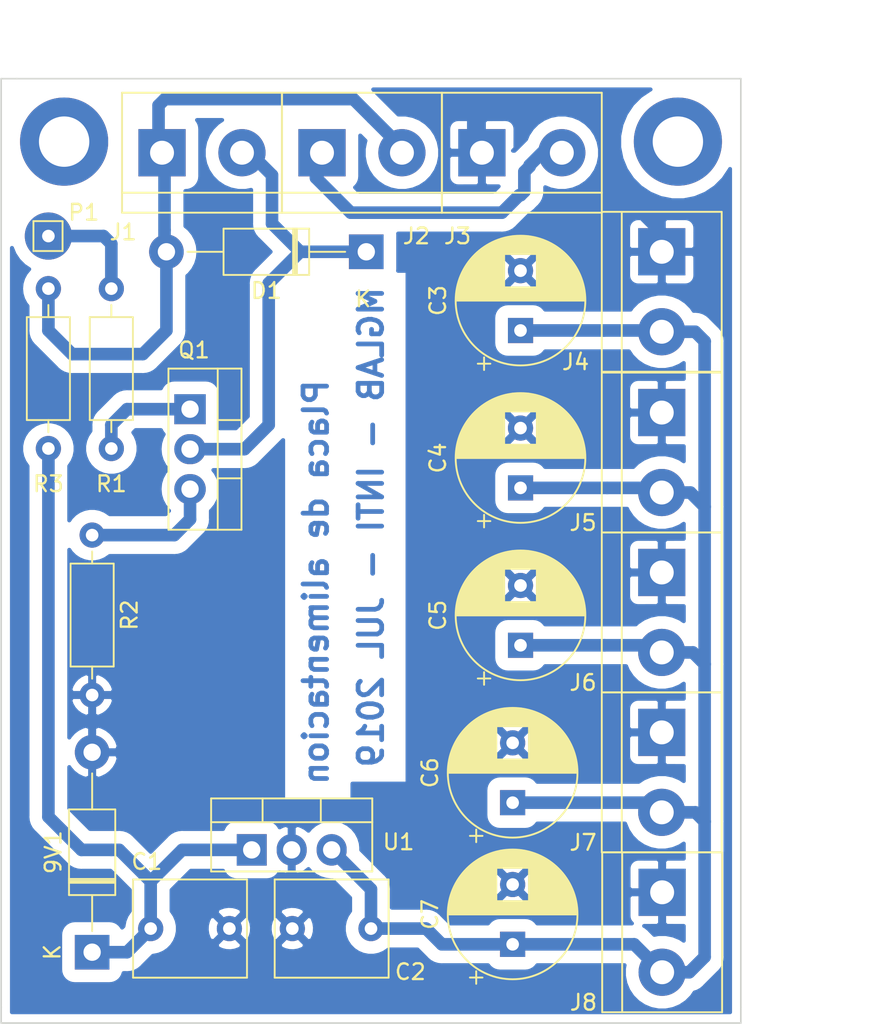
<source format=kicad_pcb>
(kicad_pcb (version 20171130) (host pcbnew 5.1.2-f72e74a~84~ubuntu16.04.1)

  (general
    (thickness 1.6)
    (drawings 25)
    (tracks 93)
    (zones 0)
    (modules 25)
    (nets 10)
  )

  (page A4)
  (title_block
    (title "Placa de alimentacion rolador")
    (date 2019-07-01)
    (rev 3)
    (company "Cieri & Sairez")
  )

  (layers
    (0 F.Cu signal)
    (31 B.Cu signal hide)
    (32 B.Adhes user)
    (33 F.Adhes user)
    (34 B.Paste user)
    (35 F.Paste user)
    (36 B.SilkS user)
    (37 F.SilkS user)
    (38 B.Mask user)
    (39 F.Mask user)
    (40 Dwgs.User user)
    (41 Cmts.User user)
    (42 Eco1.User user)
    (43 Eco2.User user)
    (44 Edge.Cuts user)
    (45 Margin user)
    (46 B.CrtYd user)
    (47 F.CrtYd user)
    (48 B.Fab user)
    (49 F.Fab user hide)
  )

  (setup
    (last_trace_width 0.8)
    (user_trace_width 0.6)
    (user_trace_width 0.8)
    (user_trace_width 1)
    (trace_clearance 0.8)
    (zone_clearance 0.508)
    (zone_45_only no)
    (trace_min 0.2)
    (via_size 0.8)
    (via_drill 0.4)
    (via_min_size 0.4)
    (via_min_drill 0.3)
    (user_via 1.6 0.8)
    (uvia_size 0.3)
    (uvia_drill 0.1)
    (uvias_allowed no)
    (uvia_min_size 0.2)
    (uvia_min_drill 0.1)
    (edge_width 0.1)
    (segment_width 0.2)
    (pcb_text_width 0.3)
    (pcb_text_size 1.5 1.5)
    (mod_edge_width 0.15)
    (mod_text_size 1 1)
    (mod_text_width 0.15)
    (pad_size 3 3)
    (pad_drill 0.8)
    (pad_to_mask_clearance 0)
    (aux_axis_origin 0 0)
    (visible_elements 7FFFEFFF)
    (pcbplotparams
      (layerselection 0x00020_fffffffe)
      (usegerberextensions false)
      (usegerberattributes false)
      (usegerberadvancedattributes false)
      (creategerberjobfile false)
      (excludeedgelayer false)
      (linewidth 0.100000)
      (plotframeref false)
      (viasonmask false)
      (mode 1)
      (useauxorigin false)
      (hpglpennumber 1)
      (hpglpenspeed 20)
      (hpglpendiameter 15.000000)
      (psnegative false)
      (psa4output false)
      (plotreference true)
      (plotvalue false)
      (plotinvisibletext false)
      (padsonsilk false)
      (subtractmaskfromsilk false)
      (outputformat 2)
      (mirror false)
      (drillshape 1)
      (scaleselection 1)
      (outputdirectory ""))
  )

  (net 0 "")
  (net 1 "Net-(9V1-Pad1)")
  (net 2 GND)
  (net 3 "Net-(C2-Pad1)")
  (net 4 "Net-(D1-Pad1)")
  (net 5 "Net-(D1-Pad2)")
  (net 6 VCC)
  (net 7 "Net-(P1-Pad1)")
  (net 8 "Net-(Q1-Pad3)")
  (net 9 "Net-(Q1-Pad1)")

  (net_class Default "Esta es la clase de red por defecto."
    (clearance 0.8)
    (trace_width 0.25)
    (via_dia 0.8)
    (via_drill 0.4)
    (uvia_dia 0.3)
    (uvia_drill 0.1)
    (add_net GND)
    (add_net "Net-(9V1-Pad1)")
    (add_net "Net-(C2-Pad1)")
    (add_net "Net-(D1-Pad1)")
    (add_net "Net-(D1-Pad2)")
    (add_net "Net-(P1-Pad1)")
    (add_net "Net-(Q1-Pad1)")
    (add_net "Net-(Q1-Pad3)")
    (add_net VCC)
  )

  (module TerminalBlock:TerminalBlock_bornier-2_P5.08mm (layer F.Cu) (tedit 59FF03AB) (tstamp 5D1A052D)
    (at 180.975 89.535 270)
    (descr "simple 2-pin terminal block, pitch 5.08mm, revamped version of bornier2")
    (tags "terminal block bornier2")
    (path /5CFA9A2B)
    (fp_text reference J7 (at 7 5 180) (layer F.SilkS)
      (effects (font (size 1 1) (thickness 0.15)))
    )
    (fp_text value "Out (5V)" (at 2.54 5.08 90) (layer F.Fab)
      (effects (font (size 1 1) (thickness 0.15)))
    )
    (fp_text user %R (at 2.54 0 90) (layer F.Fab)
      (effects (font (size 1 1) (thickness 0.15)))
    )
    (fp_line (start -2.41 2.55) (end 7.49 2.55) (layer F.Fab) (width 0.1))
    (fp_line (start -2.46 -3.75) (end -2.46 3.75) (layer F.Fab) (width 0.1))
    (fp_line (start -2.46 3.75) (end 7.54 3.75) (layer F.Fab) (width 0.1))
    (fp_line (start 7.54 3.75) (end 7.54 -3.75) (layer F.Fab) (width 0.1))
    (fp_line (start 7.54 -3.75) (end -2.46 -3.75) (layer F.Fab) (width 0.1))
    (fp_line (start 7.62 2.54) (end -2.54 2.54) (layer F.SilkS) (width 0.12))
    (fp_line (start 7.62 3.81) (end 7.62 -3.81) (layer F.SilkS) (width 0.12))
    (fp_line (start 7.62 -3.81) (end -2.54 -3.81) (layer F.SilkS) (width 0.12))
    (fp_line (start -2.54 -3.81) (end -2.54 3.81) (layer F.SilkS) (width 0.12))
    (fp_line (start -2.54 3.81) (end 7.62 3.81) (layer F.SilkS) (width 0.12))
    (fp_line (start -2.71 -4) (end 7.79 -4) (layer F.CrtYd) (width 0.05))
    (fp_line (start -2.71 -4) (end -2.71 4) (layer F.CrtYd) (width 0.05))
    (fp_line (start 7.79 4) (end 7.79 -4) (layer F.CrtYd) (width 0.05))
    (fp_line (start 7.79 4) (end -2.71 4) (layer F.CrtYd) (width 0.05))
    (pad 1 thru_hole rect (at 0 0 270) (size 3 3) (drill 1.52) (layers *.Cu *.Mask)
      (net 2 GND))
    (pad 2 thru_hole circle (at 5.08 0 270) (size 3 3) (drill 1.52) (layers *.Cu *.Mask)
      (net 3 "Net-(C2-Pad1)"))
    (model ${KISYS3DMOD}/TerminalBlock.3dshapes/TerminalBlock_bornier-2_P5.08mm.wrl
      (offset (xyz 2.539999961853027 0 0))
      (scale (xyz 1 1 1))
      (rotate (xyz 0 0 0))
    )
  )

  (module Capacitor_THT:CP_Radial_D8.0mm_P3.80mm (layer F.Cu) (tedit 5AE50EF0) (tstamp 5D427BB2)
    (at 171.5 103 90)
    (descr "CP, Radial series, Radial, pin pitch=3.80mm, , diameter=8mm, Electrolytic Capacitor")
    (tags "CP Radial series Radial pin pitch 3.80mm  diameter 8mm Electrolytic Capacitor")
    (path /5D0DEB4B)
    (fp_text reference C7 (at 1.9 -5.25 90) (layer F.SilkS)
      (effects (font (size 1 1) (thickness 0.15)))
    )
    (fp_text value 220uf (at 1.9 5.25 90) (layer F.Fab)
      (effects (font (size 1 1) (thickness 0.15)))
    )
    (fp_text user %R (at 1.9 0 90) (layer F.Fab)
      (effects (font (size 1 1) (thickness 0.15)))
    )
    (fp_line (start -2.109698 -2.715) (end -2.109698 -1.915) (layer F.SilkS) (width 0.12))
    (fp_line (start -2.509698 -2.315) (end -1.709698 -2.315) (layer F.SilkS) (width 0.12))
    (fp_line (start 5.981 -0.533) (end 5.981 0.533) (layer F.SilkS) (width 0.12))
    (fp_line (start 5.941 -0.768) (end 5.941 0.768) (layer F.SilkS) (width 0.12))
    (fp_line (start 5.901 -0.948) (end 5.901 0.948) (layer F.SilkS) (width 0.12))
    (fp_line (start 5.861 -1.098) (end 5.861 1.098) (layer F.SilkS) (width 0.12))
    (fp_line (start 5.821 -1.229) (end 5.821 1.229) (layer F.SilkS) (width 0.12))
    (fp_line (start 5.781 -1.346) (end 5.781 1.346) (layer F.SilkS) (width 0.12))
    (fp_line (start 5.741 -1.453) (end 5.741 1.453) (layer F.SilkS) (width 0.12))
    (fp_line (start 5.701 -1.552) (end 5.701 1.552) (layer F.SilkS) (width 0.12))
    (fp_line (start 5.661 -1.645) (end 5.661 1.645) (layer F.SilkS) (width 0.12))
    (fp_line (start 5.621 -1.731) (end 5.621 1.731) (layer F.SilkS) (width 0.12))
    (fp_line (start 5.581 -1.813) (end 5.581 1.813) (layer F.SilkS) (width 0.12))
    (fp_line (start 5.541 -1.89) (end 5.541 1.89) (layer F.SilkS) (width 0.12))
    (fp_line (start 5.501 -1.964) (end 5.501 1.964) (layer F.SilkS) (width 0.12))
    (fp_line (start 5.461 -2.034) (end 5.461 2.034) (layer F.SilkS) (width 0.12))
    (fp_line (start 5.421 -2.102) (end 5.421 2.102) (layer F.SilkS) (width 0.12))
    (fp_line (start 5.381 -2.166) (end 5.381 2.166) (layer F.SilkS) (width 0.12))
    (fp_line (start 5.341 -2.228) (end 5.341 2.228) (layer F.SilkS) (width 0.12))
    (fp_line (start 5.301 -2.287) (end 5.301 2.287) (layer F.SilkS) (width 0.12))
    (fp_line (start 5.261 -2.345) (end 5.261 2.345) (layer F.SilkS) (width 0.12))
    (fp_line (start 5.221 -2.4) (end 5.221 2.4) (layer F.SilkS) (width 0.12))
    (fp_line (start 5.181 -2.454) (end 5.181 2.454) (layer F.SilkS) (width 0.12))
    (fp_line (start 5.141 -2.505) (end 5.141 2.505) (layer F.SilkS) (width 0.12))
    (fp_line (start 5.101 -2.556) (end 5.101 2.556) (layer F.SilkS) (width 0.12))
    (fp_line (start 5.061 -2.604) (end 5.061 2.604) (layer F.SilkS) (width 0.12))
    (fp_line (start 5.021 -2.651) (end 5.021 2.651) (layer F.SilkS) (width 0.12))
    (fp_line (start 4.981 -2.697) (end 4.981 2.697) (layer F.SilkS) (width 0.12))
    (fp_line (start 4.941 -2.741) (end 4.941 2.741) (layer F.SilkS) (width 0.12))
    (fp_line (start 4.901 -2.784) (end 4.901 2.784) (layer F.SilkS) (width 0.12))
    (fp_line (start 4.861 -2.826) (end 4.861 2.826) (layer F.SilkS) (width 0.12))
    (fp_line (start 4.821 1.04) (end 4.821 2.867) (layer F.SilkS) (width 0.12))
    (fp_line (start 4.821 -2.867) (end 4.821 -1.04) (layer F.SilkS) (width 0.12))
    (fp_line (start 4.781 1.04) (end 4.781 2.907) (layer F.SilkS) (width 0.12))
    (fp_line (start 4.781 -2.907) (end 4.781 -1.04) (layer F.SilkS) (width 0.12))
    (fp_line (start 4.741 1.04) (end 4.741 2.945) (layer F.SilkS) (width 0.12))
    (fp_line (start 4.741 -2.945) (end 4.741 -1.04) (layer F.SilkS) (width 0.12))
    (fp_line (start 4.701 1.04) (end 4.701 2.983) (layer F.SilkS) (width 0.12))
    (fp_line (start 4.701 -2.983) (end 4.701 -1.04) (layer F.SilkS) (width 0.12))
    (fp_line (start 4.661 1.04) (end 4.661 3.019) (layer F.SilkS) (width 0.12))
    (fp_line (start 4.661 -3.019) (end 4.661 -1.04) (layer F.SilkS) (width 0.12))
    (fp_line (start 4.621 1.04) (end 4.621 3.055) (layer F.SilkS) (width 0.12))
    (fp_line (start 4.621 -3.055) (end 4.621 -1.04) (layer F.SilkS) (width 0.12))
    (fp_line (start 4.581 1.04) (end 4.581 3.09) (layer F.SilkS) (width 0.12))
    (fp_line (start 4.581 -3.09) (end 4.581 -1.04) (layer F.SilkS) (width 0.12))
    (fp_line (start 4.541 1.04) (end 4.541 3.124) (layer F.SilkS) (width 0.12))
    (fp_line (start 4.541 -3.124) (end 4.541 -1.04) (layer F.SilkS) (width 0.12))
    (fp_line (start 4.501 1.04) (end 4.501 3.156) (layer F.SilkS) (width 0.12))
    (fp_line (start 4.501 -3.156) (end 4.501 -1.04) (layer F.SilkS) (width 0.12))
    (fp_line (start 4.461 1.04) (end 4.461 3.189) (layer F.SilkS) (width 0.12))
    (fp_line (start 4.461 -3.189) (end 4.461 -1.04) (layer F.SilkS) (width 0.12))
    (fp_line (start 4.421 1.04) (end 4.421 3.22) (layer F.SilkS) (width 0.12))
    (fp_line (start 4.421 -3.22) (end 4.421 -1.04) (layer F.SilkS) (width 0.12))
    (fp_line (start 4.381 1.04) (end 4.381 3.25) (layer F.SilkS) (width 0.12))
    (fp_line (start 4.381 -3.25) (end 4.381 -1.04) (layer F.SilkS) (width 0.12))
    (fp_line (start 4.341 1.04) (end 4.341 3.28) (layer F.SilkS) (width 0.12))
    (fp_line (start 4.341 -3.28) (end 4.341 -1.04) (layer F.SilkS) (width 0.12))
    (fp_line (start 4.301 1.04) (end 4.301 3.309) (layer F.SilkS) (width 0.12))
    (fp_line (start 4.301 -3.309) (end 4.301 -1.04) (layer F.SilkS) (width 0.12))
    (fp_line (start 4.261 1.04) (end 4.261 3.338) (layer F.SilkS) (width 0.12))
    (fp_line (start 4.261 -3.338) (end 4.261 -1.04) (layer F.SilkS) (width 0.12))
    (fp_line (start 4.221 1.04) (end 4.221 3.365) (layer F.SilkS) (width 0.12))
    (fp_line (start 4.221 -3.365) (end 4.221 -1.04) (layer F.SilkS) (width 0.12))
    (fp_line (start 4.181 1.04) (end 4.181 3.392) (layer F.SilkS) (width 0.12))
    (fp_line (start 4.181 -3.392) (end 4.181 -1.04) (layer F.SilkS) (width 0.12))
    (fp_line (start 4.141 1.04) (end 4.141 3.418) (layer F.SilkS) (width 0.12))
    (fp_line (start 4.141 -3.418) (end 4.141 -1.04) (layer F.SilkS) (width 0.12))
    (fp_line (start 4.101 1.04) (end 4.101 3.444) (layer F.SilkS) (width 0.12))
    (fp_line (start 4.101 -3.444) (end 4.101 -1.04) (layer F.SilkS) (width 0.12))
    (fp_line (start 4.061 1.04) (end 4.061 3.469) (layer F.SilkS) (width 0.12))
    (fp_line (start 4.061 -3.469) (end 4.061 -1.04) (layer F.SilkS) (width 0.12))
    (fp_line (start 4.021 1.04) (end 4.021 3.493) (layer F.SilkS) (width 0.12))
    (fp_line (start 4.021 -3.493) (end 4.021 -1.04) (layer F.SilkS) (width 0.12))
    (fp_line (start 3.981 1.04) (end 3.981 3.517) (layer F.SilkS) (width 0.12))
    (fp_line (start 3.981 -3.517) (end 3.981 -1.04) (layer F.SilkS) (width 0.12))
    (fp_line (start 3.941 1.04) (end 3.941 3.54) (layer F.SilkS) (width 0.12))
    (fp_line (start 3.941 -3.54) (end 3.941 -1.04) (layer F.SilkS) (width 0.12))
    (fp_line (start 3.901 1.04) (end 3.901 3.562) (layer F.SilkS) (width 0.12))
    (fp_line (start 3.901 -3.562) (end 3.901 -1.04) (layer F.SilkS) (width 0.12))
    (fp_line (start 3.861 1.04) (end 3.861 3.584) (layer F.SilkS) (width 0.12))
    (fp_line (start 3.861 -3.584) (end 3.861 -1.04) (layer F.SilkS) (width 0.12))
    (fp_line (start 3.821 1.04) (end 3.821 3.606) (layer F.SilkS) (width 0.12))
    (fp_line (start 3.821 -3.606) (end 3.821 -1.04) (layer F.SilkS) (width 0.12))
    (fp_line (start 3.781 1.04) (end 3.781 3.627) (layer F.SilkS) (width 0.12))
    (fp_line (start 3.781 -3.627) (end 3.781 -1.04) (layer F.SilkS) (width 0.12))
    (fp_line (start 3.741 1.04) (end 3.741 3.647) (layer F.SilkS) (width 0.12))
    (fp_line (start 3.741 -3.647) (end 3.741 -1.04) (layer F.SilkS) (width 0.12))
    (fp_line (start 3.701 1.04) (end 3.701 3.666) (layer F.SilkS) (width 0.12))
    (fp_line (start 3.701 -3.666) (end 3.701 -1.04) (layer F.SilkS) (width 0.12))
    (fp_line (start 3.661 1.04) (end 3.661 3.686) (layer F.SilkS) (width 0.12))
    (fp_line (start 3.661 -3.686) (end 3.661 -1.04) (layer F.SilkS) (width 0.12))
    (fp_line (start 3.621 1.04) (end 3.621 3.704) (layer F.SilkS) (width 0.12))
    (fp_line (start 3.621 -3.704) (end 3.621 -1.04) (layer F.SilkS) (width 0.12))
    (fp_line (start 3.581 1.04) (end 3.581 3.722) (layer F.SilkS) (width 0.12))
    (fp_line (start 3.581 -3.722) (end 3.581 -1.04) (layer F.SilkS) (width 0.12))
    (fp_line (start 3.541 1.04) (end 3.541 3.74) (layer F.SilkS) (width 0.12))
    (fp_line (start 3.541 -3.74) (end 3.541 -1.04) (layer F.SilkS) (width 0.12))
    (fp_line (start 3.501 1.04) (end 3.501 3.757) (layer F.SilkS) (width 0.12))
    (fp_line (start 3.501 -3.757) (end 3.501 -1.04) (layer F.SilkS) (width 0.12))
    (fp_line (start 3.461 1.04) (end 3.461 3.774) (layer F.SilkS) (width 0.12))
    (fp_line (start 3.461 -3.774) (end 3.461 -1.04) (layer F.SilkS) (width 0.12))
    (fp_line (start 3.421 1.04) (end 3.421 3.79) (layer F.SilkS) (width 0.12))
    (fp_line (start 3.421 -3.79) (end 3.421 -1.04) (layer F.SilkS) (width 0.12))
    (fp_line (start 3.381 1.04) (end 3.381 3.805) (layer F.SilkS) (width 0.12))
    (fp_line (start 3.381 -3.805) (end 3.381 -1.04) (layer F.SilkS) (width 0.12))
    (fp_line (start 3.341 1.04) (end 3.341 3.821) (layer F.SilkS) (width 0.12))
    (fp_line (start 3.341 -3.821) (end 3.341 -1.04) (layer F.SilkS) (width 0.12))
    (fp_line (start 3.301 1.04) (end 3.301 3.835) (layer F.SilkS) (width 0.12))
    (fp_line (start 3.301 -3.835) (end 3.301 -1.04) (layer F.SilkS) (width 0.12))
    (fp_line (start 3.261 1.04) (end 3.261 3.85) (layer F.SilkS) (width 0.12))
    (fp_line (start 3.261 -3.85) (end 3.261 -1.04) (layer F.SilkS) (width 0.12))
    (fp_line (start 3.221 1.04) (end 3.221 3.863) (layer F.SilkS) (width 0.12))
    (fp_line (start 3.221 -3.863) (end 3.221 -1.04) (layer F.SilkS) (width 0.12))
    (fp_line (start 3.181 1.04) (end 3.181 3.877) (layer F.SilkS) (width 0.12))
    (fp_line (start 3.181 -3.877) (end 3.181 -1.04) (layer F.SilkS) (width 0.12))
    (fp_line (start 3.141 1.04) (end 3.141 3.889) (layer F.SilkS) (width 0.12))
    (fp_line (start 3.141 -3.889) (end 3.141 -1.04) (layer F.SilkS) (width 0.12))
    (fp_line (start 3.101 1.04) (end 3.101 3.902) (layer F.SilkS) (width 0.12))
    (fp_line (start 3.101 -3.902) (end 3.101 -1.04) (layer F.SilkS) (width 0.12))
    (fp_line (start 3.061 1.04) (end 3.061 3.914) (layer F.SilkS) (width 0.12))
    (fp_line (start 3.061 -3.914) (end 3.061 -1.04) (layer F.SilkS) (width 0.12))
    (fp_line (start 3.021 1.04) (end 3.021 3.925) (layer F.SilkS) (width 0.12))
    (fp_line (start 3.021 -3.925) (end 3.021 -1.04) (layer F.SilkS) (width 0.12))
    (fp_line (start 2.981 1.04) (end 2.981 3.936) (layer F.SilkS) (width 0.12))
    (fp_line (start 2.981 -3.936) (end 2.981 -1.04) (layer F.SilkS) (width 0.12))
    (fp_line (start 2.941 1.04) (end 2.941 3.947) (layer F.SilkS) (width 0.12))
    (fp_line (start 2.941 -3.947) (end 2.941 -1.04) (layer F.SilkS) (width 0.12))
    (fp_line (start 2.901 1.04) (end 2.901 3.957) (layer F.SilkS) (width 0.12))
    (fp_line (start 2.901 -3.957) (end 2.901 -1.04) (layer F.SilkS) (width 0.12))
    (fp_line (start 2.861 1.04) (end 2.861 3.967) (layer F.SilkS) (width 0.12))
    (fp_line (start 2.861 -3.967) (end 2.861 -1.04) (layer F.SilkS) (width 0.12))
    (fp_line (start 2.821 1.04) (end 2.821 3.976) (layer F.SilkS) (width 0.12))
    (fp_line (start 2.821 -3.976) (end 2.821 -1.04) (layer F.SilkS) (width 0.12))
    (fp_line (start 2.781 1.04) (end 2.781 3.985) (layer F.SilkS) (width 0.12))
    (fp_line (start 2.781 -3.985) (end 2.781 -1.04) (layer F.SilkS) (width 0.12))
    (fp_line (start 2.741 -3.994) (end 2.741 3.994) (layer F.SilkS) (width 0.12))
    (fp_line (start 2.701 -4.002) (end 2.701 4.002) (layer F.SilkS) (width 0.12))
    (fp_line (start 2.661 -4.01) (end 2.661 4.01) (layer F.SilkS) (width 0.12))
    (fp_line (start 2.621 -4.017) (end 2.621 4.017) (layer F.SilkS) (width 0.12))
    (fp_line (start 2.58 -4.024) (end 2.58 4.024) (layer F.SilkS) (width 0.12))
    (fp_line (start 2.54 -4.03) (end 2.54 4.03) (layer F.SilkS) (width 0.12))
    (fp_line (start 2.5 -4.037) (end 2.5 4.037) (layer F.SilkS) (width 0.12))
    (fp_line (start 2.46 -4.042) (end 2.46 4.042) (layer F.SilkS) (width 0.12))
    (fp_line (start 2.42 -4.048) (end 2.42 4.048) (layer F.SilkS) (width 0.12))
    (fp_line (start 2.38 -4.052) (end 2.38 4.052) (layer F.SilkS) (width 0.12))
    (fp_line (start 2.34 -4.057) (end 2.34 4.057) (layer F.SilkS) (width 0.12))
    (fp_line (start 2.3 -4.061) (end 2.3 4.061) (layer F.SilkS) (width 0.12))
    (fp_line (start 2.26 -4.065) (end 2.26 4.065) (layer F.SilkS) (width 0.12))
    (fp_line (start 2.22 -4.068) (end 2.22 4.068) (layer F.SilkS) (width 0.12))
    (fp_line (start 2.18 -4.071) (end 2.18 4.071) (layer F.SilkS) (width 0.12))
    (fp_line (start 2.14 -4.074) (end 2.14 4.074) (layer F.SilkS) (width 0.12))
    (fp_line (start 2.1 -4.076) (end 2.1 4.076) (layer F.SilkS) (width 0.12))
    (fp_line (start 2.06 -4.077) (end 2.06 4.077) (layer F.SilkS) (width 0.12))
    (fp_line (start 2.02 -4.079) (end 2.02 4.079) (layer F.SilkS) (width 0.12))
    (fp_line (start 1.98 -4.08) (end 1.98 4.08) (layer F.SilkS) (width 0.12))
    (fp_line (start 1.94 -4.08) (end 1.94 4.08) (layer F.SilkS) (width 0.12))
    (fp_line (start 1.9 -4.08) (end 1.9 4.08) (layer F.SilkS) (width 0.12))
    (fp_line (start -1.126759 -2.1475) (end -1.126759 -1.3475) (layer F.Fab) (width 0.1))
    (fp_line (start -1.526759 -1.7475) (end -0.726759 -1.7475) (layer F.Fab) (width 0.1))
    (fp_circle (center 1.9 0) (end 6.15 0) (layer F.CrtYd) (width 0.05))
    (fp_circle (center 1.9 0) (end 6.02 0) (layer F.SilkS) (width 0.12))
    (fp_circle (center 1.9 0) (end 5.9 0) (layer F.Fab) (width 0.1))
    (pad 2 thru_hole circle (at 3.8 0 90) (size 1.6 1.6) (drill 0.8) (layers *.Cu *.Mask)
      (net 2 GND))
    (pad 1 thru_hole rect (at 0 0 90) (size 1.6 1.6) (drill 0.8) (layers *.Cu *.Mask)
      (net 3 "Net-(C2-Pad1)"))
    (model ${KISYS3DMOD}/Capacitor_THT.3dshapes/CP_Radial_D8.0mm_P3.80mm.wrl
      (at (xyz 0 0 0))
      (scale (xyz 1 1 1))
      (rotate (xyz 0 0 0))
    )
  )

  (module Capacitor_THT:CP_Radial_D8.0mm_P3.80mm (layer F.Cu) (tedit 5AE50EF0) (tstamp 5D427B48)
    (at 171.5 94 90)
    (descr "CP, Radial series, Radial, pin pitch=3.80mm, , diameter=8mm, Electrolytic Capacitor")
    (tags "CP Radial series Radial pin pitch 3.80mm  diameter 8mm Electrolytic Capacitor")
    (path /5D0DE2E4)
    (fp_text reference C6 (at 1.9 -5.25 90) (layer F.SilkS)
      (effects (font (size 1 1) (thickness 0.15)))
    )
    (fp_text value 220uf (at 1.9 5.25 90) (layer F.Fab)
      (effects (font (size 1 1) (thickness 0.15)))
    )
    (fp_text user %R (at 1.9 0 90) (layer F.Fab)
      (effects (font (size 1 1) (thickness 0.15)))
    )
    (fp_line (start -2.109698 -2.715) (end -2.109698 -1.915) (layer F.SilkS) (width 0.12))
    (fp_line (start -2.509698 -2.315) (end -1.709698 -2.315) (layer F.SilkS) (width 0.12))
    (fp_line (start 5.981 -0.533) (end 5.981 0.533) (layer F.SilkS) (width 0.12))
    (fp_line (start 5.941 -0.768) (end 5.941 0.768) (layer F.SilkS) (width 0.12))
    (fp_line (start 5.901 -0.948) (end 5.901 0.948) (layer F.SilkS) (width 0.12))
    (fp_line (start 5.861 -1.098) (end 5.861 1.098) (layer F.SilkS) (width 0.12))
    (fp_line (start 5.821 -1.229) (end 5.821 1.229) (layer F.SilkS) (width 0.12))
    (fp_line (start 5.781 -1.346) (end 5.781 1.346) (layer F.SilkS) (width 0.12))
    (fp_line (start 5.741 -1.453) (end 5.741 1.453) (layer F.SilkS) (width 0.12))
    (fp_line (start 5.701 -1.552) (end 5.701 1.552) (layer F.SilkS) (width 0.12))
    (fp_line (start 5.661 -1.645) (end 5.661 1.645) (layer F.SilkS) (width 0.12))
    (fp_line (start 5.621 -1.731) (end 5.621 1.731) (layer F.SilkS) (width 0.12))
    (fp_line (start 5.581 -1.813) (end 5.581 1.813) (layer F.SilkS) (width 0.12))
    (fp_line (start 5.541 -1.89) (end 5.541 1.89) (layer F.SilkS) (width 0.12))
    (fp_line (start 5.501 -1.964) (end 5.501 1.964) (layer F.SilkS) (width 0.12))
    (fp_line (start 5.461 -2.034) (end 5.461 2.034) (layer F.SilkS) (width 0.12))
    (fp_line (start 5.421 -2.102) (end 5.421 2.102) (layer F.SilkS) (width 0.12))
    (fp_line (start 5.381 -2.166) (end 5.381 2.166) (layer F.SilkS) (width 0.12))
    (fp_line (start 5.341 -2.228) (end 5.341 2.228) (layer F.SilkS) (width 0.12))
    (fp_line (start 5.301 -2.287) (end 5.301 2.287) (layer F.SilkS) (width 0.12))
    (fp_line (start 5.261 -2.345) (end 5.261 2.345) (layer F.SilkS) (width 0.12))
    (fp_line (start 5.221 -2.4) (end 5.221 2.4) (layer F.SilkS) (width 0.12))
    (fp_line (start 5.181 -2.454) (end 5.181 2.454) (layer F.SilkS) (width 0.12))
    (fp_line (start 5.141 -2.505) (end 5.141 2.505) (layer F.SilkS) (width 0.12))
    (fp_line (start 5.101 -2.556) (end 5.101 2.556) (layer F.SilkS) (width 0.12))
    (fp_line (start 5.061 -2.604) (end 5.061 2.604) (layer F.SilkS) (width 0.12))
    (fp_line (start 5.021 -2.651) (end 5.021 2.651) (layer F.SilkS) (width 0.12))
    (fp_line (start 4.981 -2.697) (end 4.981 2.697) (layer F.SilkS) (width 0.12))
    (fp_line (start 4.941 -2.741) (end 4.941 2.741) (layer F.SilkS) (width 0.12))
    (fp_line (start 4.901 -2.784) (end 4.901 2.784) (layer F.SilkS) (width 0.12))
    (fp_line (start 4.861 -2.826) (end 4.861 2.826) (layer F.SilkS) (width 0.12))
    (fp_line (start 4.821 1.04) (end 4.821 2.867) (layer F.SilkS) (width 0.12))
    (fp_line (start 4.821 -2.867) (end 4.821 -1.04) (layer F.SilkS) (width 0.12))
    (fp_line (start 4.781 1.04) (end 4.781 2.907) (layer F.SilkS) (width 0.12))
    (fp_line (start 4.781 -2.907) (end 4.781 -1.04) (layer F.SilkS) (width 0.12))
    (fp_line (start 4.741 1.04) (end 4.741 2.945) (layer F.SilkS) (width 0.12))
    (fp_line (start 4.741 -2.945) (end 4.741 -1.04) (layer F.SilkS) (width 0.12))
    (fp_line (start 4.701 1.04) (end 4.701 2.983) (layer F.SilkS) (width 0.12))
    (fp_line (start 4.701 -2.983) (end 4.701 -1.04) (layer F.SilkS) (width 0.12))
    (fp_line (start 4.661 1.04) (end 4.661 3.019) (layer F.SilkS) (width 0.12))
    (fp_line (start 4.661 -3.019) (end 4.661 -1.04) (layer F.SilkS) (width 0.12))
    (fp_line (start 4.621 1.04) (end 4.621 3.055) (layer F.SilkS) (width 0.12))
    (fp_line (start 4.621 -3.055) (end 4.621 -1.04) (layer F.SilkS) (width 0.12))
    (fp_line (start 4.581 1.04) (end 4.581 3.09) (layer F.SilkS) (width 0.12))
    (fp_line (start 4.581 -3.09) (end 4.581 -1.04) (layer F.SilkS) (width 0.12))
    (fp_line (start 4.541 1.04) (end 4.541 3.124) (layer F.SilkS) (width 0.12))
    (fp_line (start 4.541 -3.124) (end 4.541 -1.04) (layer F.SilkS) (width 0.12))
    (fp_line (start 4.501 1.04) (end 4.501 3.156) (layer F.SilkS) (width 0.12))
    (fp_line (start 4.501 -3.156) (end 4.501 -1.04) (layer F.SilkS) (width 0.12))
    (fp_line (start 4.461 1.04) (end 4.461 3.189) (layer F.SilkS) (width 0.12))
    (fp_line (start 4.461 -3.189) (end 4.461 -1.04) (layer F.SilkS) (width 0.12))
    (fp_line (start 4.421 1.04) (end 4.421 3.22) (layer F.SilkS) (width 0.12))
    (fp_line (start 4.421 -3.22) (end 4.421 -1.04) (layer F.SilkS) (width 0.12))
    (fp_line (start 4.381 1.04) (end 4.381 3.25) (layer F.SilkS) (width 0.12))
    (fp_line (start 4.381 -3.25) (end 4.381 -1.04) (layer F.SilkS) (width 0.12))
    (fp_line (start 4.341 1.04) (end 4.341 3.28) (layer F.SilkS) (width 0.12))
    (fp_line (start 4.341 -3.28) (end 4.341 -1.04) (layer F.SilkS) (width 0.12))
    (fp_line (start 4.301 1.04) (end 4.301 3.309) (layer F.SilkS) (width 0.12))
    (fp_line (start 4.301 -3.309) (end 4.301 -1.04) (layer F.SilkS) (width 0.12))
    (fp_line (start 4.261 1.04) (end 4.261 3.338) (layer F.SilkS) (width 0.12))
    (fp_line (start 4.261 -3.338) (end 4.261 -1.04) (layer F.SilkS) (width 0.12))
    (fp_line (start 4.221 1.04) (end 4.221 3.365) (layer F.SilkS) (width 0.12))
    (fp_line (start 4.221 -3.365) (end 4.221 -1.04) (layer F.SilkS) (width 0.12))
    (fp_line (start 4.181 1.04) (end 4.181 3.392) (layer F.SilkS) (width 0.12))
    (fp_line (start 4.181 -3.392) (end 4.181 -1.04) (layer F.SilkS) (width 0.12))
    (fp_line (start 4.141 1.04) (end 4.141 3.418) (layer F.SilkS) (width 0.12))
    (fp_line (start 4.141 -3.418) (end 4.141 -1.04) (layer F.SilkS) (width 0.12))
    (fp_line (start 4.101 1.04) (end 4.101 3.444) (layer F.SilkS) (width 0.12))
    (fp_line (start 4.101 -3.444) (end 4.101 -1.04) (layer F.SilkS) (width 0.12))
    (fp_line (start 4.061 1.04) (end 4.061 3.469) (layer F.SilkS) (width 0.12))
    (fp_line (start 4.061 -3.469) (end 4.061 -1.04) (layer F.SilkS) (width 0.12))
    (fp_line (start 4.021 1.04) (end 4.021 3.493) (layer F.SilkS) (width 0.12))
    (fp_line (start 4.021 -3.493) (end 4.021 -1.04) (layer F.SilkS) (width 0.12))
    (fp_line (start 3.981 1.04) (end 3.981 3.517) (layer F.SilkS) (width 0.12))
    (fp_line (start 3.981 -3.517) (end 3.981 -1.04) (layer F.SilkS) (width 0.12))
    (fp_line (start 3.941 1.04) (end 3.941 3.54) (layer F.SilkS) (width 0.12))
    (fp_line (start 3.941 -3.54) (end 3.941 -1.04) (layer F.SilkS) (width 0.12))
    (fp_line (start 3.901 1.04) (end 3.901 3.562) (layer F.SilkS) (width 0.12))
    (fp_line (start 3.901 -3.562) (end 3.901 -1.04) (layer F.SilkS) (width 0.12))
    (fp_line (start 3.861 1.04) (end 3.861 3.584) (layer F.SilkS) (width 0.12))
    (fp_line (start 3.861 -3.584) (end 3.861 -1.04) (layer F.SilkS) (width 0.12))
    (fp_line (start 3.821 1.04) (end 3.821 3.606) (layer F.SilkS) (width 0.12))
    (fp_line (start 3.821 -3.606) (end 3.821 -1.04) (layer F.SilkS) (width 0.12))
    (fp_line (start 3.781 1.04) (end 3.781 3.627) (layer F.SilkS) (width 0.12))
    (fp_line (start 3.781 -3.627) (end 3.781 -1.04) (layer F.SilkS) (width 0.12))
    (fp_line (start 3.741 1.04) (end 3.741 3.647) (layer F.SilkS) (width 0.12))
    (fp_line (start 3.741 -3.647) (end 3.741 -1.04) (layer F.SilkS) (width 0.12))
    (fp_line (start 3.701 1.04) (end 3.701 3.666) (layer F.SilkS) (width 0.12))
    (fp_line (start 3.701 -3.666) (end 3.701 -1.04) (layer F.SilkS) (width 0.12))
    (fp_line (start 3.661 1.04) (end 3.661 3.686) (layer F.SilkS) (width 0.12))
    (fp_line (start 3.661 -3.686) (end 3.661 -1.04) (layer F.SilkS) (width 0.12))
    (fp_line (start 3.621 1.04) (end 3.621 3.704) (layer F.SilkS) (width 0.12))
    (fp_line (start 3.621 -3.704) (end 3.621 -1.04) (layer F.SilkS) (width 0.12))
    (fp_line (start 3.581 1.04) (end 3.581 3.722) (layer F.SilkS) (width 0.12))
    (fp_line (start 3.581 -3.722) (end 3.581 -1.04) (layer F.SilkS) (width 0.12))
    (fp_line (start 3.541 1.04) (end 3.541 3.74) (layer F.SilkS) (width 0.12))
    (fp_line (start 3.541 -3.74) (end 3.541 -1.04) (layer F.SilkS) (width 0.12))
    (fp_line (start 3.501 1.04) (end 3.501 3.757) (layer F.SilkS) (width 0.12))
    (fp_line (start 3.501 -3.757) (end 3.501 -1.04) (layer F.SilkS) (width 0.12))
    (fp_line (start 3.461 1.04) (end 3.461 3.774) (layer F.SilkS) (width 0.12))
    (fp_line (start 3.461 -3.774) (end 3.461 -1.04) (layer F.SilkS) (width 0.12))
    (fp_line (start 3.421 1.04) (end 3.421 3.79) (layer F.SilkS) (width 0.12))
    (fp_line (start 3.421 -3.79) (end 3.421 -1.04) (layer F.SilkS) (width 0.12))
    (fp_line (start 3.381 1.04) (end 3.381 3.805) (layer F.SilkS) (width 0.12))
    (fp_line (start 3.381 -3.805) (end 3.381 -1.04) (layer F.SilkS) (width 0.12))
    (fp_line (start 3.341 1.04) (end 3.341 3.821) (layer F.SilkS) (width 0.12))
    (fp_line (start 3.341 -3.821) (end 3.341 -1.04) (layer F.SilkS) (width 0.12))
    (fp_line (start 3.301 1.04) (end 3.301 3.835) (layer F.SilkS) (width 0.12))
    (fp_line (start 3.301 -3.835) (end 3.301 -1.04) (layer F.SilkS) (width 0.12))
    (fp_line (start 3.261 1.04) (end 3.261 3.85) (layer F.SilkS) (width 0.12))
    (fp_line (start 3.261 -3.85) (end 3.261 -1.04) (layer F.SilkS) (width 0.12))
    (fp_line (start 3.221 1.04) (end 3.221 3.863) (layer F.SilkS) (width 0.12))
    (fp_line (start 3.221 -3.863) (end 3.221 -1.04) (layer F.SilkS) (width 0.12))
    (fp_line (start 3.181 1.04) (end 3.181 3.877) (layer F.SilkS) (width 0.12))
    (fp_line (start 3.181 -3.877) (end 3.181 -1.04) (layer F.SilkS) (width 0.12))
    (fp_line (start 3.141 1.04) (end 3.141 3.889) (layer F.SilkS) (width 0.12))
    (fp_line (start 3.141 -3.889) (end 3.141 -1.04) (layer F.SilkS) (width 0.12))
    (fp_line (start 3.101 1.04) (end 3.101 3.902) (layer F.SilkS) (width 0.12))
    (fp_line (start 3.101 -3.902) (end 3.101 -1.04) (layer F.SilkS) (width 0.12))
    (fp_line (start 3.061 1.04) (end 3.061 3.914) (layer F.SilkS) (width 0.12))
    (fp_line (start 3.061 -3.914) (end 3.061 -1.04) (layer F.SilkS) (width 0.12))
    (fp_line (start 3.021 1.04) (end 3.021 3.925) (layer F.SilkS) (width 0.12))
    (fp_line (start 3.021 -3.925) (end 3.021 -1.04) (layer F.SilkS) (width 0.12))
    (fp_line (start 2.981 1.04) (end 2.981 3.936) (layer F.SilkS) (width 0.12))
    (fp_line (start 2.981 -3.936) (end 2.981 -1.04) (layer F.SilkS) (width 0.12))
    (fp_line (start 2.941 1.04) (end 2.941 3.947) (layer F.SilkS) (width 0.12))
    (fp_line (start 2.941 -3.947) (end 2.941 -1.04) (layer F.SilkS) (width 0.12))
    (fp_line (start 2.901 1.04) (end 2.901 3.957) (layer F.SilkS) (width 0.12))
    (fp_line (start 2.901 -3.957) (end 2.901 -1.04) (layer F.SilkS) (width 0.12))
    (fp_line (start 2.861 1.04) (end 2.861 3.967) (layer F.SilkS) (width 0.12))
    (fp_line (start 2.861 -3.967) (end 2.861 -1.04) (layer F.SilkS) (width 0.12))
    (fp_line (start 2.821 1.04) (end 2.821 3.976) (layer F.SilkS) (width 0.12))
    (fp_line (start 2.821 -3.976) (end 2.821 -1.04) (layer F.SilkS) (width 0.12))
    (fp_line (start 2.781 1.04) (end 2.781 3.985) (layer F.SilkS) (width 0.12))
    (fp_line (start 2.781 -3.985) (end 2.781 -1.04) (layer F.SilkS) (width 0.12))
    (fp_line (start 2.741 -3.994) (end 2.741 3.994) (layer F.SilkS) (width 0.12))
    (fp_line (start 2.701 -4.002) (end 2.701 4.002) (layer F.SilkS) (width 0.12))
    (fp_line (start 2.661 -4.01) (end 2.661 4.01) (layer F.SilkS) (width 0.12))
    (fp_line (start 2.621 -4.017) (end 2.621 4.017) (layer F.SilkS) (width 0.12))
    (fp_line (start 2.58 -4.024) (end 2.58 4.024) (layer F.SilkS) (width 0.12))
    (fp_line (start 2.54 -4.03) (end 2.54 4.03) (layer F.SilkS) (width 0.12))
    (fp_line (start 2.5 -4.037) (end 2.5 4.037) (layer F.SilkS) (width 0.12))
    (fp_line (start 2.46 -4.042) (end 2.46 4.042) (layer F.SilkS) (width 0.12))
    (fp_line (start 2.42 -4.048) (end 2.42 4.048) (layer F.SilkS) (width 0.12))
    (fp_line (start 2.38 -4.052) (end 2.38 4.052) (layer F.SilkS) (width 0.12))
    (fp_line (start 2.34 -4.057) (end 2.34 4.057) (layer F.SilkS) (width 0.12))
    (fp_line (start 2.3 -4.061) (end 2.3 4.061) (layer F.SilkS) (width 0.12))
    (fp_line (start 2.26 -4.065) (end 2.26 4.065) (layer F.SilkS) (width 0.12))
    (fp_line (start 2.22 -4.068) (end 2.22 4.068) (layer F.SilkS) (width 0.12))
    (fp_line (start 2.18 -4.071) (end 2.18 4.071) (layer F.SilkS) (width 0.12))
    (fp_line (start 2.14 -4.074) (end 2.14 4.074) (layer F.SilkS) (width 0.12))
    (fp_line (start 2.1 -4.076) (end 2.1 4.076) (layer F.SilkS) (width 0.12))
    (fp_line (start 2.06 -4.077) (end 2.06 4.077) (layer F.SilkS) (width 0.12))
    (fp_line (start 2.02 -4.079) (end 2.02 4.079) (layer F.SilkS) (width 0.12))
    (fp_line (start 1.98 -4.08) (end 1.98 4.08) (layer F.SilkS) (width 0.12))
    (fp_line (start 1.94 -4.08) (end 1.94 4.08) (layer F.SilkS) (width 0.12))
    (fp_line (start 1.9 -4.08) (end 1.9 4.08) (layer F.SilkS) (width 0.12))
    (fp_line (start -1.126759 -2.1475) (end -1.126759 -1.3475) (layer F.Fab) (width 0.1))
    (fp_line (start -1.526759 -1.7475) (end -0.726759 -1.7475) (layer F.Fab) (width 0.1))
    (fp_circle (center 1.9 0) (end 6.15 0) (layer F.CrtYd) (width 0.05))
    (fp_circle (center 1.9 0) (end 6.02 0) (layer F.SilkS) (width 0.12))
    (fp_circle (center 1.9 0) (end 5.9 0) (layer F.Fab) (width 0.1))
    (pad 2 thru_hole circle (at 3.8 0 90) (size 1.6 1.6) (drill 0.8) (layers *.Cu *.Mask)
      (net 2 GND))
    (pad 1 thru_hole rect (at 0 0 90) (size 1.6 1.6) (drill 0.8) (layers *.Cu *.Mask)
      (net 3 "Net-(C2-Pad1)"))
    (model ${KISYS3DMOD}/Capacitor_THT.3dshapes/CP_Radial_D8.0mm_P3.80mm.wrl
      (at (xyz 0 0 0))
      (scale (xyz 1 1 1))
      (rotate (xyz 0 0 0))
    )
  )

  (module Capacitor_THT:CP_Radial_D8.0mm_P3.80mm (layer F.Cu) (tedit 5AE50EF0) (tstamp 5D427ADE)
    (at 172 84 90)
    (descr "CP, Radial series, Radial, pin pitch=3.80mm, , diameter=8mm, Electrolytic Capacitor")
    (tags "CP Radial series Radial pin pitch 3.80mm  diameter 8mm Electrolytic Capacitor")
    (path /5D0DDE62)
    (fp_text reference C5 (at 1.9 -5.25 90) (layer F.SilkS)
      (effects (font (size 1 1) (thickness 0.15)))
    )
    (fp_text value 220uf (at 1.9 5.25 90) (layer F.Fab)
      (effects (font (size 1 1) (thickness 0.15)))
    )
    (fp_text user %R (at 1.9 0 90) (layer F.Fab)
      (effects (font (size 1 1) (thickness 0.15)))
    )
    (fp_line (start -2.109698 -2.715) (end -2.109698 -1.915) (layer F.SilkS) (width 0.12))
    (fp_line (start -2.509698 -2.315) (end -1.709698 -2.315) (layer F.SilkS) (width 0.12))
    (fp_line (start 5.981 -0.533) (end 5.981 0.533) (layer F.SilkS) (width 0.12))
    (fp_line (start 5.941 -0.768) (end 5.941 0.768) (layer F.SilkS) (width 0.12))
    (fp_line (start 5.901 -0.948) (end 5.901 0.948) (layer F.SilkS) (width 0.12))
    (fp_line (start 5.861 -1.098) (end 5.861 1.098) (layer F.SilkS) (width 0.12))
    (fp_line (start 5.821 -1.229) (end 5.821 1.229) (layer F.SilkS) (width 0.12))
    (fp_line (start 5.781 -1.346) (end 5.781 1.346) (layer F.SilkS) (width 0.12))
    (fp_line (start 5.741 -1.453) (end 5.741 1.453) (layer F.SilkS) (width 0.12))
    (fp_line (start 5.701 -1.552) (end 5.701 1.552) (layer F.SilkS) (width 0.12))
    (fp_line (start 5.661 -1.645) (end 5.661 1.645) (layer F.SilkS) (width 0.12))
    (fp_line (start 5.621 -1.731) (end 5.621 1.731) (layer F.SilkS) (width 0.12))
    (fp_line (start 5.581 -1.813) (end 5.581 1.813) (layer F.SilkS) (width 0.12))
    (fp_line (start 5.541 -1.89) (end 5.541 1.89) (layer F.SilkS) (width 0.12))
    (fp_line (start 5.501 -1.964) (end 5.501 1.964) (layer F.SilkS) (width 0.12))
    (fp_line (start 5.461 -2.034) (end 5.461 2.034) (layer F.SilkS) (width 0.12))
    (fp_line (start 5.421 -2.102) (end 5.421 2.102) (layer F.SilkS) (width 0.12))
    (fp_line (start 5.381 -2.166) (end 5.381 2.166) (layer F.SilkS) (width 0.12))
    (fp_line (start 5.341 -2.228) (end 5.341 2.228) (layer F.SilkS) (width 0.12))
    (fp_line (start 5.301 -2.287) (end 5.301 2.287) (layer F.SilkS) (width 0.12))
    (fp_line (start 5.261 -2.345) (end 5.261 2.345) (layer F.SilkS) (width 0.12))
    (fp_line (start 5.221 -2.4) (end 5.221 2.4) (layer F.SilkS) (width 0.12))
    (fp_line (start 5.181 -2.454) (end 5.181 2.454) (layer F.SilkS) (width 0.12))
    (fp_line (start 5.141 -2.505) (end 5.141 2.505) (layer F.SilkS) (width 0.12))
    (fp_line (start 5.101 -2.556) (end 5.101 2.556) (layer F.SilkS) (width 0.12))
    (fp_line (start 5.061 -2.604) (end 5.061 2.604) (layer F.SilkS) (width 0.12))
    (fp_line (start 5.021 -2.651) (end 5.021 2.651) (layer F.SilkS) (width 0.12))
    (fp_line (start 4.981 -2.697) (end 4.981 2.697) (layer F.SilkS) (width 0.12))
    (fp_line (start 4.941 -2.741) (end 4.941 2.741) (layer F.SilkS) (width 0.12))
    (fp_line (start 4.901 -2.784) (end 4.901 2.784) (layer F.SilkS) (width 0.12))
    (fp_line (start 4.861 -2.826) (end 4.861 2.826) (layer F.SilkS) (width 0.12))
    (fp_line (start 4.821 1.04) (end 4.821 2.867) (layer F.SilkS) (width 0.12))
    (fp_line (start 4.821 -2.867) (end 4.821 -1.04) (layer F.SilkS) (width 0.12))
    (fp_line (start 4.781 1.04) (end 4.781 2.907) (layer F.SilkS) (width 0.12))
    (fp_line (start 4.781 -2.907) (end 4.781 -1.04) (layer F.SilkS) (width 0.12))
    (fp_line (start 4.741 1.04) (end 4.741 2.945) (layer F.SilkS) (width 0.12))
    (fp_line (start 4.741 -2.945) (end 4.741 -1.04) (layer F.SilkS) (width 0.12))
    (fp_line (start 4.701 1.04) (end 4.701 2.983) (layer F.SilkS) (width 0.12))
    (fp_line (start 4.701 -2.983) (end 4.701 -1.04) (layer F.SilkS) (width 0.12))
    (fp_line (start 4.661 1.04) (end 4.661 3.019) (layer F.SilkS) (width 0.12))
    (fp_line (start 4.661 -3.019) (end 4.661 -1.04) (layer F.SilkS) (width 0.12))
    (fp_line (start 4.621 1.04) (end 4.621 3.055) (layer F.SilkS) (width 0.12))
    (fp_line (start 4.621 -3.055) (end 4.621 -1.04) (layer F.SilkS) (width 0.12))
    (fp_line (start 4.581 1.04) (end 4.581 3.09) (layer F.SilkS) (width 0.12))
    (fp_line (start 4.581 -3.09) (end 4.581 -1.04) (layer F.SilkS) (width 0.12))
    (fp_line (start 4.541 1.04) (end 4.541 3.124) (layer F.SilkS) (width 0.12))
    (fp_line (start 4.541 -3.124) (end 4.541 -1.04) (layer F.SilkS) (width 0.12))
    (fp_line (start 4.501 1.04) (end 4.501 3.156) (layer F.SilkS) (width 0.12))
    (fp_line (start 4.501 -3.156) (end 4.501 -1.04) (layer F.SilkS) (width 0.12))
    (fp_line (start 4.461 1.04) (end 4.461 3.189) (layer F.SilkS) (width 0.12))
    (fp_line (start 4.461 -3.189) (end 4.461 -1.04) (layer F.SilkS) (width 0.12))
    (fp_line (start 4.421 1.04) (end 4.421 3.22) (layer F.SilkS) (width 0.12))
    (fp_line (start 4.421 -3.22) (end 4.421 -1.04) (layer F.SilkS) (width 0.12))
    (fp_line (start 4.381 1.04) (end 4.381 3.25) (layer F.SilkS) (width 0.12))
    (fp_line (start 4.381 -3.25) (end 4.381 -1.04) (layer F.SilkS) (width 0.12))
    (fp_line (start 4.341 1.04) (end 4.341 3.28) (layer F.SilkS) (width 0.12))
    (fp_line (start 4.341 -3.28) (end 4.341 -1.04) (layer F.SilkS) (width 0.12))
    (fp_line (start 4.301 1.04) (end 4.301 3.309) (layer F.SilkS) (width 0.12))
    (fp_line (start 4.301 -3.309) (end 4.301 -1.04) (layer F.SilkS) (width 0.12))
    (fp_line (start 4.261 1.04) (end 4.261 3.338) (layer F.SilkS) (width 0.12))
    (fp_line (start 4.261 -3.338) (end 4.261 -1.04) (layer F.SilkS) (width 0.12))
    (fp_line (start 4.221 1.04) (end 4.221 3.365) (layer F.SilkS) (width 0.12))
    (fp_line (start 4.221 -3.365) (end 4.221 -1.04) (layer F.SilkS) (width 0.12))
    (fp_line (start 4.181 1.04) (end 4.181 3.392) (layer F.SilkS) (width 0.12))
    (fp_line (start 4.181 -3.392) (end 4.181 -1.04) (layer F.SilkS) (width 0.12))
    (fp_line (start 4.141 1.04) (end 4.141 3.418) (layer F.SilkS) (width 0.12))
    (fp_line (start 4.141 -3.418) (end 4.141 -1.04) (layer F.SilkS) (width 0.12))
    (fp_line (start 4.101 1.04) (end 4.101 3.444) (layer F.SilkS) (width 0.12))
    (fp_line (start 4.101 -3.444) (end 4.101 -1.04) (layer F.SilkS) (width 0.12))
    (fp_line (start 4.061 1.04) (end 4.061 3.469) (layer F.SilkS) (width 0.12))
    (fp_line (start 4.061 -3.469) (end 4.061 -1.04) (layer F.SilkS) (width 0.12))
    (fp_line (start 4.021 1.04) (end 4.021 3.493) (layer F.SilkS) (width 0.12))
    (fp_line (start 4.021 -3.493) (end 4.021 -1.04) (layer F.SilkS) (width 0.12))
    (fp_line (start 3.981 1.04) (end 3.981 3.517) (layer F.SilkS) (width 0.12))
    (fp_line (start 3.981 -3.517) (end 3.981 -1.04) (layer F.SilkS) (width 0.12))
    (fp_line (start 3.941 1.04) (end 3.941 3.54) (layer F.SilkS) (width 0.12))
    (fp_line (start 3.941 -3.54) (end 3.941 -1.04) (layer F.SilkS) (width 0.12))
    (fp_line (start 3.901 1.04) (end 3.901 3.562) (layer F.SilkS) (width 0.12))
    (fp_line (start 3.901 -3.562) (end 3.901 -1.04) (layer F.SilkS) (width 0.12))
    (fp_line (start 3.861 1.04) (end 3.861 3.584) (layer F.SilkS) (width 0.12))
    (fp_line (start 3.861 -3.584) (end 3.861 -1.04) (layer F.SilkS) (width 0.12))
    (fp_line (start 3.821 1.04) (end 3.821 3.606) (layer F.SilkS) (width 0.12))
    (fp_line (start 3.821 -3.606) (end 3.821 -1.04) (layer F.SilkS) (width 0.12))
    (fp_line (start 3.781 1.04) (end 3.781 3.627) (layer F.SilkS) (width 0.12))
    (fp_line (start 3.781 -3.627) (end 3.781 -1.04) (layer F.SilkS) (width 0.12))
    (fp_line (start 3.741 1.04) (end 3.741 3.647) (layer F.SilkS) (width 0.12))
    (fp_line (start 3.741 -3.647) (end 3.741 -1.04) (layer F.SilkS) (width 0.12))
    (fp_line (start 3.701 1.04) (end 3.701 3.666) (layer F.SilkS) (width 0.12))
    (fp_line (start 3.701 -3.666) (end 3.701 -1.04) (layer F.SilkS) (width 0.12))
    (fp_line (start 3.661 1.04) (end 3.661 3.686) (layer F.SilkS) (width 0.12))
    (fp_line (start 3.661 -3.686) (end 3.661 -1.04) (layer F.SilkS) (width 0.12))
    (fp_line (start 3.621 1.04) (end 3.621 3.704) (layer F.SilkS) (width 0.12))
    (fp_line (start 3.621 -3.704) (end 3.621 -1.04) (layer F.SilkS) (width 0.12))
    (fp_line (start 3.581 1.04) (end 3.581 3.722) (layer F.SilkS) (width 0.12))
    (fp_line (start 3.581 -3.722) (end 3.581 -1.04) (layer F.SilkS) (width 0.12))
    (fp_line (start 3.541 1.04) (end 3.541 3.74) (layer F.SilkS) (width 0.12))
    (fp_line (start 3.541 -3.74) (end 3.541 -1.04) (layer F.SilkS) (width 0.12))
    (fp_line (start 3.501 1.04) (end 3.501 3.757) (layer F.SilkS) (width 0.12))
    (fp_line (start 3.501 -3.757) (end 3.501 -1.04) (layer F.SilkS) (width 0.12))
    (fp_line (start 3.461 1.04) (end 3.461 3.774) (layer F.SilkS) (width 0.12))
    (fp_line (start 3.461 -3.774) (end 3.461 -1.04) (layer F.SilkS) (width 0.12))
    (fp_line (start 3.421 1.04) (end 3.421 3.79) (layer F.SilkS) (width 0.12))
    (fp_line (start 3.421 -3.79) (end 3.421 -1.04) (layer F.SilkS) (width 0.12))
    (fp_line (start 3.381 1.04) (end 3.381 3.805) (layer F.SilkS) (width 0.12))
    (fp_line (start 3.381 -3.805) (end 3.381 -1.04) (layer F.SilkS) (width 0.12))
    (fp_line (start 3.341 1.04) (end 3.341 3.821) (layer F.SilkS) (width 0.12))
    (fp_line (start 3.341 -3.821) (end 3.341 -1.04) (layer F.SilkS) (width 0.12))
    (fp_line (start 3.301 1.04) (end 3.301 3.835) (layer F.SilkS) (width 0.12))
    (fp_line (start 3.301 -3.835) (end 3.301 -1.04) (layer F.SilkS) (width 0.12))
    (fp_line (start 3.261 1.04) (end 3.261 3.85) (layer F.SilkS) (width 0.12))
    (fp_line (start 3.261 -3.85) (end 3.261 -1.04) (layer F.SilkS) (width 0.12))
    (fp_line (start 3.221 1.04) (end 3.221 3.863) (layer F.SilkS) (width 0.12))
    (fp_line (start 3.221 -3.863) (end 3.221 -1.04) (layer F.SilkS) (width 0.12))
    (fp_line (start 3.181 1.04) (end 3.181 3.877) (layer F.SilkS) (width 0.12))
    (fp_line (start 3.181 -3.877) (end 3.181 -1.04) (layer F.SilkS) (width 0.12))
    (fp_line (start 3.141 1.04) (end 3.141 3.889) (layer F.SilkS) (width 0.12))
    (fp_line (start 3.141 -3.889) (end 3.141 -1.04) (layer F.SilkS) (width 0.12))
    (fp_line (start 3.101 1.04) (end 3.101 3.902) (layer F.SilkS) (width 0.12))
    (fp_line (start 3.101 -3.902) (end 3.101 -1.04) (layer F.SilkS) (width 0.12))
    (fp_line (start 3.061 1.04) (end 3.061 3.914) (layer F.SilkS) (width 0.12))
    (fp_line (start 3.061 -3.914) (end 3.061 -1.04) (layer F.SilkS) (width 0.12))
    (fp_line (start 3.021 1.04) (end 3.021 3.925) (layer F.SilkS) (width 0.12))
    (fp_line (start 3.021 -3.925) (end 3.021 -1.04) (layer F.SilkS) (width 0.12))
    (fp_line (start 2.981 1.04) (end 2.981 3.936) (layer F.SilkS) (width 0.12))
    (fp_line (start 2.981 -3.936) (end 2.981 -1.04) (layer F.SilkS) (width 0.12))
    (fp_line (start 2.941 1.04) (end 2.941 3.947) (layer F.SilkS) (width 0.12))
    (fp_line (start 2.941 -3.947) (end 2.941 -1.04) (layer F.SilkS) (width 0.12))
    (fp_line (start 2.901 1.04) (end 2.901 3.957) (layer F.SilkS) (width 0.12))
    (fp_line (start 2.901 -3.957) (end 2.901 -1.04) (layer F.SilkS) (width 0.12))
    (fp_line (start 2.861 1.04) (end 2.861 3.967) (layer F.SilkS) (width 0.12))
    (fp_line (start 2.861 -3.967) (end 2.861 -1.04) (layer F.SilkS) (width 0.12))
    (fp_line (start 2.821 1.04) (end 2.821 3.976) (layer F.SilkS) (width 0.12))
    (fp_line (start 2.821 -3.976) (end 2.821 -1.04) (layer F.SilkS) (width 0.12))
    (fp_line (start 2.781 1.04) (end 2.781 3.985) (layer F.SilkS) (width 0.12))
    (fp_line (start 2.781 -3.985) (end 2.781 -1.04) (layer F.SilkS) (width 0.12))
    (fp_line (start 2.741 -3.994) (end 2.741 3.994) (layer F.SilkS) (width 0.12))
    (fp_line (start 2.701 -4.002) (end 2.701 4.002) (layer F.SilkS) (width 0.12))
    (fp_line (start 2.661 -4.01) (end 2.661 4.01) (layer F.SilkS) (width 0.12))
    (fp_line (start 2.621 -4.017) (end 2.621 4.017) (layer F.SilkS) (width 0.12))
    (fp_line (start 2.58 -4.024) (end 2.58 4.024) (layer F.SilkS) (width 0.12))
    (fp_line (start 2.54 -4.03) (end 2.54 4.03) (layer F.SilkS) (width 0.12))
    (fp_line (start 2.5 -4.037) (end 2.5 4.037) (layer F.SilkS) (width 0.12))
    (fp_line (start 2.46 -4.042) (end 2.46 4.042) (layer F.SilkS) (width 0.12))
    (fp_line (start 2.42 -4.048) (end 2.42 4.048) (layer F.SilkS) (width 0.12))
    (fp_line (start 2.38 -4.052) (end 2.38 4.052) (layer F.SilkS) (width 0.12))
    (fp_line (start 2.34 -4.057) (end 2.34 4.057) (layer F.SilkS) (width 0.12))
    (fp_line (start 2.3 -4.061) (end 2.3 4.061) (layer F.SilkS) (width 0.12))
    (fp_line (start 2.26 -4.065) (end 2.26 4.065) (layer F.SilkS) (width 0.12))
    (fp_line (start 2.22 -4.068) (end 2.22 4.068) (layer F.SilkS) (width 0.12))
    (fp_line (start 2.18 -4.071) (end 2.18 4.071) (layer F.SilkS) (width 0.12))
    (fp_line (start 2.14 -4.074) (end 2.14 4.074) (layer F.SilkS) (width 0.12))
    (fp_line (start 2.1 -4.076) (end 2.1 4.076) (layer F.SilkS) (width 0.12))
    (fp_line (start 2.06 -4.077) (end 2.06 4.077) (layer F.SilkS) (width 0.12))
    (fp_line (start 2.02 -4.079) (end 2.02 4.079) (layer F.SilkS) (width 0.12))
    (fp_line (start 1.98 -4.08) (end 1.98 4.08) (layer F.SilkS) (width 0.12))
    (fp_line (start 1.94 -4.08) (end 1.94 4.08) (layer F.SilkS) (width 0.12))
    (fp_line (start 1.9 -4.08) (end 1.9 4.08) (layer F.SilkS) (width 0.12))
    (fp_line (start -1.126759 -2.1475) (end -1.126759 -1.3475) (layer F.Fab) (width 0.1))
    (fp_line (start -1.526759 -1.7475) (end -0.726759 -1.7475) (layer F.Fab) (width 0.1))
    (fp_circle (center 1.9 0) (end 6.15 0) (layer F.CrtYd) (width 0.05))
    (fp_circle (center 1.9 0) (end 6.02 0) (layer F.SilkS) (width 0.12))
    (fp_circle (center 1.9 0) (end 5.9 0) (layer F.Fab) (width 0.1))
    (pad 2 thru_hole circle (at 3.8 0 90) (size 1.6 1.6) (drill 0.8) (layers *.Cu *.Mask)
      (net 2 GND))
    (pad 1 thru_hole rect (at 0 0 90) (size 1.6 1.6) (drill 0.8) (layers *.Cu *.Mask)
      (net 3 "Net-(C2-Pad1)"))
    (model ${KISYS3DMOD}/Capacitor_THT.3dshapes/CP_Radial_D8.0mm_P3.80mm.wrl
      (at (xyz 0 0 0))
      (scale (xyz 1 1 1))
      (rotate (xyz 0 0 0))
    )
  )

  (module Capacitor_THT:CP_Radial_D8.0mm_P3.80mm (layer F.Cu) (tedit 5AE50EF0) (tstamp 5D427A74)
    (at 172 74 90)
    (descr "CP, Radial series, Radial, pin pitch=3.80mm, , diameter=8mm, Electrolytic Capacitor")
    (tags "CP Radial series Radial pin pitch 3.80mm  diameter 8mm Electrolytic Capacitor")
    (path /5D0DD499)
    (fp_text reference C4 (at 1.9 -5.25 90) (layer F.SilkS)
      (effects (font (size 1 1) (thickness 0.15)))
    )
    (fp_text value 220uf (at 1.9 5.25 90) (layer F.Fab)
      (effects (font (size 1 1) (thickness 0.15)))
    )
    (fp_text user %R (at 1.9 0 90) (layer F.Fab)
      (effects (font (size 1 1) (thickness 0.15)))
    )
    (fp_line (start -2.109698 -2.715) (end -2.109698 -1.915) (layer F.SilkS) (width 0.12))
    (fp_line (start -2.509698 -2.315) (end -1.709698 -2.315) (layer F.SilkS) (width 0.12))
    (fp_line (start 5.981 -0.533) (end 5.981 0.533) (layer F.SilkS) (width 0.12))
    (fp_line (start 5.941 -0.768) (end 5.941 0.768) (layer F.SilkS) (width 0.12))
    (fp_line (start 5.901 -0.948) (end 5.901 0.948) (layer F.SilkS) (width 0.12))
    (fp_line (start 5.861 -1.098) (end 5.861 1.098) (layer F.SilkS) (width 0.12))
    (fp_line (start 5.821 -1.229) (end 5.821 1.229) (layer F.SilkS) (width 0.12))
    (fp_line (start 5.781 -1.346) (end 5.781 1.346) (layer F.SilkS) (width 0.12))
    (fp_line (start 5.741 -1.453) (end 5.741 1.453) (layer F.SilkS) (width 0.12))
    (fp_line (start 5.701 -1.552) (end 5.701 1.552) (layer F.SilkS) (width 0.12))
    (fp_line (start 5.661 -1.645) (end 5.661 1.645) (layer F.SilkS) (width 0.12))
    (fp_line (start 5.621 -1.731) (end 5.621 1.731) (layer F.SilkS) (width 0.12))
    (fp_line (start 5.581 -1.813) (end 5.581 1.813) (layer F.SilkS) (width 0.12))
    (fp_line (start 5.541 -1.89) (end 5.541 1.89) (layer F.SilkS) (width 0.12))
    (fp_line (start 5.501 -1.964) (end 5.501 1.964) (layer F.SilkS) (width 0.12))
    (fp_line (start 5.461 -2.034) (end 5.461 2.034) (layer F.SilkS) (width 0.12))
    (fp_line (start 5.421 -2.102) (end 5.421 2.102) (layer F.SilkS) (width 0.12))
    (fp_line (start 5.381 -2.166) (end 5.381 2.166) (layer F.SilkS) (width 0.12))
    (fp_line (start 5.341 -2.228) (end 5.341 2.228) (layer F.SilkS) (width 0.12))
    (fp_line (start 5.301 -2.287) (end 5.301 2.287) (layer F.SilkS) (width 0.12))
    (fp_line (start 5.261 -2.345) (end 5.261 2.345) (layer F.SilkS) (width 0.12))
    (fp_line (start 5.221 -2.4) (end 5.221 2.4) (layer F.SilkS) (width 0.12))
    (fp_line (start 5.181 -2.454) (end 5.181 2.454) (layer F.SilkS) (width 0.12))
    (fp_line (start 5.141 -2.505) (end 5.141 2.505) (layer F.SilkS) (width 0.12))
    (fp_line (start 5.101 -2.556) (end 5.101 2.556) (layer F.SilkS) (width 0.12))
    (fp_line (start 5.061 -2.604) (end 5.061 2.604) (layer F.SilkS) (width 0.12))
    (fp_line (start 5.021 -2.651) (end 5.021 2.651) (layer F.SilkS) (width 0.12))
    (fp_line (start 4.981 -2.697) (end 4.981 2.697) (layer F.SilkS) (width 0.12))
    (fp_line (start 4.941 -2.741) (end 4.941 2.741) (layer F.SilkS) (width 0.12))
    (fp_line (start 4.901 -2.784) (end 4.901 2.784) (layer F.SilkS) (width 0.12))
    (fp_line (start 4.861 -2.826) (end 4.861 2.826) (layer F.SilkS) (width 0.12))
    (fp_line (start 4.821 1.04) (end 4.821 2.867) (layer F.SilkS) (width 0.12))
    (fp_line (start 4.821 -2.867) (end 4.821 -1.04) (layer F.SilkS) (width 0.12))
    (fp_line (start 4.781 1.04) (end 4.781 2.907) (layer F.SilkS) (width 0.12))
    (fp_line (start 4.781 -2.907) (end 4.781 -1.04) (layer F.SilkS) (width 0.12))
    (fp_line (start 4.741 1.04) (end 4.741 2.945) (layer F.SilkS) (width 0.12))
    (fp_line (start 4.741 -2.945) (end 4.741 -1.04) (layer F.SilkS) (width 0.12))
    (fp_line (start 4.701 1.04) (end 4.701 2.983) (layer F.SilkS) (width 0.12))
    (fp_line (start 4.701 -2.983) (end 4.701 -1.04) (layer F.SilkS) (width 0.12))
    (fp_line (start 4.661 1.04) (end 4.661 3.019) (layer F.SilkS) (width 0.12))
    (fp_line (start 4.661 -3.019) (end 4.661 -1.04) (layer F.SilkS) (width 0.12))
    (fp_line (start 4.621 1.04) (end 4.621 3.055) (layer F.SilkS) (width 0.12))
    (fp_line (start 4.621 -3.055) (end 4.621 -1.04) (layer F.SilkS) (width 0.12))
    (fp_line (start 4.581 1.04) (end 4.581 3.09) (layer F.SilkS) (width 0.12))
    (fp_line (start 4.581 -3.09) (end 4.581 -1.04) (layer F.SilkS) (width 0.12))
    (fp_line (start 4.541 1.04) (end 4.541 3.124) (layer F.SilkS) (width 0.12))
    (fp_line (start 4.541 -3.124) (end 4.541 -1.04) (layer F.SilkS) (width 0.12))
    (fp_line (start 4.501 1.04) (end 4.501 3.156) (layer F.SilkS) (width 0.12))
    (fp_line (start 4.501 -3.156) (end 4.501 -1.04) (layer F.SilkS) (width 0.12))
    (fp_line (start 4.461 1.04) (end 4.461 3.189) (layer F.SilkS) (width 0.12))
    (fp_line (start 4.461 -3.189) (end 4.461 -1.04) (layer F.SilkS) (width 0.12))
    (fp_line (start 4.421 1.04) (end 4.421 3.22) (layer F.SilkS) (width 0.12))
    (fp_line (start 4.421 -3.22) (end 4.421 -1.04) (layer F.SilkS) (width 0.12))
    (fp_line (start 4.381 1.04) (end 4.381 3.25) (layer F.SilkS) (width 0.12))
    (fp_line (start 4.381 -3.25) (end 4.381 -1.04) (layer F.SilkS) (width 0.12))
    (fp_line (start 4.341 1.04) (end 4.341 3.28) (layer F.SilkS) (width 0.12))
    (fp_line (start 4.341 -3.28) (end 4.341 -1.04) (layer F.SilkS) (width 0.12))
    (fp_line (start 4.301 1.04) (end 4.301 3.309) (layer F.SilkS) (width 0.12))
    (fp_line (start 4.301 -3.309) (end 4.301 -1.04) (layer F.SilkS) (width 0.12))
    (fp_line (start 4.261 1.04) (end 4.261 3.338) (layer F.SilkS) (width 0.12))
    (fp_line (start 4.261 -3.338) (end 4.261 -1.04) (layer F.SilkS) (width 0.12))
    (fp_line (start 4.221 1.04) (end 4.221 3.365) (layer F.SilkS) (width 0.12))
    (fp_line (start 4.221 -3.365) (end 4.221 -1.04) (layer F.SilkS) (width 0.12))
    (fp_line (start 4.181 1.04) (end 4.181 3.392) (layer F.SilkS) (width 0.12))
    (fp_line (start 4.181 -3.392) (end 4.181 -1.04) (layer F.SilkS) (width 0.12))
    (fp_line (start 4.141 1.04) (end 4.141 3.418) (layer F.SilkS) (width 0.12))
    (fp_line (start 4.141 -3.418) (end 4.141 -1.04) (layer F.SilkS) (width 0.12))
    (fp_line (start 4.101 1.04) (end 4.101 3.444) (layer F.SilkS) (width 0.12))
    (fp_line (start 4.101 -3.444) (end 4.101 -1.04) (layer F.SilkS) (width 0.12))
    (fp_line (start 4.061 1.04) (end 4.061 3.469) (layer F.SilkS) (width 0.12))
    (fp_line (start 4.061 -3.469) (end 4.061 -1.04) (layer F.SilkS) (width 0.12))
    (fp_line (start 4.021 1.04) (end 4.021 3.493) (layer F.SilkS) (width 0.12))
    (fp_line (start 4.021 -3.493) (end 4.021 -1.04) (layer F.SilkS) (width 0.12))
    (fp_line (start 3.981 1.04) (end 3.981 3.517) (layer F.SilkS) (width 0.12))
    (fp_line (start 3.981 -3.517) (end 3.981 -1.04) (layer F.SilkS) (width 0.12))
    (fp_line (start 3.941 1.04) (end 3.941 3.54) (layer F.SilkS) (width 0.12))
    (fp_line (start 3.941 -3.54) (end 3.941 -1.04) (layer F.SilkS) (width 0.12))
    (fp_line (start 3.901 1.04) (end 3.901 3.562) (layer F.SilkS) (width 0.12))
    (fp_line (start 3.901 -3.562) (end 3.901 -1.04) (layer F.SilkS) (width 0.12))
    (fp_line (start 3.861 1.04) (end 3.861 3.584) (layer F.SilkS) (width 0.12))
    (fp_line (start 3.861 -3.584) (end 3.861 -1.04) (layer F.SilkS) (width 0.12))
    (fp_line (start 3.821 1.04) (end 3.821 3.606) (layer F.SilkS) (width 0.12))
    (fp_line (start 3.821 -3.606) (end 3.821 -1.04) (layer F.SilkS) (width 0.12))
    (fp_line (start 3.781 1.04) (end 3.781 3.627) (layer F.SilkS) (width 0.12))
    (fp_line (start 3.781 -3.627) (end 3.781 -1.04) (layer F.SilkS) (width 0.12))
    (fp_line (start 3.741 1.04) (end 3.741 3.647) (layer F.SilkS) (width 0.12))
    (fp_line (start 3.741 -3.647) (end 3.741 -1.04) (layer F.SilkS) (width 0.12))
    (fp_line (start 3.701 1.04) (end 3.701 3.666) (layer F.SilkS) (width 0.12))
    (fp_line (start 3.701 -3.666) (end 3.701 -1.04) (layer F.SilkS) (width 0.12))
    (fp_line (start 3.661 1.04) (end 3.661 3.686) (layer F.SilkS) (width 0.12))
    (fp_line (start 3.661 -3.686) (end 3.661 -1.04) (layer F.SilkS) (width 0.12))
    (fp_line (start 3.621 1.04) (end 3.621 3.704) (layer F.SilkS) (width 0.12))
    (fp_line (start 3.621 -3.704) (end 3.621 -1.04) (layer F.SilkS) (width 0.12))
    (fp_line (start 3.581 1.04) (end 3.581 3.722) (layer F.SilkS) (width 0.12))
    (fp_line (start 3.581 -3.722) (end 3.581 -1.04) (layer F.SilkS) (width 0.12))
    (fp_line (start 3.541 1.04) (end 3.541 3.74) (layer F.SilkS) (width 0.12))
    (fp_line (start 3.541 -3.74) (end 3.541 -1.04) (layer F.SilkS) (width 0.12))
    (fp_line (start 3.501 1.04) (end 3.501 3.757) (layer F.SilkS) (width 0.12))
    (fp_line (start 3.501 -3.757) (end 3.501 -1.04) (layer F.SilkS) (width 0.12))
    (fp_line (start 3.461 1.04) (end 3.461 3.774) (layer F.SilkS) (width 0.12))
    (fp_line (start 3.461 -3.774) (end 3.461 -1.04) (layer F.SilkS) (width 0.12))
    (fp_line (start 3.421 1.04) (end 3.421 3.79) (layer F.SilkS) (width 0.12))
    (fp_line (start 3.421 -3.79) (end 3.421 -1.04) (layer F.SilkS) (width 0.12))
    (fp_line (start 3.381 1.04) (end 3.381 3.805) (layer F.SilkS) (width 0.12))
    (fp_line (start 3.381 -3.805) (end 3.381 -1.04) (layer F.SilkS) (width 0.12))
    (fp_line (start 3.341 1.04) (end 3.341 3.821) (layer F.SilkS) (width 0.12))
    (fp_line (start 3.341 -3.821) (end 3.341 -1.04) (layer F.SilkS) (width 0.12))
    (fp_line (start 3.301 1.04) (end 3.301 3.835) (layer F.SilkS) (width 0.12))
    (fp_line (start 3.301 -3.835) (end 3.301 -1.04) (layer F.SilkS) (width 0.12))
    (fp_line (start 3.261 1.04) (end 3.261 3.85) (layer F.SilkS) (width 0.12))
    (fp_line (start 3.261 -3.85) (end 3.261 -1.04) (layer F.SilkS) (width 0.12))
    (fp_line (start 3.221 1.04) (end 3.221 3.863) (layer F.SilkS) (width 0.12))
    (fp_line (start 3.221 -3.863) (end 3.221 -1.04) (layer F.SilkS) (width 0.12))
    (fp_line (start 3.181 1.04) (end 3.181 3.877) (layer F.SilkS) (width 0.12))
    (fp_line (start 3.181 -3.877) (end 3.181 -1.04) (layer F.SilkS) (width 0.12))
    (fp_line (start 3.141 1.04) (end 3.141 3.889) (layer F.SilkS) (width 0.12))
    (fp_line (start 3.141 -3.889) (end 3.141 -1.04) (layer F.SilkS) (width 0.12))
    (fp_line (start 3.101 1.04) (end 3.101 3.902) (layer F.SilkS) (width 0.12))
    (fp_line (start 3.101 -3.902) (end 3.101 -1.04) (layer F.SilkS) (width 0.12))
    (fp_line (start 3.061 1.04) (end 3.061 3.914) (layer F.SilkS) (width 0.12))
    (fp_line (start 3.061 -3.914) (end 3.061 -1.04) (layer F.SilkS) (width 0.12))
    (fp_line (start 3.021 1.04) (end 3.021 3.925) (layer F.SilkS) (width 0.12))
    (fp_line (start 3.021 -3.925) (end 3.021 -1.04) (layer F.SilkS) (width 0.12))
    (fp_line (start 2.981 1.04) (end 2.981 3.936) (layer F.SilkS) (width 0.12))
    (fp_line (start 2.981 -3.936) (end 2.981 -1.04) (layer F.SilkS) (width 0.12))
    (fp_line (start 2.941 1.04) (end 2.941 3.947) (layer F.SilkS) (width 0.12))
    (fp_line (start 2.941 -3.947) (end 2.941 -1.04) (layer F.SilkS) (width 0.12))
    (fp_line (start 2.901 1.04) (end 2.901 3.957) (layer F.SilkS) (width 0.12))
    (fp_line (start 2.901 -3.957) (end 2.901 -1.04) (layer F.SilkS) (width 0.12))
    (fp_line (start 2.861 1.04) (end 2.861 3.967) (layer F.SilkS) (width 0.12))
    (fp_line (start 2.861 -3.967) (end 2.861 -1.04) (layer F.SilkS) (width 0.12))
    (fp_line (start 2.821 1.04) (end 2.821 3.976) (layer F.SilkS) (width 0.12))
    (fp_line (start 2.821 -3.976) (end 2.821 -1.04) (layer F.SilkS) (width 0.12))
    (fp_line (start 2.781 1.04) (end 2.781 3.985) (layer F.SilkS) (width 0.12))
    (fp_line (start 2.781 -3.985) (end 2.781 -1.04) (layer F.SilkS) (width 0.12))
    (fp_line (start 2.741 -3.994) (end 2.741 3.994) (layer F.SilkS) (width 0.12))
    (fp_line (start 2.701 -4.002) (end 2.701 4.002) (layer F.SilkS) (width 0.12))
    (fp_line (start 2.661 -4.01) (end 2.661 4.01) (layer F.SilkS) (width 0.12))
    (fp_line (start 2.621 -4.017) (end 2.621 4.017) (layer F.SilkS) (width 0.12))
    (fp_line (start 2.58 -4.024) (end 2.58 4.024) (layer F.SilkS) (width 0.12))
    (fp_line (start 2.54 -4.03) (end 2.54 4.03) (layer F.SilkS) (width 0.12))
    (fp_line (start 2.5 -4.037) (end 2.5 4.037) (layer F.SilkS) (width 0.12))
    (fp_line (start 2.46 -4.042) (end 2.46 4.042) (layer F.SilkS) (width 0.12))
    (fp_line (start 2.42 -4.048) (end 2.42 4.048) (layer F.SilkS) (width 0.12))
    (fp_line (start 2.38 -4.052) (end 2.38 4.052) (layer F.SilkS) (width 0.12))
    (fp_line (start 2.34 -4.057) (end 2.34 4.057) (layer F.SilkS) (width 0.12))
    (fp_line (start 2.3 -4.061) (end 2.3 4.061) (layer F.SilkS) (width 0.12))
    (fp_line (start 2.26 -4.065) (end 2.26 4.065) (layer F.SilkS) (width 0.12))
    (fp_line (start 2.22 -4.068) (end 2.22 4.068) (layer F.SilkS) (width 0.12))
    (fp_line (start 2.18 -4.071) (end 2.18 4.071) (layer F.SilkS) (width 0.12))
    (fp_line (start 2.14 -4.074) (end 2.14 4.074) (layer F.SilkS) (width 0.12))
    (fp_line (start 2.1 -4.076) (end 2.1 4.076) (layer F.SilkS) (width 0.12))
    (fp_line (start 2.06 -4.077) (end 2.06 4.077) (layer F.SilkS) (width 0.12))
    (fp_line (start 2.02 -4.079) (end 2.02 4.079) (layer F.SilkS) (width 0.12))
    (fp_line (start 1.98 -4.08) (end 1.98 4.08) (layer F.SilkS) (width 0.12))
    (fp_line (start 1.94 -4.08) (end 1.94 4.08) (layer F.SilkS) (width 0.12))
    (fp_line (start 1.9 -4.08) (end 1.9 4.08) (layer F.SilkS) (width 0.12))
    (fp_line (start -1.126759 -2.1475) (end -1.126759 -1.3475) (layer F.Fab) (width 0.1))
    (fp_line (start -1.526759 -1.7475) (end -0.726759 -1.7475) (layer F.Fab) (width 0.1))
    (fp_circle (center 1.9 0) (end 6.15 0) (layer F.CrtYd) (width 0.05))
    (fp_circle (center 1.9 0) (end 6.02 0) (layer F.SilkS) (width 0.12))
    (fp_circle (center 1.9 0) (end 5.9 0) (layer F.Fab) (width 0.1))
    (pad 2 thru_hole circle (at 3.8 0 90) (size 1.6 1.6) (drill 0.8) (layers *.Cu *.Mask)
      (net 2 GND))
    (pad 1 thru_hole rect (at 0 0 90) (size 1.6 1.6) (drill 0.8) (layers *.Cu *.Mask)
      (net 3 "Net-(C2-Pad1)"))
    (model ${KISYS3DMOD}/Capacitor_THT.3dshapes/CP_Radial_D8.0mm_P3.80mm.wrl
      (at (xyz 0 0 0))
      (scale (xyz 1 1 1))
      (rotate (xyz 0 0 0))
    )
  )

  (module Capacitor_THT:CP_Radial_D8.0mm_P3.80mm (layer F.Cu) (tedit 5AE50EF0) (tstamp 5D4280A4)
    (at 172 64 90)
    (descr "CP, Radial series, Radial, pin pitch=3.80mm, , diameter=8mm, Electrolytic Capacitor")
    (tags "CP Radial series Radial pin pitch 3.80mm  diameter 8mm Electrolytic Capacitor")
    (path /5D0DCC46)
    (fp_text reference C3 (at 1.9 -5.25 90) (layer F.SilkS)
      (effects (font (size 1 1) (thickness 0.15)))
    )
    (fp_text value 220uf (at 1.9 5.25 90) (layer F.Fab)
      (effects (font (size 1 1) (thickness 0.15)))
    )
    (fp_text user %R (at 1.9 0 90) (layer F.Fab)
      (effects (font (size 1 1) (thickness 0.15)))
    )
    (fp_line (start -2.109698 -2.715) (end -2.109698 -1.915) (layer F.SilkS) (width 0.12))
    (fp_line (start -2.509698 -2.315) (end -1.709698 -2.315) (layer F.SilkS) (width 0.12))
    (fp_line (start 5.981 -0.533) (end 5.981 0.533) (layer F.SilkS) (width 0.12))
    (fp_line (start 5.941 -0.768) (end 5.941 0.768) (layer F.SilkS) (width 0.12))
    (fp_line (start 5.901 -0.948) (end 5.901 0.948) (layer F.SilkS) (width 0.12))
    (fp_line (start 5.861 -1.098) (end 5.861 1.098) (layer F.SilkS) (width 0.12))
    (fp_line (start 5.821 -1.229) (end 5.821 1.229) (layer F.SilkS) (width 0.12))
    (fp_line (start 5.781 -1.346) (end 5.781 1.346) (layer F.SilkS) (width 0.12))
    (fp_line (start 5.741 -1.453) (end 5.741 1.453) (layer F.SilkS) (width 0.12))
    (fp_line (start 5.701 -1.552) (end 5.701 1.552) (layer F.SilkS) (width 0.12))
    (fp_line (start 5.661 -1.645) (end 5.661 1.645) (layer F.SilkS) (width 0.12))
    (fp_line (start 5.621 -1.731) (end 5.621 1.731) (layer F.SilkS) (width 0.12))
    (fp_line (start 5.581 -1.813) (end 5.581 1.813) (layer F.SilkS) (width 0.12))
    (fp_line (start 5.541 -1.89) (end 5.541 1.89) (layer F.SilkS) (width 0.12))
    (fp_line (start 5.501 -1.964) (end 5.501 1.964) (layer F.SilkS) (width 0.12))
    (fp_line (start 5.461 -2.034) (end 5.461 2.034) (layer F.SilkS) (width 0.12))
    (fp_line (start 5.421 -2.102) (end 5.421 2.102) (layer F.SilkS) (width 0.12))
    (fp_line (start 5.381 -2.166) (end 5.381 2.166) (layer F.SilkS) (width 0.12))
    (fp_line (start 5.341 -2.228) (end 5.341 2.228) (layer F.SilkS) (width 0.12))
    (fp_line (start 5.301 -2.287) (end 5.301 2.287) (layer F.SilkS) (width 0.12))
    (fp_line (start 5.261 -2.345) (end 5.261 2.345) (layer F.SilkS) (width 0.12))
    (fp_line (start 5.221 -2.4) (end 5.221 2.4) (layer F.SilkS) (width 0.12))
    (fp_line (start 5.181 -2.454) (end 5.181 2.454) (layer F.SilkS) (width 0.12))
    (fp_line (start 5.141 -2.505) (end 5.141 2.505) (layer F.SilkS) (width 0.12))
    (fp_line (start 5.101 -2.556) (end 5.101 2.556) (layer F.SilkS) (width 0.12))
    (fp_line (start 5.061 -2.604) (end 5.061 2.604) (layer F.SilkS) (width 0.12))
    (fp_line (start 5.021 -2.651) (end 5.021 2.651) (layer F.SilkS) (width 0.12))
    (fp_line (start 4.981 -2.697) (end 4.981 2.697) (layer F.SilkS) (width 0.12))
    (fp_line (start 4.941 -2.741) (end 4.941 2.741) (layer F.SilkS) (width 0.12))
    (fp_line (start 4.901 -2.784) (end 4.901 2.784) (layer F.SilkS) (width 0.12))
    (fp_line (start 4.861 -2.826) (end 4.861 2.826) (layer F.SilkS) (width 0.12))
    (fp_line (start 4.821 1.04) (end 4.821 2.867) (layer F.SilkS) (width 0.12))
    (fp_line (start 4.821 -2.867) (end 4.821 -1.04) (layer F.SilkS) (width 0.12))
    (fp_line (start 4.781 1.04) (end 4.781 2.907) (layer F.SilkS) (width 0.12))
    (fp_line (start 4.781 -2.907) (end 4.781 -1.04) (layer F.SilkS) (width 0.12))
    (fp_line (start 4.741 1.04) (end 4.741 2.945) (layer F.SilkS) (width 0.12))
    (fp_line (start 4.741 -2.945) (end 4.741 -1.04) (layer F.SilkS) (width 0.12))
    (fp_line (start 4.701 1.04) (end 4.701 2.983) (layer F.SilkS) (width 0.12))
    (fp_line (start 4.701 -2.983) (end 4.701 -1.04) (layer F.SilkS) (width 0.12))
    (fp_line (start 4.661 1.04) (end 4.661 3.019) (layer F.SilkS) (width 0.12))
    (fp_line (start 4.661 -3.019) (end 4.661 -1.04) (layer F.SilkS) (width 0.12))
    (fp_line (start 4.621 1.04) (end 4.621 3.055) (layer F.SilkS) (width 0.12))
    (fp_line (start 4.621 -3.055) (end 4.621 -1.04) (layer F.SilkS) (width 0.12))
    (fp_line (start 4.581 1.04) (end 4.581 3.09) (layer F.SilkS) (width 0.12))
    (fp_line (start 4.581 -3.09) (end 4.581 -1.04) (layer F.SilkS) (width 0.12))
    (fp_line (start 4.541 1.04) (end 4.541 3.124) (layer F.SilkS) (width 0.12))
    (fp_line (start 4.541 -3.124) (end 4.541 -1.04) (layer F.SilkS) (width 0.12))
    (fp_line (start 4.501 1.04) (end 4.501 3.156) (layer F.SilkS) (width 0.12))
    (fp_line (start 4.501 -3.156) (end 4.501 -1.04) (layer F.SilkS) (width 0.12))
    (fp_line (start 4.461 1.04) (end 4.461 3.189) (layer F.SilkS) (width 0.12))
    (fp_line (start 4.461 -3.189) (end 4.461 -1.04) (layer F.SilkS) (width 0.12))
    (fp_line (start 4.421 1.04) (end 4.421 3.22) (layer F.SilkS) (width 0.12))
    (fp_line (start 4.421 -3.22) (end 4.421 -1.04) (layer F.SilkS) (width 0.12))
    (fp_line (start 4.381 1.04) (end 4.381 3.25) (layer F.SilkS) (width 0.12))
    (fp_line (start 4.381 -3.25) (end 4.381 -1.04) (layer F.SilkS) (width 0.12))
    (fp_line (start 4.341 1.04) (end 4.341 3.28) (layer F.SilkS) (width 0.12))
    (fp_line (start 4.341 -3.28) (end 4.341 -1.04) (layer F.SilkS) (width 0.12))
    (fp_line (start 4.301 1.04) (end 4.301 3.309) (layer F.SilkS) (width 0.12))
    (fp_line (start 4.301 -3.309) (end 4.301 -1.04) (layer F.SilkS) (width 0.12))
    (fp_line (start 4.261 1.04) (end 4.261 3.338) (layer F.SilkS) (width 0.12))
    (fp_line (start 4.261 -3.338) (end 4.261 -1.04) (layer F.SilkS) (width 0.12))
    (fp_line (start 4.221 1.04) (end 4.221 3.365) (layer F.SilkS) (width 0.12))
    (fp_line (start 4.221 -3.365) (end 4.221 -1.04) (layer F.SilkS) (width 0.12))
    (fp_line (start 4.181 1.04) (end 4.181 3.392) (layer F.SilkS) (width 0.12))
    (fp_line (start 4.181 -3.392) (end 4.181 -1.04) (layer F.SilkS) (width 0.12))
    (fp_line (start 4.141 1.04) (end 4.141 3.418) (layer F.SilkS) (width 0.12))
    (fp_line (start 4.141 -3.418) (end 4.141 -1.04) (layer F.SilkS) (width 0.12))
    (fp_line (start 4.101 1.04) (end 4.101 3.444) (layer F.SilkS) (width 0.12))
    (fp_line (start 4.101 -3.444) (end 4.101 -1.04) (layer F.SilkS) (width 0.12))
    (fp_line (start 4.061 1.04) (end 4.061 3.469) (layer F.SilkS) (width 0.12))
    (fp_line (start 4.061 -3.469) (end 4.061 -1.04) (layer F.SilkS) (width 0.12))
    (fp_line (start 4.021 1.04) (end 4.021 3.493) (layer F.SilkS) (width 0.12))
    (fp_line (start 4.021 -3.493) (end 4.021 -1.04) (layer F.SilkS) (width 0.12))
    (fp_line (start 3.981 1.04) (end 3.981 3.517) (layer F.SilkS) (width 0.12))
    (fp_line (start 3.981 -3.517) (end 3.981 -1.04) (layer F.SilkS) (width 0.12))
    (fp_line (start 3.941 1.04) (end 3.941 3.54) (layer F.SilkS) (width 0.12))
    (fp_line (start 3.941 -3.54) (end 3.941 -1.04) (layer F.SilkS) (width 0.12))
    (fp_line (start 3.901 1.04) (end 3.901 3.562) (layer F.SilkS) (width 0.12))
    (fp_line (start 3.901 -3.562) (end 3.901 -1.04) (layer F.SilkS) (width 0.12))
    (fp_line (start 3.861 1.04) (end 3.861 3.584) (layer F.SilkS) (width 0.12))
    (fp_line (start 3.861 -3.584) (end 3.861 -1.04) (layer F.SilkS) (width 0.12))
    (fp_line (start 3.821 1.04) (end 3.821 3.606) (layer F.SilkS) (width 0.12))
    (fp_line (start 3.821 -3.606) (end 3.821 -1.04) (layer F.SilkS) (width 0.12))
    (fp_line (start 3.781 1.04) (end 3.781 3.627) (layer F.SilkS) (width 0.12))
    (fp_line (start 3.781 -3.627) (end 3.781 -1.04) (layer F.SilkS) (width 0.12))
    (fp_line (start 3.741 1.04) (end 3.741 3.647) (layer F.SilkS) (width 0.12))
    (fp_line (start 3.741 -3.647) (end 3.741 -1.04) (layer F.SilkS) (width 0.12))
    (fp_line (start 3.701 1.04) (end 3.701 3.666) (layer F.SilkS) (width 0.12))
    (fp_line (start 3.701 -3.666) (end 3.701 -1.04) (layer F.SilkS) (width 0.12))
    (fp_line (start 3.661 1.04) (end 3.661 3.686) (layer F.SilkS) (width 0.12))
    (fp_line (start 3.661 -3.686) (end 3.661 -1.04) (layer F.SilkS) (width 0.12))
    (fp_line (start 3.621 1.04) (end 3.621 3.704) (layer F.SilkS) (width 0.12))
    (fp_line (start 3.621 -3.704) (end 3.621 -1.04) (layer F.SilkS) (width 0.12))
    (fp_line (start 3.581 1.04) (end 3.581 3.722) (layer F.SilkS) (width 0.12))
    (fp_line (start 3.581 -3.722) (end 3.581 -1.04) (layer F.SilkS) (width 0.12))
    (fp_line (start 3.541 1.04) (end 3.541 3.74) (layer F.SilkS) (width 0.12))
    (fp_line (start 3.541 -3.74) (end 3.541 -1.04) (layer F.SilkS) (width 0.12))
    (fp_line (start 3.501 1.04) (end 3.501 3.757) (layer F.SilkS) (width 0.12))
    (fp_line (start 3.501 -3.757) (end 3.501 -1.04) (layer F.SilkS) (width 0.12))
    (fp_line (start 3.461 1.04) (end 3.461 3.774) (layer F.SilkS) (width 0.12))
    (fp_line (start 3.461 -3.774) (end 3.461 -1.04) (layer F.SilkS) (width 0.12))
    (fp_line (start 3.421 1.04) (end 3.421 3.79) (layer F.SilkS) (width 0.12))
    (fp_line (start 3.421 -3.79) (end 3.421 -1.04) (layer F.SilkS) (width 0.12))
    (fp_line (start 3.381 1.04) (end 3.381 3.805) (layer F.SilkS) (width 0.12))
    (fp_line (start 3.381 -3.805) (end 3.381 -1.04) (layer F.SilkS) (width 0.12))
    (fp_line (start 3.341 1.04) (end 3.341 3.821) (layer F.SilkS) (width 0.12))
    (fp_line (start 3.341 -3.821) (end 3.341 -1.04) (layer F.SilkS) (width 0.12))
    (fp_line (start 3.301 1.04) (end 3.301 3.835) (layer F.SilkS) (width 0.12))
    (fp_line (start 3.301 -3.835) (end 3.301 -1.04) (layer F.SilkS) (width 0.12))
    (fp_line (start 3.261 1.04) (end 3.261 3.85) (layer F.SilkS) (width 0.12))
    (fp_line (start 3.261 -3.85) (end 3.261 -1.04) (layer F.SilkS) (width 0.12))
    (fp_line (start 3.221 1.04) (end 3.221 3.863) (layer F.SilkS) (width 0.12))
    (fp_line (start 3.221 -3.863) (end 3.221 -1.04) (layer F.SilkS) (width 0.12))
    (fp_line (start 3.181 1.04) (end 3.181 3.877) (layer F.SilkS) (width 0.12))
    (fp_line (start 3.181 -3.877) (end 3.181 -1.04) (layer F.SilkS) (width 0.12))
    (fp_line (start 3.141 1.04) (end 3.141 3.889) (layer F.SilkS) (width 0.12))
    (fp_line (start 3.141 -3.889) (end 3.141 -1.04) (layer F.SilkS) (width 0.12))
    (fp_line (start 3.101 1.04) (end 3.101 3.902) (layer F.SilkS) (width 0.12))
    (fp_line (start 3.101 -3.902) (end 3.101 -1.04) (layer F.SilkS) (width 0.12))
    (fp_line (start 3.061 1.04) (end 3.061 3.914) (layer F.SilkS) (width 0.12))
    (fp_line (start 3.061 -3.914) (end 3.061 -1.04) (layer F.SilkS) (width 0.12))
    (fp_line (start 3.021 1.04) (end 3.021 3.925) (layer F.SilkS) (width 0.12))
    (fp_line (start 3.021 -3.925) (end 3.021 -1.04) (layer F.SilkS) (width 0.12))
    (fp_line (start 2.981 1.04) (end 2.981 3.936) (layer F.SilkS) (width 0.12))
    (fp_line (start 2.981 -3.936) (end 2.981 -1.04) (layer F.SilkS) (width 0.12))
    (fp_line (start 2.941 1.04) (end 2.941 3.947) (layer F.SilkS) (width 0.12))
    (fp_line (start 2.941 -3.947) (end 2.941 -1.04) (layer F.SilkS) (width 0.12))
    (fp_line (start 2.901 1.04) (end 2.901 3.957) (layer F.SilkS) (width 0.12))
    (fp_line (start 2.901 -3.957) (end 2.901 -1.04) (layer F.SilkS) (width 0.12))
    (fp_line (start 2.861 1.04) (end 2.861 3.967) (layer F.SilkS) (width 0.12))
    (fp_line (start 2.861 -3.967) (end 2.861 -1.04) (layer F.SilkS) (width 0.12))
    (fp_line (start 2.821 1.04) (end 2.821 3.976) (layer F.SilkS) (width 0.12))
    (fp_line (start 2.821 -3.976) (end 2.821 -1.04) (layer F.SilkS) (width 0.12))
    (fp_line (start 2.781 1.04) (end 2.781 3.985) (layer F.SilkS) (width 0.12))
    (fp_line (start 2.781 -3.985) (end 2.781 -1.04) (layer F.SilkS) (width 0.12))
    (fp_line (start 2.741 -3.994) (end 2.741 3.994) (layer F.SilkS) (width 0.12))
    (fp_line (start 2.701 -4.002) (end 2.701 4.002) (layer F.SilkS) (width 0.12))
    (fp_line (start 2.661 -4.01) (end 2.661 4.01) (layer F.SilkS) (width 0.12))
    (fp_line (start 2.621 -4.017) (end 2.621 4.017) (layer F.SilkS) (width 0.12))
    (fp_line (start 2.58 -4.024) (end 2.58 4.024) (layer F.SilkS) (width 0.12))
    (fp_line (start 2.54 -4.03) (end 2.54 4.03) (layer F.SilkS) (width 0.12))
    (fp_line (start 2.5 -4.037) (end 2.5 4.037) (layer F.SilkS) (width 0.12))
    (fp_line (start 2.46 -4.042) (end 2.46 4.042) (layer F.SilkS) (width 0.12))
    (fp_line (start 2.42 -4.048) (end 2.42 4.048) (layer F.SilkS) (width 0.12))
    (fp_line (start 2.38 -4.052) (end 2.38 4.052) (layer F.SilkS) (width 0.12))
    (fp_line (start 2.34 -4.057) (end 2.34 4.057) (layer F.SilkS) (width 0.12))
    (fp_line (start 2.3 -4.061) (end 2.3 4.061) (layer F.SilkS) (width 0.12))
    (fp_line (start 2.26 -4.065) (end 2.26 4.065) (layer F.SilkS) (width 0.12))
    (fp_line (start 2.22 -4.068) (end 2.22 4.068) (layer F.SilkS) (width 0.12))
    (fp_line (start 2.18 -4.071) (end 2.18 4.071) (layer F.SilkS) (width 0.12))
    (fp_line (start 2.14 -4.074) (end 2.14 4.074) (layer F.SilkS) (width 0.12))
    (fp_line (start 2.1 -4.076) (end 2.1 4.076) (layer F.SilkS) (width 0.12))
    (fp_line (start 2.06 -4.077) (end 2.06 4.077) (layer F.SilkS) (width 0.12))
    (fp_line (start 2.02 -4.079) (end 2.02 4.079) (layer F.SilkS) (width 0.12))
    (fp_line (start 1.98 -4.08) (end 1.98 4.08) (layer F.SilkS) (width 0.12))
    (fp_line (start 1.94 -4.08) (end 1.94 4.08) (layer F.SilkS) (width 0.12))
    (fp_line (start 1.9 -4.08) (end 1.9 4.08) (layer F.SilkS) (width 0.12))
    (fp_line (start -1.126759 -2.1475) (end -1.126759 -1.3475) (layer F.Fab) (width 0.1))
    (fp_line (start -1.526759 -1.7475) (end -0.726759 -1.7475) (layer F.Fab) (width 0.1))
    (fp_circle (center 1.9 0) (end 6.15 0) (layer F.CrtYd) (width 0.05))
    (fp_circle (center 1.9 0) (end 6.02 0) (layer F.SilkS) (width 0.12))
    (fp_circle (center 1.9 0) (end 5.9 0) (layer F.Fab) (width 0.1))
    (pad 2 thru_hole circle (at 3.8 0 90) (size 1.6 1.6) (drill 0.8) (layers *.Cu *.Mask)
      (net 2 GND))
    (pad 1 thru_hole rect (at 0 0 90) (size 1.6 1.6) (drill 0.8) (layers *.Cu *.Mask)
      (net 3 "Net-(C2-Pad1)"))
    (model ${KISYS3DMOD}/Capacitor_THT.3dshapes/CP_Radial_D8.0mm_P3.80mm.wrl
      (at (xyz 0 0 0))
      (scale (xyz 1 1 1))
      (rotate (xyz 0 0 0))
    )
  )

  (module Resistor_THT:R_Axial_DIN0207_L6.3mm_D2.5mm_P10.16mm_Horizontal (layer F.Cu) (tedit 5AE5139B) (tstamp 5D427C5E)
    (at 142 71.5 90)
    (descr "Resistor, Axial_DIN0207 series, Axial, Horizontal, pin pitch=10.16mm, 0.25W = 1/4W, length*diameter=6.3*2.5mm^2, http://cdn-reichelt.de/documents/datenblatt/B400/1_4W%23YAG.pdf")
    (tags "Resistor Axial_DIN0207 series Axial Horizontal pin pitch 10.16mm 0.25W = 1/4W length 6.3mm diameter 2.5mm")
    (path /5CFA8B0B)
    (fp_text reference R3 (at -2.25 0 180) (layer F.SilkS)
      (effects (font (size 1 1) (thickness 0.15)))
    )
    (fp_text value 10K (at 5.08 2.37 90) (layer F.Fab)
      (effects (font (size 1 1) (thickness 0.15)))
    )
    (fp_text user %R (at 5.08 0 90) (layer F.Fab)
      (effects (font (size 1 1) (thickness 0.15)))
    )
    (fp_line (start 11.21 -1.5) (end -1.05 -1.5) (layer F.CrtYd) (width 0.05))
    (fp_line (start 11.21 1.5) (end 11.21 -1.5) (layer F.CrtYd) (width 0.05))
    (fp_line (start -1.05 1.5) (end 11.21 1.5) (layer F.CrtYd) (width 0.05))
    (fp_line (start -1.05 -1.5) (end -1.05 1.5) (layer F.CrtYd) (width 0.05))
    (fp_line (start 9.12 0) (end 8.35 0) (layer F.SilkS) (width 0.12))
    (fp_line (start 1.04 0) (end 1.81 0) (layer F.SilkS) (width 0.12))
    (fp_line (start 8.35 -1.37) (end 1.81 -1.37) (layer F.SilkS) (width 0.12))
    (fp_line (start 8.35 1.37) (end 8.35 -1.37) (layer F.SilkS) (width 0.12))
    (fp_line (start 1.81 1.37) (end 8.35 1.37) (layer F.SilkS) (width 0.12))
    (fp_line (start 1.81 -1.37) (end 1.81 1.37) (layer F.SilkS) (width 0.12))
    (fp_line (start 10.16 0) (end 8.23 0) (layer F.Fab) (width 0.1))
    (fp_line (start 0 0) (end 1.93 0) (layer F.Fab) (width 0.1))
    (fp_line (start 8.23 -1.25) (end 1.93 -1.25) (layer F.Fab) (width 0.1))
    (fp_line (start 8.23 1.25) (end 8.23 -1.25) (layer F.Fab) (width 0.1))
    (fp_line (start 1.93 1.25) (end 8.23 1.25) (layer F.Fab) (width 0.1))
    (fp_line (start 1.93 -1.25) (end 1.93 1.25) (layer F.Fab) (width 0.1))
    (pad 2 thru_hole oval (at 10.16 0 90) (size 1.6 1.6) (drill 0.8) (layers *.Cu *.Mask)
      (net 5 "Net-(D1-Pad2)"))
    (pad 1 thru_hole circle (at 0 0 90) (size 1.6 1.6) (drill 0.8) (layers *.Cu *.Mask)
      (net 1 "Net-(9V1-Pad1)"))
    (model ${KISYS3DMOD}/Resistor_THT.3dshapes/R_Axial_DIN0207_L6.3mm_D2.5mm_P10.16mm_Horizontal.wrl
      (at (xyz 0 0 0))
      (scale (xyz 1 1 1))
      (rotate (xyz 0 0 0))
    )
  )

  (module Resistor_THT:R_Axial_DIN0207_L6.3mm_D2.5mm_P10.16mm_Horizontal (layer F.Cu) (tedit 5AE5139B) (tstamp 5D427C4C)
    (at 144.78 77 270)
    (descr "Resistor, Axial_DIN0207 series, Axial, Horizontal, pin pitch=10.16mm, 0.25W = 1/4W, length*diameter=6.3*2.5mm^2, http://cdn-reichelt.de/documents/datenblatt/B400/1_4W%23YAG.pdf")
    (tags "Resistor Axial_DIN0207 series Axial Horizontal pin pitch 10.16mm 0.25W = 1/4W length 6.3mm diameter 2.5mm")
    (path /5CFA7DA6)
    (fp_text reference R2 (at 5.08 -2.37 90) (layer F.SilkS)
      (effects (font (size 1 1) (thickness 0.15)))
    )
    (fp_text value 1K (at 5.08 2.37 90) (layer F.Fab)
      (effects (font (size 1 1) (thickness 0.15)))
    )
    (fp_text user %R (at 5.08 0 90) (layer F.Fab)
      (effects (font (size 1 1) (thickness 0.15)))
    )
    (fp_line (start 11.21 -1.5) (end -1.05 -1.5) (layer F.CrtYd) (width 0.05))
    (fp_line (start 11.21 1.5) (end 11.21 -1.5) (layer F.CrtYd) (width 0.05))
    (fp_line (start -1.05 1.5) (end 11.21 1.5) (layer F.CrtYd) (width 0.05))
    (fp_line (start -1.05 -1.5) (end -1.05 1.5) (layer F.CrtYd) (width 0.05))
    (fp_line (start 9.12 0) (end 8.35 0) (layer F.SilkS) (width 0.12))
    (fp_line (start 1.04 0) (end 1.81 0) (layer F.SilkS) (width 0.12))
    (fp_line (start 8.35 -1.37) (end 1.81 -1.37) (layer F.SilkS) (width 0.12))
    (fp_line (start 8.35 1.37) (end 8.35 -1.37) (layer F.SilkS) (width 0.12))
    (fp_line (start 1.81 1.37) (end 8.35 1.37) (layer F.SilkS) (width 0.12))
    (fp_line (start 1.81 -1.37) (end 1.81 1.37) (layer F.SilkS) (width 0.12))
    (fp_line (start 10.16 0) (end 8.23 0) (layer F.Fab) (width 0.1))
    (fp_line (start 0 0) (end 1.93 0) (layer F.Fab) (width 0.1))
    (fp_line (start 8.23 -1.25) (end 1.93 -1.25) (layer F.Fab) (width 0.1))
    (fp_line (start 8.23 1.25) (end 8.23 -1.25) (layer F.Fab) (width 0.1))
    (fp_line (start 1.93 1.25) (end 8.23 1.25) (layer F.Fab) (width 0.1))
    (fp_line (start 1.93 -1.25) (end 1.93 1.25) (layer F.Fab) (width 0.1))
    (pad 2 thru_hole oval (at 10.16 0 270) (size 1.6 1.6) (drill 0.8) (layers *.Cu *.Mask)
      (net 2 GND))
    (pad 1 thru_hole circle (at 0 0 270) (size 1.6 1.6) (drill 0.8) (layers *.Cu *.Mask)
      (net 8 "Net-(Q1-Pad3)"))
    (model ${KISYS3DMOD}/Resistor_THT.3dshapes/R_Axial_DIN0207_L6.3mm_D2.5mm_P10.16mm_Horizontal.wrl
      (at (xyz 0 0 0))
      (scale (xyz 1 1 1))
      (rotate (xyz 0 0 0))
    )
  )

  (module Resistor_THT:R_Axial_DIN0207_L6.3mm_D2.5mm_P10.16mm_Horizontal (layer F.Cu) (tedit 5AE5139B) (tstamp 5D427C3A)
    (at 146 71.5 90)
    (descr "Resistor, Axial_DIN0207 series, Axial, Horizontal, pin pitch=10.16mm, 0.25W = 1/4W, length*diameter=6.3*2.5mm^2, http://cdn-reichelt.de/documents/datenblatt/B400/1_4W%23YAG.pdf")
    (tags "Resistor Axial_DIN0207 series Axial Horizontal pin pitch 10.16mm 0.25W = 1/4W length 6.3mm diameter 2.5mm")
    (path /5CFA76DB)
    (fp_text reference R1 (at -2.25 0 180) (layer F.SilkS)
      (effects (font (size 1 1) (thickness 0.15)))
    )
    (fp_text value 220 (at 5.08 2.37 90) (layer F.Fab)
      (effects (font (size 1 1) (thickness 0.15)))
    )
    (fp_text user %R (at 5.08 0 90) (layer F.Fab)
      (effects (font (size 1 1) (thickness 0.15)))
    )
    (fp_line (start 11.21 -1.5) (end -1.05 -1.5) (layer F.CrtYd) (width 0.05))
    (fp_line (start 11.21 1.5) (end 11.21 -1.5) (layer F.CrtYd) (width 0.05))
    (fp_line (start -1.05 1.5) (end 11.21 1.5) (layer F.CrtYd) (width 0.05))
    (fp_line (start -1.05 -1.5) (end -1.05 1.5) (layer F.CrtYd) (width 0.05))
    (fp_line (start 9.12 0) (end 8.35 0) (layer F.SilkS) (width 0.12))
    (fp_line (start 1.04 0) (end 1.81 0) (layer F.SilkS) (width 0.12))
    (fp_line (start 8.35 -1.37) (end 1.81 -1.37) (layer F.SilkS) (width 0.12))
    (fp_line (start 8.35 1.37) (end 8.35 -1.37) (layer F.SilkS) (width 0.12))
    (fp_line (start 1.81 1.37) (end 8.35 1.37) (layer F.SilkS) (width 0.12))
    (fp_line (start 1.81 -1.37) (end 1.81 1.37) (layer F.SilkS) (width 0.12))
    (fp_line (start 10.16 0) (end 8.23 0) (layer F.Fab) (width 0.1))
    (fp_line (start 0 0) (end 1.93 0) (layer F.Fab) (width 0.1))
    (fp_line (start 8.23 -1.25) (end 1.93 -1.25) (layer F.Fab) (width 0.1))
    (fp_line (start 8.23 1.25) (end 8.23 -1.25) (layer F.Fab) (width 0.1))
    (fp_line (start 1.93 1.25) (end 8.23 1.25) (layer F.Fab) (width 0.1))
    (fp_line (start 1.93 -1.25) (end 1.93 1.25) (layer F.Fab) (width 0.1))
    (pad 2 thru_hole oval (at 10.16 0 90) (size 1.6 1.6) (drill 0.8) (layers *.Cu *.Mask)
      (net 7 "Net-(P1-Pad1)"))
    (pad 1 thru_hole circle (at 0 0 90) (size 1.6 1.6) (drill 0.8) (layers *.Cu *.Mask)
      (net 9 "Net-(Q1-Pad1)"))
    (model ${KISYS3DMOD}/Resistor_THT.3dshapes/R_Axial_DIN0207_L6.3mm_D2.5mm_P10.16mm_Horizontal.wrl
      (at (xyz 0 0 0))
      (scale (xyz 1 1 1))
      (rotate (xyz 0 0 0))
    )
  )

  (module Diode_THT:D_DO-41_SOD81_P12.70mm_Horizontal (layer F.Cu) (tedit 5AE50CD5) (tstamp 5D427C1C)
    (at 162.2 59 180)
    (descr "Diode, DO-41_SOD81 series, Axial, Horizontal, pin pitch=12.7mm, , length*diameter=5.2*2.7mm^2, , http://www.diodes.com/_files/packages/DO-41%20(Plastic).pdf")
    (tags "Diode DO-41_SOD81 series Axial Horizontal pin pitch 12.7mm  length 5.2mm diameter 2.7mm")
    (path /5CFA793A)
    (fp_text reference D1 (at 6.35 -2.47) (layer F.SilkS)
      (effects (font (size 1 1) (thickness 0.15)))
    )
    (fp_text value 1N4001 (at 6.35 2.47) (layer F.Fab)
      (effects (font (size 1 1) (thickness 0.15)))
    )
    (fp_text user K (at 0.2 -3) (layer F.SilkS)
      (effects (font (size 1 1) (thickness 0.15)))
    )
    (fp_text user K (at 0 -2.1) (layer F.Fab)
      (effects (font (size 1 1) (thickness 0.15)))
    )
    (fp_text user %R (at 6.74 0) (layer F.Fab)
      (effects (font (size 1 1) (thickness 0.15)))
    )
    (fp_line (start 14.05 -1.6) (end -1.35 -1.6) (layer F.CrtYd) (width 0.05))
    (fp_line (start 14.05 1.6) (end 14.05 -1.6) (layer F.CrtYd) (width 0.05))
    (fp_line (start -1.35 1.6) (end 14.05 1.6) (layer F.CrtYd) (width 0.05))
    (fp_line (start -1.35 -1.6) (end -1.35 1.6) (layer F.CrtYd) (width 0.05))
    (fp_line (start 4.41 -1.47) (end 4.41 1.47) (layer F.SilkS) (width 0.12))
    (fp_line (start 4.65 -1.47) (end 4.65 1.47) (layer F.SilkS) (width 0.12))
    (fp_line (start 4.53 -1.47) (end 4.53 1.47) (layer F.SilkS) (width 0.12))
    (fp_line (start 11.36 0) (end 9.07 0) (layer F.SilkS) (width 0.12))
    (fp_line (start 1.34 0) (end 3.63 0) (layer F.SilkS) (width 0.12))
    (fp_line (start 9.07 -1.47) (end 3.63 -1.47) (layer F.SilkS) (width 0.12))
    (fp_line (start 9.07 1.47) (end 9.07 -1.47) (layer F.SilkS) (width 0.12))
    (fp_line (start 3.63 1.47) (end 9.07 1.47) (layer F.SilkS) (width 0.12))
    (fp_line (start 3.63 -1.47) (end 3.63 1.47) (layer F.SilkS) (width 0.12))
    (fp_line (start 4.43 -1.35) (end 4.43 1.35) (layer F.Fab) (width 0.1))
    (fp_line (start 4.63 -1.35) (end 4.63 1.35) (layer F.Fab) (width 0.1))
    (fp_line (start 4.53 -1.35) (end 4.53 1.35) (layer F.Fab) (width 0.1))
    (fp_line (start 12.7 0) (end 8.95 0) (layer F.Fab) (width 0.1))
    (fp_line (start 0 0) (end 3.75 0) (layer F.Fab) (width 0.1))
    (fp_line (start 8.95 -1.35) (end 3.75 -1.35) (layer F.Fab) (width 0.1))
    (fp_line (start 8.95 1.35) (end 8.95 -1.35) (layer F.Fab) (width 0.1))
    (fp_line (start 3.75 1.35) (end 8.95 1.35) (layer F.Fab) (width 0.1))
    (fp_line (start 3.75 -1.35) (end 3.75 1.35) (layer F.Fab) (width 0.1))
    (pad 2 thru_hole oval (at 12.7 0 180) (size 2.2 2.2) (drill 1.1) (layers *.Cu *.Mask)
      (net 5 "Net-(D1-Pad2)"))
    (pad 1 thru_hole rect (at 0 0 180) (size 2.2 2.2) (drill 1.1) (layers *.Cu *.Mask)
      (net 4 "Net-(D1-Pad1)"))
    (model ${KISYS3DMOD}/Diode_THT.3dshapes/D_DO-41_SOD81_P12.70mm_Horizontal.wrl
      (at (xyz 0 0 0))
      (scale (xyz 1 1 1))
      (rotate (xyz 0 0 0))
    )
  )

  (module Capacitor_THT:C_Rect_L7.0mm_W6.0mm_P5.00mm (layer F.Cu) (tedit 5AE50EF0) (tstamp 5D4279F6)
    (at 162.5 102 180)
    (descr "C, Rect series, Radial, pin pitch=5.00mm, , length*width=7*6mm^2, Capacitor")
    (tags "C Rect series Radial pin pitch 5.00mm  length 7mm width 6mm Capacitor")
    (path /5CFA968B)
    (fp_text reference C2 (at -2.5 -2.75) (layer F.SilkS)
      (effects (font (size 1 1) (thickness 0.15)))
    )
    (fp_text value 0.1U (at 2.5 4.25) (layer F.Fab)
      (effects (font (size 1 1) (thickness 0.15)))
    )
    (fp_text user %R (at 2.5 0) (layer F.Fab)
      (effects (font (size 1 1) (thickness 0.15)))
    )
    (fp_line (start 6.25 -3.25) (end -1.25 -3.25) (layer F.CrtYd) (width 0.05))
    (fp_line (start 6.25 3.25) (end 6.25 -3.25) (layer F.CrtYd) (width 0.05))
    (fp_line (start -1.25 3.25) (end 6.25 3.25) (layer F.CrtYd) (width 0.05))
    (fp_line (start -1.25 -3.25) (end -1.25 3.25) (layer F.CrtYd) (width 0.05))
    (fp_line (start 6.12 -3.12) (end 6.12 3.12) (layer F.SilkS) (width 0.12))
    (fp_line (start -1.12 -3.12) (end -1.12 3.12) (layer F.SilkS) (width 0.12))
    (fp_line (start -1.12 3.12) (end 6.12 3.12) (layer F.SilkS) (width 0.12))
    (fp_line (start -1.12 -3.12) (end 6.12 -3.12) (layer F.SilkS) (width 0.12))
    (fp_line (start 6 -3) (end -1 -3) (layer F.Fab) (width 0.1))
    (fp_line (start 6 3) (end 6 -3) (layer F.Fab) (width 0.1))
    (fp_line (start -1 3) (end 6 3) (layer F.Fab) (width 0.1))
    (fp_line (start -1 -3) (end -1 3) (layer F.Fab) (width 0.1))
    (pad 2 thru_hole circle (at 5 0 180) (size 1.6 1.6) (drill 0.8) (layers *.Cu *.Mask)
      (net 2 GND))
    (pad 1 thru_hole circle (at 0 0 180) (size 1.6 1.6) (drill 0.8) (layers *.Cu *.Mask)
      (net 3 "Net-(C2-Pad1)"))
    (model ${KISYS3DMOD}/Capacitor_THT.3dshapes/C_Rect_L7.0mm_W6.0mm_P5.00mm.wrl
      (at (xyz 0 0 0))
      (scale (xyz 1 1 1))
      (rotate (xyz 0 0 0))
    )
  )

  (module Capacitor_THT:C_Rect_L7.0mm_W6.0mm_P5.00mm (layer F.Cu) (tedit 5AE50EF0) (tstamp 5D4279E2)
    (at 148.5 102)
    (descr "C, Rect series, Radial, pin pitch=5.00mm, , length*width=7*6mm^2, Capacitor")
    (tags "C Rect series Radial pin pitch 5.00mm  length 7mm width 6mm Capacitor")
    (path /5CFA93BF)
    (fp_text reference C1 (at -0.25 -4.25) (layer F.SilkS)
      (effects (font (size 1 1) (thickness 0.15)))
    )
    (fp_text value 0.1U (at 2.5 4.25) (layer F.Fab)
      (effects (font (size 1 1) (thickness 0.15)))
    )
    (fp_text user %R (at 2.5 0) (layer F.Fab)
      (effects (font (size 1 1) (thickness 0.15)))
    )
    (fp_line (start 6.25 -3.25) (end -1.25 -3.25) (layer F.CrtYd) (width 0.05))
    (fp_line (start 6.25 3.25) (end 6.25 -3.25) (layer F.CrtYd) (width 0.05))
    (fp_line (start -1.25 3.25) (end 6.25 3.25) (layer F.CrtYd) (width 0.05))
    (fp_line (start -1.25 -3.25) (end -1.25 3.25) (layer F.CrtYd) (width 0.05))
    (fp_line (start 6.12 -3.12) (end 6.12 3.12) (layer F.SilkS) (width 0.12))
    (fp_line (start -1.12 -3.12) (end -1.12 3.12) (layer F.SilkS) (width 0.12))
    (fp_line (start -1.12 3.12) (end 6.12 3.12) (layer F.SilkS) (width 0.12))
    (fp_line (start -1.12 -3.12) (end 6.12 -3.12) (layer F.SilkS) (width 0.12))
    (fp_line (start 6 -3) (end -1 -3) (layer F.Fab) (width 0.1))
    (fp_line (start 6 3) (end 6 -3) (layer F.Fab) (width 0.1))
    (fp_line (start -1 3) (end 6 3) (layer F.Fab) (width 0.1))
    (fp_line (start -1 -3) (end -1 3) (layer F.Fab) (width 0.1))
    (pad 2 thru_hole circle (at 5 0) (size 1.6 1.6) (drill 0.8) (layers *.Cu *.Mask)
      (net 2 GND))
    (pad 1 thru_hole circle (at 0 0) (size 1.6 1.6) (drill 0.8) (layers *.Cu *.Mask)
      (net 1 "Net-(9V1-Pad1)"))
    (model ${KISYS3DMOD}/Capacitor_THT.3dshapes/C_Rect_L7.0mm_W6.0mm_P5.00mm.wrl
      (at (xyz 0 0 0))
      (scale (xyz 1 1 1))
      (rotate (xyz 0 0 0))
    )
  )

  (module Diode_THT:D_DO-41_SOD81_P12.70mm_Horizontal (layer F.Cu) (tedit 5AE50CD5) (tstamp 5D4279C4)
    (at 144.78 103.5 90)
    (descr "Diode, DO-41_SOD81 series, Axial, Horizontal, pin pitch=12.7mm, , length*diameter=5.2*2.7mm^2, , http://www.diodes.com/_files/packages/DO-41%20(Plastic).pdf")
    (tags "Diode DO-41_SOD81 series Axial Horizontal pin pitch 12.7mm  length 5.2mm diameter 2.7mm")
    (path /5D021889)
    (fp_text reference 9V1 (at 6.35 -2.47 90) (layer F.SilkS)
      (effects (font (size 1 1) (thickness 0.15)))
    )
    (fp_text value D_Zener (at 6.35 2.47 90) (layer F.Fab)
      (effects (font (size 1 1) (thickness 0.15)))
    )
    (fp_text user K (at 0 -2.53 90) (layer F.SilkS)
      (effects (font (size 1 1) (thickness 0.15)))
    )
    (fp_text user K (at 0 -2.1 90) (layer F.Fab)
      (effects (font (size 1 1) (thickness 0.15)))
    )
    (fp_text user %R (at 6.74 0 90) (layer F.Fab)
      (effects (font (size 1 1) (thickness 0.15)))
    )
    (fp_line (start 14.05 -1.6) (end -1.35 -1.6) (layer F.CrtYd) (width 0.05))
    (fp_line (start 14.05 1.6) (end 14.05 -1.6) (layer F.CrtYd) (width 0.05))
    (fp_line (start -1.35 1.6) (end 14.05 1.6) (layer F.CrtYd) (width 0.05))
    (fp_line (start -1.35 -1.6) (end -1.35 1.6) (layer F.CrtYd) (width 0.05))
    (fp_line (start 4.41 -1.47) (end 4.41 1.47) (layer F.SilkS) (width 0.12))
    (fp_line (start 4.65 -1.47) (end 4.65 1.47) (layer F.SilkS) (width 0.12))
    (fp_line (start 4.53 -1.47) (end 4.53 1.47) (layer F.SilkS) (width 0.12))
    (fp_line (start 11.36 0) (end 9.07 0) (layer F.SilkS) (width 0.12))
    (fp_line (start 1.34 0) (end 3.63 0) (layer F.SilkS) (width 0.12))
    (fp_line (start 9.07 -1.47) (end 3.63 -1.47) (layer F.SilkS) (width 0.12))
    (fp_line (start 9.07 1.47) (end 9.07 -1.47) (layer F.SilkS) (width 0.12))
    (fp_line (start 3.63 1.47) (end 9.07 1.47) (layer F.SilkS) (width 0.12))
    (fp_line (start 3.63 -1.47) (end 3.63 1.47) (layer F.SilkS) (width 0.12))
    (fp_line (start 4.43 -1.35) (end 4.43 1.35) (layer F.Fab) (width 0.1))
    (fp_line (start 4.63 -1.35) (end 4.63 1.35) (layer F.Fab) (width 0.1))
    (fp_line (start 4.53 -1.35) (end 4.53 1.35) (layer F.Fab) (width 0.1))
    (fp_line (start 12.7 0) (end 8.95 0) (layer F.Fab) (width 0.1))
    (fp_line (start 0 0) (end 3.75 0) (layer F.Fab) (width 0.1))
    (fp_line (start 8.95 -1.35) (end 3.75 -1.35) (layer F.Fab) (width 0.1))
    (fp_line (start 8.95 1.35) (end 8.95 -1.35) (layer F.Fab) (width 0.1))
    (fp_line (start 3.75 1.35) (end 8.95 1.35) (layer F.Fab) (width 0.1))
    (fp_line (start 3.75 -1.35) (end 3.75 1.35) (layer F.Fab) (width 0.1))
    (pad 2 thru_hole oval (at 12.7 0 90) (size 2.2 2.2) (drill 1.1) (layers *.Cu *.Mask)
      (net 2 GND))
    (pad 1 thru_hole rect (at 0 0 90) (size 2.2 2.2) (drill 1.1) (layers *.Cu *.Mask)
      (net 1 "Net-(9V1-Pad1)"))
    (model ${KISYS3DMOD}/Diode_THT.3dshapes/D_DO-41_SOD81_P12.70mm_Horizontal.wrl
      (at (xyz 0 0 0))
      (scale (xyz 1 1 1))
      (rotate (xyz 0 0 0))
    )
  )

  (module MountingHole:MountingHole_3.2mm_M3_DIN965_Pad (layer F.Cu) (tedit 56D1B4CB) (tstamp 5D1A15E8)
    (at 143 52)
    (descr "Mounting Hole 3.2mm, M3, DIN965")
    (tags "mounting hole 3.2mm m3 din965")
    (attr virtual)
    (fp_text reference H2 (at 0 -3.8) (layer F.SilkS) hide
      (effects (font (size 1 1) (thickness 0.15)))
    )
    (fp_text value . (at 0 3.8) (layer F.Fab)
      (effects (font (size 1 1) (thickness 0.15)))
    )
    (fp_circle (center 0 0) (end 3.05 0) (layer F.CrtYd) (width 0.05))
    (fp_circle (center 0 0) (end 2.8 0) (layer Cmts.User) (width 0.15))
    (fp_text user . (at 0.3 0) (layer F.Fab)
      (effects (font (size 1 1) (thickness 0.15)))
    )
    (pad 1 thru_hole circle (at 0 0) (size 5.6 5.6) (drill 3.2) (layers *.Cu *.Mask))
  )

  (module MountingHole:MountingHole_3.2mm_M3_DIN965_Pad (layer F.Cu) (tedit 56D1B4CB) (tstamp 5D1A15A6)
    (at 182 52)
    (descr "Mounting Hole 3.2mm, M3, DIN965")
    (tags "mounting hole 3.2mm m3 din965")
    (attr virtual)
    (fp_text reference H1 (at 2 -5.5) (layer F.SilkS) hide
      (effects (font (size 1 1) (thickness 0.15)))
    )
    (fp_text value . (at 0 3.8) (layer F.Fab)
      (effects (font (size 1 1) (thickness 0.15)))
    )
    (fp_circle (center 0 0) (end 3.05 0) (layer F.CrtYd) (width 0.05))
    (fp_circle (center 0 0) (end 2.8 0) (layer Cmts.User) (width 0.15))
    (fp_text user %R (at 0.3 0) (layer F.Fab)
      (effects (font (size 1 1) (thickness 0.15)))
    )
    (pad 1 thru_hole circle (at 0 0) (size 5.6 5.6) (drill 3.2) (layers *.Cu *.Mask))
  )

  (module Package_TO_SOT_THT:TO-220-3_Vertical (layer F.Cu) (tedit 5D19FA3E) (tstamp 5D1A05C2)
    (at 154.92 97)
    (descr "TO-220-3, Vertical, RM 2.54mm, see https://www.vishay.com/docs/66542/to-220-1.pdf")
    (tags "TO-220-3 Vertical RM 2.54mm")
    (path /5CFA8F8F)
    (clearance 0.6)
    (fp_text reference U1 (at 9.33 -0.5) (layer F.SilkS)
      (effects (font (size 1 1) (thickness 0.15)))
    )
    (fp_text value 7805 (at 2.54 0) (layer F.Fab)
      (effects (font (size 1 1) (thickness 0.15)))
    )
    (fp_line (start -2.46 -3.15) (end -2.46 1.25) (layer F.Fab) (width 0.1))
    (fp_line (start -2.46 1.25) (end 7.54 1.25) (layer F.Fab) (width 0.1))
    (fp_line (start 7.54 1.25) (end 7.54 -3.15) (layer F.Fab) (width 0.1))
    (fp_line (start 7.54 -3.15) (end -2.46 -3.15) (layer F.Fab) (width 0.1))
    (fp_line (start -2.46 -1.88) (end 7.54 -1.88) (layer F.Fab) (width 0.1))
    (fp_line (start 0.69 -3.15) (end 0.69 -1.88) (layer F.Fab) (width 0.1))
    (fp_line (start 4.39 -3.15) (end 4.39 -1.88) (layer F.Fab) (width 0.1))
    (fp_line (start -2.58 -3.27) (end 7.66 -3.27) (layer F.SilkS) (width 0.12))
    (fp_line (start -2.58 1.371) (end 7.66 1.371) (layer F.SilkS) (width 0.12))
    (fp_line (start -2.58 -3.27) (end -2.58 1.371) (layer F.SilkS) (width 0.12))
    (fp_line (start 7.66 -3.27) (end 7.66 1.371) (layer F.SilkS) (width 0.12))
    (fp_line (start -2.58 -1.76) (end 7.66 -1.76) (layer F.SilkS) (width 0.12))
    (fp_line (start 0.69 -3.27) (end 0.69 -1.76) (layer F.SilkS) (width 0.12))
    (fp_line (start 4.391 -3.27) (end 4.391 -1.76) (layer F.SilkS) (width 0.12))
    (fp_line (start -2.71 -3.4) (end -2.71 1.51) (layer F.CrtYd) (width 0.05))
    (fp_line (start -2.71 1.51) (end 7.79 1.51) (layer F.CrtYd) (width 0.05))
    (fp_line (start 7.79 1.51) (end 7.79 -3.4) (layer F.CrtYd) (width 0.05))
    (fp_line (start 7.79 -3.4) (end -2.71 -3.4) (layer F.CrtYd) (width 0.05))
    (fp_text user %R (at 2.54 -4.27) (layer F.Fab)
      (effects (font (size 1 1) (thickness 0.15)))
    )
    (pad 1 thru_hole rect (at 0 0) (size 1.905 2) (drill 1.1) (layers *.Cu *.Mask)
      (net 1 "Net-(9V1-Pad1)"))
    (pad 2 thru_hole oval (at 2.54 0) (size 1.905 2) (drill 1.1) (layers *.Cu *.Mask)
      (net 2 GND))
    (pad 3 thru_hole oval (at 5.08 0) (size 1.905 2) (drill 1.1) (layers *.Cu *.Mask)
      (net 3 "Net-(C2-Pad1)"))
    (model ${KISYS3DMOD}/Package_TO_SOT_THT.3dshapes/TO-220-3_Vertical.wrl
      (at (xyz 0 0 0))
      (scale (xyz 1 1 1))
      (rotate (xyz 0 0 0))
    )
  )

  (module TerminalBlock:TerminalBlock_bornier-2_P5.08mm (layer F.Cu) (tedit 59FF03AB) (tstamp 5D1A04AF)
    (at 149.22 52.705)
    (descr "simple 2-pin terminal block, pitch 5.08mm, revamped version of bornier2")
    (tags "terminal block bornier2")
    (path /5CFA838B)
    (fp_text reference J1 (at -2.47 5.045) (layer F.SilkS)
      (effects (font (size 1 1) (thickness 0.15)))
    )
    (fp_text value Motor (at 2.54 5.08) (layer F.Fab)
      (effects (font (size 1 1) (thickness 0.15)))
    )
    (fp_text user %R (at 2.54 0) (layer F.Fab)
      (effects (font (size 1 1) (thickness 0.15)))
    )
    (fp_line (start -2.41 2.55) (end 7.49 2.55) (layer F.Fab) (width 0.1))
    (fp_line (start -2.46 -3.75) (end -2.46 3.75) (layer F.Fab) (width 0.1))
    (fp_line (start -2.46 3.75) (end 7.54 3.75) (layer F.Fab) (width 0.1))
    (fp_line (start 7.54 3.75) (end 7.54 -3.75) (layer F.Fab) (width 0.1))
    (fp_line (start 7.54 -3.75) (end -2.46 -3.75) (layer F.Fab) (width 0.1))
    (fp_line (start 7.62 2.54) (end -2.54 2.54) (layer F.SilkS) (width 0.12))
    (fp_line (start 7.62 3.81) (end 7.62 -3.81) (layer F.SilkS) (width 0.12))
    (fp_line (start 7.62 -3.81) (end -2.54 -3.81) (layer F.SilkS) (width 0.12))
    (fp_line (start -2.54 -3.81) (end -2.54 3.81) (layer F.SilkS) (width 0.12))
    (fp_line (start -2.54 3.81) (end 7.62 3.81) (layer F.SilkS) (width 0.12))
    (fp_line (start -2.71 -4) (end 7.79 -4) (layer F.CrtYd) (width 0.05))
    (fp_line (start -2.71 -4) (end -2.71 4) (layer F.CrtYd) (width 0.05))
    (fp_line (start 7.79 4) (end 7.79 -4) (layer F.CrtYd) (width 0.05))
    (fp_line (start 7.79 4) (end -2.71 4) (layer F.CrtYd) (width 0.05))
    (pad 1 thru_hole rect (at 0 0) (size 3 3) (drill 1.52) (layers *.Cu *.Mask)
      (net 5 "Net-(D1-Pad2)"))
    (pad 2 thru_hole circle (at 5.08 0) (size 3 3) (drill 1.52) (layers *.Cu *.Mask)
      (net 4 "Net-(D1-Pad1)"))
    (model ${KISYS3DMOD}/TerminalBlock.3dshapes/TerminalBlock_bornier-2_P5.08mm.wrl
      (offset (xyz 2.539999961853027 0 0))
      (scale (xyz 1 1 1))
      (rotate (xyz 0 0 0))
    )
  )

  (module TerminalBlock:TerminalBlock_bornier-2_P5.08mm (layer F.Cu) (tedit 59FF03AB) (tstamp 5D1A04C4)
    (at 159.385 52.705)
    (descr "simple 2-pin terminal block, pitch 5.08mm, revamped version of bornier2")
    (tags "terminal block bornier2")
    (path /5CFA851D)
    (fp_text reference J2 (at 6 5.295) (layer F.SilkS)
      (effects (font (size 1 1) (thickness 0.15)))
    )
    (fp_text value On/Off (at 2.54 5.08) (layer F.Fab)
      (effects (font (size 1 1) (thickness 0.15)))
    )
    (fp_line (start 7.79 4) (end -2.71 4) (layer F.CrtYd) (width 0.05))
    (fp_line (start 7.79 4) (end 7.79 -4) (layer F.CrtYd) (width 0.05))
    (fp_line (start -2.71 -4) (end -2.71 4) (layer F.CrtYd) (width 0.05))
    (fp_line (start -2.71 -4) (end 7.79 -4) (layer F.CrtYd) (width 0.05))
    (fp_line (start -2.54 3.81) (end 7.62 3.81) (layer F.SilkS) (width 0.12))
    (fp_line (start -2.54 -3.81) (end -2.54 3.81) (layer F.SilkS) (width 0.12))
    (fp_line (start 7.62 -3.81) (end -2.54 -3.81) (layer F.SilkS) (width 0.12))
    (fp_line (start 7.62 3.81) (end 7.62 -3.81) (layer F.SilkS) (width 0.12))
    (fp_line (start 7.62 2.54) (end -2.54 2.54) (layer F.SilkS) (width 0.12))
    (fp_line (start 7.54 -3.75) (end -2.46 -3.75) (layer F.Fab) (width 0.1))
    (fp_line (start 7.54 3.75) (end 7.54 -3.75) (layer F.Fab) (width 0.1))
    (fp_line (start -2.46 3.75) (end 7.54 3.75) (layer F.Fab) (width 0.1))
    (fp_line (start -2.46 -3.75) (end -2.46 3.75) (layer F.Fab) (width 0.1))
    (fp_line (start -2.41 2.55) (end 7.49 2.55) (layer F.Fab) (width 0.1))
    (fp_text user %R (at 2.54 0) (layer F.Fab)
      (effects (font (size 1 1) (thickness 0.15)))
    )
    (pad 2 thru_hole circle (at 5.08 0) (size 3 3) (drill 1.52) (layers *.Cu *.Mask)
      (net 5 "Net-(D1-Pad2)"))
    (pad 1 thru_hole rect (at 0 0) (size 3 3) (drill 1.52) (layers *.Cu *.Mask)
      (net 6 VCC))
    (model ${KISYS3DMOD}/TerminalBlock.3dshapes/TerminalBlock_bornier-2_P5.08mm.wrl
      (offset (xyz 2.539999961853027 0 0))
      (scale (xyz 1 1 1))
      (rotate (xyz 0 0 0))
    )
  )

  (module TerminalBlock:TerminalBlock_bornier-2_P5.08mm (layer F.Cu) (tedit 59FF03AB) (tstamp 5D1A04D9)
    (at 169.545 52.705)
    (descr "simple 2-pin terminal block, pitch 5.08mm, revamped version of bornier2")
    (tags "terminal block bornier2")
    (path /5CFA803B)
    (fp_text reference J3 (at -1.545 5.295) (layer F.SilkS)
      (effects (font (size 1 1) (thickness 0.15)))
    )
    (fp_text value "Input (42V)" (at 2.54 5.08) (layer F.Fab)
      (effects (font (size 1 1) (thickness 0.15)))
    )
    (fp_line (start 7.79 4) (end -2.71 4) (layer F.CrtYd) (width 0.05))
    (fp_line (start 7.79 4) (end 7.79 -4) (layer F.CrtYd) (width 0.05))
    (fp_line (start -2.71 -4) (end -2.71 4) (layer F.CrtYd) (width 0.05))
    (fp_line (start -2.71 -4) (end 7.79 -4) (layer F.CrtYd) (width 0.05))
    (fp_line (start -2.54 3.81) (end 7.62 3.81) (layer F.SilkS) (width 0.12))
    (fp_line (start -2.54 -3.81) (end -2.54 3.81) (layer F.SilkS) (width 0.12))
    (fp_line (start 7.62 -3.81) (end -2.54 -3.81) (layer F.SilkS) (width 0.12))
    (fp_line (start 7.62 3.81) (end 7.62 -3.81) (layer F.SilkS) (width 0.12))
    (fp_line (start 7.62 2.54) (end -2.54 2.54) (layer F.SilkS) (width 0.12))
    (fp_line (start 7.54 -3.75) (end -2.46 -3.75) (layer F.Fab) (width 0.1))
    (fp_line (start 7.54 3.75) (end 7.54 -3.75) (layer F.Fab) (width 0.1))
    (fp_line (start -2.46 3.75) (end 7.54 3.75) (layer F.Fab) (width 0.1))
    (fp_line (start -2.46 -3.75) (end -2.46 3.75) (layer F.Fab) (width 0.1))
    (fp_line (start -2.41 2.55) (end 7.49 2.55) (layer F.Fab) (width 0.1))
    (fp_text user %R (at 2.54 0) (layer F.Fab)
      (effects (font (size 1 1) (thickness 0.15)))
    )
    (pad 2 thru_hole circle (at 5.08 0) (size 3 3) (drill 1.52) (layers *.Cu *.Mask)
      (net 6 VCC))
    (pad 1 thru_hole rect (at 0 0) (size 3 3) (drill 1.52) (layers *.Cu *.Mask)
      (net 2 GND))
    (model ${KISYS3DMOD}/TerminalBlock.3dshapes/TerminalBlock_bornier-2_P5.08mm.wrl
      (offset (xyz 2.539999961853027 0 0))
      (scale (xyz 1 1 1))
      (rotate (xyz 0 0 0))
    )
  )

  (module TerminalBlock:TerminalBlock_bornier-2_P5.08mm (layer F.Cu) (tedit 59FF03AB) (tstamp 5D1A04EE)
    (at 180.975 59 270)
    (descr "simple 2-pin terminal block, pitch 5.08mm, revamped version of bornier2")
    (tags "terminal block bornier2")
    (path /5CFA9CB6)
    (fp_text reference J4 (at 7 5.475 180) (layer F.SilkS)
      (effects (font (size 1 1) (thickness 0.15)))
    )
    (fp_text value "Out (5V)" (at 2.54 5.08 90) (layer F.Fab)
      (effects (font (size 1 1) (thickness 0.15)))
    )
    (fp_text user %R (at 2.54 0 90) (layer F.Fab)
      (effects (font (size 1 1) (thickness 0.15)))
    )
    (fp_line (start -2.41 2.55) (end 7.49 2.55) (layer F.Fab) (width 0.1))
    (fp_line (start -2.46 -3.75) (end -2.46 3.75) (layer F.Fab) (width 0.1))
    (fp_line (start -2.46 3.75) (end 7.54 3.75) (layer F.Fab) (width 0.1))
    (fp_line (start 7.54 3.75) (end 7.54 -3.75) (layer F.Fab) (width 0.1))
    (fp_line (start 7.54 -3.75) (end -2.46 -3.75) (layer F.Fab) (width 0.1))
    (fp_line (start 7.62 2.54) (end -2.54 2.54) (layer F.SilkS) (width 0.12))
    (fp_line (start 7.62 3.81) (end 7.62 -3.81) (layer F.SilkS) (width 0.12))
    (fp_line (start 7.62 -3.81) (end -2.54 -3.81) (layer F.SilkS) (width 0.12))
    (fp_line (start -2.54 -3.81) (end -2.54 3.81) (layer F.SilkS) (width 0.12))
    (fp_line (start -2.54 3.81) (end 7.62 3.81) (layer F.SilkS) (width 0.12))
    (fp_line (start -2.71 -4) (end 7.79 -4) (layer F.CrtYd) (width 0.05))
    (fp_line (start -2.71 -4) (end -2.71 4) (layer F.CrtYd) (width 0.05))
    (fp_line (start 7.79 4) (end 7.79 -4) (layer F.CrtYd) (width 0.05))
    (fp_line (start 7.79 4) (end -2.71 4) (layer F.CrtYd) (width 0.05))
    (pad 1 thru_hole rect (at 0 0 270) (size 3 3) (drill 1.52) (layers *.Cu *.Mask)
      (net 2 GND))
    (pad 2 thru_hole circle (at 5.08 0 270) (size 3 3) (drill 1.52) (layers *.Cu *.Mask)
      (net 3 "Net-(C2-Pad1)"))
    (model ${KISYS3DMOD}/TerminalBlock.3dshapes/TerminalBlock_bornier-2_P5.08mm.wrl
      (offset (xyz 2.539999961853027 0 0))
      (scale (xyz 1 1 1))
      (rotate (xyz 0 0 0))
    )
  )

  (module TerminalBlock:TerminalBlock_bornier-2_P5.08mm (layer F.Cu) (tedit 59FF03AB) (tstamp 5D1A0503)
    (at 180.975 69.215 270)
    (descr "simple 2-pin terminal block, pitch 5.08mm, revamped version of bornier2")
    (tags "terminal block bornier2")
    (path /5CFA9852)
    (fp_text reference J5 (at 7 5 180) (layer F.SilkS)
      (effects (font (size 1 1) (thickness 0.15)))
    )
    (fp_text value "Out (5V)" (at 2.54 5.08 90) (layer F.Fab)
      (effects (font (size 1 1) (thickness 0.15)))
    )
    (fp_line (start 7.79 4) (end -2.71 4) (layer F.CrtYd) (width 0.05))
    (fp_line (start 7.79 4) (end 7.79 -4) (layer F.CrtYd) (width 0.05))
    (fp_line (start -2.71 -4) (end -2.71 4) (layer F.CrtYd) (width 0.05))
    (fp_line (start -2.71 -4) (end 7.79 -4) (layer F.CrtYd) (width 0.05))
    (fp_line (start -2.54 3.81) (end 7.62 3.81) (layer F.SilkS) (width 0.12))
    (fp_line (start -2.54 -3.81) (end -2.54 3.81) (layer F.SilkS) (width 0.12))
    (fp_line (start 7.62 -3.81) (end -2.54 -3.81) (layer F.SilkS) (width 0.12))
    (fp_line (start 7.62 3.81) (end 7.62 -3.81) (layer F.SilkS) (width 0.12))
    (fp_line (start 7.62 2.54) (end -2.54 2.54) (layer F.SilkS) (width 0.12))
    (fp_line (start 7.54 -3.75) (end -2.46 -3.75) (layer F.Fab) (width 0.1))
    (fp_line (start 7.54 3.75) (end 7.54 -3.75) (layer F.Fab) (width 0.1))
    (fp_line (start -2.46 3.75) (end 7.54 3.75) (layer F.Fab) (width 0.1))
    (fp_line (start -2.46 -3.75) (end -2.46 3.75) (layer F.Fab) (width 0.1))
    (fp_line (start -2.41 2.55) (end 7.49 2.55) (layer F.Fab) (width 0.1))
    (fp_text user %R (at 2.54 0 90) (layer F.Fab)
      (effects (font (size 1 1) (thickness 0.15)))
    )
    (pad 2 thru_hole circle (at 5.08 0 270) (size 3 3) (drill 1.52) (layers *.Cu *.Mask)
      (net 3 "Net-(C2-Pad1)"))
    (pad 1 thru_hole rect (at 0 0 270) (size 3 3) (drill 1.52) (layers *.Cu *.Mask)
      (net 2 GND))
    (model ${KISYS3DMOD}/TerminalBlock.3dshapes/TerminalBlock_bornier-2_P5.08mm.wrl
      (offset (xyz 2.539999961853027 0 0))
      (scale (xyz 1 1 1))
      (rotate (xyz 0 0 0))
    )
  )

  (module TerminalBlock:TerminalBlock_bornier-2_P5.08mm (layer F.Cu) (tedit 59FF03AB) (tstamp 5D1A0518)
    (at 180.975 79.375 270)
    (descr "simple 2-pin terminal block, pitch 5.08mm, revamped version of bornier2")
    (tags "terminal block bornier2")
    (path /5CFA99AD)
    (fp_text reference J6 (at 7 5 180) (layer F.SilkS)
      (effects (font (size 1 1) (thickness 0.15)))
    )
    (fp_text value "Out (5V)" (at 2.54 5.08 90) (layer F.Fab)
      (effects (font (size 1 1) (thickness 0.15)))
    )
    (fp_text user %R (at 2.54 0 90) (layer F.Fab)
      (effects (font (size 1 1) (thickness 0.15)))
    )
    (fp_line (start -2.41 2.55) (end 7.49 2.55) (layer F.Fab) (width 0.1))
    (fp_line (start -2.46 -3.75) (end -2.46 3.75) (layer F.Fab) (width 0.1))
    (fp_line (start -2.46 3.75) (end 7.54 3.75) (layer F.Fab) (width 0.1))
    (fp_line (start 7.54 3.75) (end 7.54 -3.75) (layer F.Fab) (width 0.1))
    (fp_line (start 7.54 -3.75) (end -2.46 -3.75) (layer F.Fab) (width 0.1))
    (fp_line (start 7.62 2.54) (end -2.54 2.54) (layer F.SilkS) (width 0.12))
    (fp_line (start 7.62 3.81) (end 7.62 -3.81) (layer F.SilkS) (width 0.12))
    (fp_line (start 7.62 -3.81) (end -2.54 -3.81) (layer F.SilkS) (width 0.12))
    (fp_line (start -2.54 -3.81) (end -2.54 3.81) (layer F.SilkS) (width 0.12))
    (fp_line (start -2.54 3.81) (end 7.62 3.81) (layer F.SilkS) (width 0.12))
    (fp_line (start -2.71 -4) (end 7.79 -4) (layer F.CrtYd) (width 0.05))
    (fp_line (start -2.71 -4) (end -2.71 4) (layer F.CrtYd) (width 0.05))
    (fp_line (start 7.79 4) (end 7.79 -4) (layer F.CrtYd) (width 0.05))
    (fp_line (start 7.79 4) (end -2.71 4) (layer F.CrtYd) (width 0.05))
    (pad 1 thru_hole rect (at 0 0 270) (size 3 3) (drill 1.52) (layers *.Cu *.Mask)
      (net 2 GND))
    (pad 2 thru_hole circle (at 5.08 0 270) (size 3 3) (drill 1.52) (layers *.Cu *.Mask)
      (net 3 "Net-(C2-Pad1)"))
    (model ${KISYS3DMOD}/TerminalBlock.3dshapes/TerminalBlock_bornier-2_P5.08mm.wrl
      (offset (xyz 2.539999961853027 0 0))
      (scale (xyz 1 1 1))
      (rotate (xyz 0 0 0))
    )
  )

  (module TerminalBlock:TerminalBlock_bornier-2_P5.08mm (layer F.Cu) (tedit 59FF03AB) (tstamp 5D1A0542)
    (at 181 99.695 270)
    (descr "simple 2-pin terminal block, pitch 5.08mm, revamped version of bornier2")
    (tags "terminal block bornier2")
    (path /5CFA9AFE)
    (fp_text reference J8 (at 7 5 180) (layer F.SilkS)
      (effects (font (size 1 1) (thickness 0.15)))
    )
    (fp_text value "Out (5V)" (at 2.54 5.08 90) (layer F.Fab)
      (effects (font (size 1 1) (thickness 0.15)))
    )
    (fp_line (start 7.79 4) (end -2.71 4) (layer F.CrtYd) (width 0.05))
    (fp_line (start 7.79 4) (end 7.79 -4) (layer F.CrtYd) (width 0.05))
    (fp_line (start -2.71 -4) (end -2.71 4) (layer F.CrtYd) (width 0.05))
    (fp_line (start -2.71 -4) (end 7.79 -4) (layer F.CrtYd) (width 0.05))
    (fp_line (start -2.54 3.81) (end 7.62 3.81) (layer F.SilkS) (width 0.12))
    (fp_line (start -2.54 -3.81) (end -2.54 3.81) (layer F.SilkS) (width 0.12))
    (fp_line (start 7.62 -3.81) (end -2.54 -3.81) (layer F.SilkS) (width 0.12))
    (fp_line (start 7.62 3.81) (end 7.62 -3.81) (layer F.SilkS) (width 0.12))
    (fp_line (start 7.62 2.54) (end -2.54 2.54) (layer F.SilkS) (width 0.12))
    (fp_line (start 7.54 -3.75) (end -2.46 -3.75) (layer F.Fab) (width 0.1))
    (fp_line (start 7.54 3.75) (end 7.54 -3.75) (layer F.Fab) (width 0.1))
    (fp_line (start -2.46 3.75) (end 7.54 3.75) (layer F.Fab) (width 0.1))
    (fp_line (start -2.46 -3.75) (end -2.46 3.75) (layer F.Fab) (width 0.1))
    (fp_line (start -2.41 2.55) (end 7.49 2.55) (layer F.Fab) (width 0.1))
    (fp_text user %R (at 2.54 0 90) (layer F.Fab)
      (effects (font (size 1 1) (thickness 0.15)))
    )
    (pad 2 thru_hole circle (at 5.08 0 270) (size 3 3) (drill 1.52) (layers *.Cu *.Mask)
      (net 3 "Net-(C2-Pad1)"))
    (pad 1 thru_hole rect (at 0 0 270) (size 3 3) (drill 1.52) (layers *.Cu *.Mask)
      (net 2 GND))
    (model ${KISYS3DMOD}/TerminalBlock.3dshapes/TerminalBlock_bornier-2_P5.08mm.wrl
      (offset (xyz 2.539999961853027 0 0))
      (scale (xyz 1 1 1))
      (rotate (xyz 0 0 0))
    )
  )

  (module Connector_Pin:Pin_D0.7mm_L6.5mm_W1.8mm_FlatFork (layer F.Cu) (tedit 5D41F825) (tstamp 5D1A0555)
    (at 142 58)
    (descr "solder Pin_ with flat fork, hole diameter 0.7mm, length 6.5mm, width 1.8mm")
    (tags "solder Pin_ with flat fork")
    (path /5CFA7618)
    (fp_text reference P1 (at 2.25 -1.5) (layer F.SilkS)
      (effects (font (size 1 1) (thickness 0.15)))
    )
    (fp_text value "In (Arduino)" (at 0 -1.8) (layer F.Fab)
      (effects (font (size 1 1) (thickness 0.15)))
    )
    (fp_text user %R (at 0 1.8) (layer F.Fab)
      (effects (font (size 1 1) (thickness 0.15)))
    )
    (fp_line (start -0.95 -0.95) (end -0.95 0.95) (layer F.SilkS) (width 0.12))
    (fp_line (start -0.95 0.95) (end 0.9 0.95) (layer F.SilkS) (width 0.12))
    (fp_line (start 0.9 0.95) (end 0.9 -0.9) (layer F.SilkS) (width 0.12))
    (fp_line (start 0.9 -0.9) (end 0.9 -0.95) (layer F.SilkS) (width 0.12))
    (fp_line (start 0.9 -0.95) (end -0.95 -0.95) (layer F.SilkS) (width 0.12))
    (fp_line (start -0.9 -0.25) (end 0.85 -0.25) (layer F.Fab) (width 0.12))
    (fp_line (start 0.85 -0.25) (end 0.85 0.25) (layer F.Fab) (width 0.12))
    (fp_line (start 0.85 0.25) (end -0.9 0.25) (layer F.Fab) (width 0.12))
    (fp_line (start -0.9 0.25) (end -0.9 -0.25) (layer F.Fab) (width 0.12))
    (fp_line (start -1.4 -1.2) (end 1.35 -1.2) (layer F.CrtYd) (width 0.05))
    (fp_line (start -1.4 -1.2) (end -1.4 1.2) (layer F.CrtYd) (width 0.05))
    (fp_line (start 1.35 1.2) (end 1.35 -1.2) (layer F.CrtYd) (width 0.05))
    (fp_line (start 1.35 1.2) (end -1.4 1.2) (layer F.CrtYd) (width 0.05))
    (pad 1 thru_hole circle (at 0 0) (size 3 3) (drill 0.8) (layers *.Cu *.Mask)
      (net 7 "Net-(P1-Pad1)"))
    (model ${KISYS3DMOD}/Connector_Pin.3dshapes/Pin_D0.7mm_L6.5mm_W1.8mm_FlatFork.wrl
      (at (xyz 0 0 0))
      (scale (xyz 1 1 1))
      (rotate (xyz 0 0 0))
    )
  )

  (module Package_TO_SOT_THT:TO-220-3_Vertical (layer F.Cu) (tedit 5AC8BA0D) (tstamp 5D1A056F)
    (at 151 69 270)
    (descr "TO-220-3, Vertical, RM 2.54mm, see https://www.vishay.com/docs/66542/to-220-1.pdf")
    (tags "TO-220-3 Vertical RM 2.54mm")
    (path /5D0D1CC6)
    (clearance 0.6)
    (fp_text reference Q1 (at -3.75 -0.25 180) (layer F.SilkS)
      (effects (font (size 1 1) (thickness 0.15)))
    )
    (fp_text value TIP41C (at 2.54 2.5 90) (layer F.Fab)
      (effects (font (size 1 1) (thickness 0.15)))
    )
    (fp_text user %R (at 2 0 90) (layer F.Fab)
      (effects (font (size 1 1) (thickness 0.15)))
    )
    (fp_line (start 7.79 -3.4) (end -2.71 -3.4) (layer F.CrtYd) (width 0.05))
    (fp_line (start 7.79 1.51) (end 7.79 -3.4) (layer F.CrtYd) (width 0.05))
    (fp_line (start -2.71 1.51) (end 7.79 1.51) (layer F.CrtYd) (width 0.05))
    (fp_line (start -2.71 -3.4) (end -2.71 1.51) (layer F.CrtYd) (width 0.05))
    (fp_line (start 4.391 -3.27) (end 4.391 -1.76) (layer F.SilkS) (width 0.12))
    (fp_line (start 0.69 -3.27) (end 0.69 -1.76) (layer F.SilkS) (width 0.12))
    (fp_line (start -2.58 -1.76) (end 7.66 -1.76) (layer F.SilkS) (width 0.12))
    (fp_line (start 7.66 -3.27) (end 7.66 1.371) (layer F.SilkS) (width 0.12))
    (fp_line (start -2.58 -3.27) (end -2.58 1.371) (layer F.SilkS) (width 0.12))
    (fp_line (start -2.58 1.371) (end 7.66 1.371) (layer F.SilkS) (width 0.12))
    (fp_line (start -2.58 -3.27) (end 7.66 -3.27) (layer F.SilkS) (width 0.12))
    (fp_line (start 4.39 -3.15) (end 4.39 -1.88) (layer F.Fab) (width 0.1))
    (fp_line (start 0.69 -3.15) (end 0.69 -1.88) (layer F.Fab) (width 0.1))
    (fp_line (start -2.46 -1.88) (end 7.54 -1.88) (layer F.Fab) (width 0.1))
    (fp_line (start 7.54 -3.15) (end -2.46 -3.15) (layer F.Fab) (width 0.1))
    (fp_line (start 7.54 1.25) (end 7.54 -3.15) (layer F.Fab) (width 0.1))
    (fp_line (start -2.46 1.25) (end 7.54 1.25) (layer F.Fab) (width 0.1))
    (fp_line (start -2.46 -3.15) (end -2.46 1.25) (layer F.Fab) (width 0.1))
    (pad 3 thru_hole oval (at 5.08 0 270) (size 1.905 2) (drill 1.1) (layers *.Cu *.Mask)
      (net 8 "Net-(Q1-Pad3)"))
    (pad 2 thru_hole oval (at 2.54 0 270) (size 1.905 2) (drill 1.1) (layers *.Cu *.Mask)
      (net 4 "Net-(D1-Pad1)"))
    (pad 1 thru_hole rect (at 0 0 270) (size 1.905 2) (drill 1.1) (layers *.Cu *.Mask)
      (net 9 "Net-(Q1-Pad1)"))
    (model ${KISYS3DMOD}/Package_TO_SOT_THT.3dshapes/TO-220-3_Vertical.wrl
      (at (xyz 0 0 0))
      (scale (xyz 1 1 1))
      (rotate (xyz 0 0 0))
    )
  )

  (dimension 60 (width 0.15) (layer Dwgs.User)
    (gr_text "60,000 mm" (at 192.8 78 270) (layer Dwgs.User)
      (effects (font (size 1 1) (thickness 0.15)))
    )
    (feature1 (pts (xy 186 108) (xy 192.086421 108)))
    (feature2 (pts (xy 186 48) (xy 192.086421 48)))
    (crossbar (pts (xy 191.5 48) (xy 191.5 108)))
    (arrow1a (pts (xy 191.5 108) (xy 190.913579 106.873496)))
    (arrow1b (pts (xy 191.5 108) (xy 192.086421 106.873496)))
    (arrow2a (pts (xy 191.5 48) (xy 190.913579 49.126504)))
    (arrow2b (pts (xy 191.5 48) (xy 192.086421 49.126504)))
  )
  (gr_line (start 139 108) (end 139 107) (layer Edge.Cuts) (width 0.1) (tstamp 5D42A7B5))
  (gr_line (start 186 108) (end 186 107) (layer Edge.Cuts) (width 0.1) (tstamp 5D42A7B4))
  (gr_line (start 139 108) (end 186 108) (layer Edge.Cuts) (width 0.1))
  (dimension 47 (width 0.15) (layer Dwgs.User)
    (gr_text "47,000 mm" (at 162.5 43.7) (layer Dwgs.User)
      (effects (font (size 1 1) (thickness 0.15)))
    )
    (feature1 (pts (xy 186 48) (xy 186 44.413579)))
    (feature2 (pts (xy 139 48) (xy 139 44.413579)))
    (crossbar (pts (xy 139 45) (xy 186 45)))
    (arrow1a (pts (xy 186 45) (xy 184.873496 45.586421)))
    (arrow1b (pts (xy 186 45) (xy 184.873496 44.413579)))
    (arrow2a (pts (xy 139 45) (xy 140.126504 45.586421)))
    (arrow2b (pts (xy 139 45) (xy 140.126504 44.413579)))
  )
  (gr_text "MGLAB - INTI - JUL 2019\n" (at 162.5 76.5 90) (layer B.Cu)
    (effects (font (size 1.5 1.5) (thickness 0.3)) (justify mirror))
  )
  (gr_text "Placa de alimentacion\n" (at 159 80 90) (layer B.Cu)
    (effects (font (size 1.5 1.5) (thickness 0.3)) (justify mirror))
  )
  (gr_text DISIPADOR (at 153 87.5 90) (layer Dwgs.User)
    (effects (font (size 1 1) (thickness 0.15)))
  )
  (gr_text DISIPADOR (at 156 71.5 90) (layer Dwgs.User)
    (effects (font (size 1 1) (thickness 0.15)))
  )
  (gr_line (start 151.5 93.5) (end 152.5 93.5) (layer Dwgs.User) (width 0.15) (tstamp 5D1A4AE4))
  (gr_line (start 151.5 81.5) (end 151.5 93.5) (layer Dwgs.User) (width 0.15))
  (gr_line (start 163 81.5) (end 151.5 81.5) (layer Dwgs.User) (width 0.15))
  (gr_line (start 163 93.5) (end 163 81.5) (layer Dwgs.User) (width 0.15))
  (gr_line (start 162.5 93.5) (end 163 93.5) (layer Dwgs.User) (width 0.15))
  (gr_line (start 152.5 93.5) (end 162.5 93.5) (layer Dwgs.User) (width 0.15))
  (gr_line (start 154.5 66.5) (end 154.5 77) (layer Dwgs.User) (width 0.15) (tstamp 5D1A4AE1))
  (gr_line (start 165.5 77) (end 154.5 77) (layer Dwgs.User) (width 0.15))
  (gr_line (start 165.5 66.5) (end 165.5 77) (layer Dwgs.User) (width 0.15))
  (gr_line (start 154.5 66.5) (end 165.5 66.5) (layer Dwgs.User) (width 0.15))
  (gr_text "INTI 2019\n" (at 160 78) (layer Dwgs.User)
    (effects (font (size 1 1) (thickness 0.15)))
  )
  (gr_text "SALIDAS 5V" (at 165 85 90) (layer Dwgs.User)
    (effects (font (size 1 1) (thickness 0.15)))
  )
  (gr_line (start 139 48) (end 140 48) (layer Edge.Cuts) (width 0.1) (tstamp 5D1A4A2C))
  (gr_line (start 139 107) (end 139 48) (layer Edge.Cuts) (width 0.1))
  (gr_line (start 186 48) (end 186 107) (layer Edge.Cuts) (width 0.1))
  (gr_line (start 140 48) (end 186 48) (layer Edge.Cuts) (width 0.1))

  (segment (start 150.5 97) (end 154.92 97) (width 0.8) (layer B.Cu) (net 1) (status 20))
  (segment (start 148.5 99) (end 150.5 97) (width 0.8) (layer B.Cu) (net 1))
  (segment (start 148.5 102) (end 148.5 99) (width 0.8) (layer B.Cu) (net 1) (status 10))
  (segment (start 144.1 97) (end 142 94.9) (width 0.8) (layer B.Cu) (net 1))
  (segment (start 146 97) (end 144.1 97) (width 0.8) (layer B.Cu) (net 1) (status 10))
  (segment (start 142 94.9) (end 142 71.5) (width 0.8) (layer B.Cu) (net 1) (status 20))
  (segment (start 146 97) (end 146.5 97) (width 0.8) (layer B.Cu) (net 1))
  (segment (start 146.5 97) (end 148.5 99) (width 0.8) (layer B.Cu) (net 1))
  (segment (start 147 103.5) (end 148.5 102) (width 0.8) (layer B.Cu) (net 1))
  (segment (start 144.78 103.5) (end 147 103.5) (width 0.8) (layer B.Cu) (net 1))
  (segment (start 146.000001 88.999999) (end 146.000001 89.000001) (width 0.8) (layer B.Cu) (net 2))
  (segment (start 176.299999 49.299999) (end 177.8 50.8) (width 0.8) (layer B.Cu) (net 2))
  (segment (start 169.400001 49.299999) (end 176.299999 49.299999) (width 0.8) (layer B.Cu) (net 2))
  (segment (start 169 49.7) (end 169.400001 49.299999) (width 0.8) (layer B.Cu) (net 2))
  (segment (start 169 52) (end 169 49.7) (width 0.8) (layer B.Cu) (net 2))
  (segment (start 177.8 50.8) (end 177.8 54.61) (width 0.8) (layer B.Cu) (net 2))
  (segment (start 177.8 54.61) (end 181 57.81) (width 0.8) (layer B.Cu) (net 2))
  (segment (start 181 57.81) (end 181 59) (width 0.8) (layer B.Cu) (net 2))
  (segment (start 162.5 99.5) (end 162.5 102) (width 0.8) (layer B.Cu) (net 3) (status 20))
  (segment (start 160 97) (end 162.5 99.5) (width 0.8) (layer B.Cu) (net 3) (status 10))
  (segment (start 180.92 94) (end 181 94.08) (width 0.8) (layer B.Cu) (net 3))
  (segment (start 180.92 84) (end 181 84.08) (width 0.8) (layer B.Cu) (net 3))
  (segment (start 180.92 74) (end 181 74.08) (width 0.8) (layer B.Cu) (net 3))
  (segment (start 180.92 64) (end 181 64.08) (width 0.8) (layer B.Cu) (net 3))
  (segment (start 162.5 102) (end 166 102) (width 0.8) (layer B.Cu) (net 3))
  (segment (start 167 103) (end 171.5 103) (width 0.8) (layer B.Cu) (net 3))
  (segment (start 166 102) (end 167 103) (width 0.8) (layer B.Cu) (net 3))
  (segment (start 177.3 64) (end 180.92 64) (width 0.8) (layer B.Cu) (net 3))
  (segment (start 172 74) (end 177.505 74) (width 0.8) (layer B.Cu) (net 3))
  (segment (start 172 64) (end 177.3 64) (width 0.8) (layer B.Cu) (net 3))
  (segment (start 177.505 74) (end 180.92 74) (width 0.8) (layer B.Cu) (net 3))
  (segment (start 177.345 84) (end 180.92 84) (width 0.8) (layer B.Cu) (net 3))
  (segment (start 172 84) (end 177.345 84) (width 0.8) (layer B.Cu) (net 3))
  (segment (start 177.185 94) (end 180.92 94) (width 0.8) (layer B.Cu) (net 3))
  (segment (start 171.5 94) (end 177.185 94) (width 0.8) (layer B.Cu) (net 3))
  (segment (start 179.225 103) (end 181 104.775) (width 0.8) (layer B.Cu) (net 3))
  (segment (start 171.5 103) (end 179.225 103) (width 0.8) (layer B.Cu) (net 3))
  (segment (start 181 104.775) (end 182.725 104.775) (width 0.8) (layer B.Cu) (net 3))
  (segment (start 183.700001 103.799999) (end 183.700001 95.200001) (width 0.8) (layer B.Cu) (net 3))
  (segment (start 182.725 104.775) (end 183.700001 103.799999) (width 0.8) (layer B.Cu) (net 3))
  (segment (start 183.115 94.615) (end 180.975 94.615) (width 0.8) (layer B.Cu) (net 3))
  (segment (start 183.700001 95.200001) (end 183.115 94.615) (width 0.8) (layer B.Cu) (net 3))
  (segment (start 182.955 84.455) (end 180.975 84.455) (width 0.8) (layer B.Cu) (net 3))
  (segment (start 183.700001 85.200001) (end 182.955 84.455) (width 0.8) (layer B.Cu) (net 3))
  (segment (start 183.700001 95.200001) (end 183.700001 85.200001) (width 0.8) (layer B.Cu) (net 3))
  (segment (start 182.795 74.295) (end 180.975 74.295) (width 0.8) (layer B.Cu) (net 3))
  (segment (start 183.700001 75.200001) (end 182.795 74.295) (width 0.8) (layer B.Cu) (net 3))
  (segment (start 183.700001 85.200001) (end 183.700001 75.200001) (width 0.8) (layer B.Cu) (net 3))
  (segment (start 183.700001 75.200001) (end 183.700001 64.700001) (width 0.8) (layer B.Cu) (net 3))
  (segment (start 183.700001 64.683681) (end 183.700001 64.700001) (width 0.8) (layer B.Cu) (net 3))
  (segment (start 183.09632 64.08) (end 183.700001 64.683681) (width 0.8) (layer B.Cu) (net 3))
  (segment (start 180.975 64.08) (end 183.09632 64.08) (width 0.8) (layer B.Cu) (net 3))
  (segment (start 162.2 59) (end 158 59) (width 0.8) (layer B.Cu) (net 4))
  (segment (start 151 71.54) (end 154.46 71.54) (width 0.8) (layer B.Cu) (net 4))
  (segment (start 154.46 71.54) (end 156 70) (width 0.8) (layer B.Cu) (net 4))
  (segment (start 156 61) (end 158 59) (width 0.8) (layer B.Cu) (net 4))
  (segment (start 156 70) (end 156 61) (width 0.8) (layer B.Cu) (net 4))
  (segment (start 156.21 54.13) (end 154.08 52) (width 0.8) (layer B.Cu) (net 4))
  (segment (start 156.21 57.21) (end 156.21 54.13) (width 0.8) (layer B.Cu) (net 4))
  (segment (start 158 59) (end 156.21 57.21) (width 0.8) (layer B.Cu) (net 4))
  (segment (start 149.38 52.38) (end 149 52) (width 0.8) (layer B.Cu) (net 5) (status 30))
  (segment (start 162.580001 50.500001) (end 164.08 52) (width 0.8) (layer B.Cu) (net 5) (status 20))
  (segment (start 161.379999 49.299999) (end 162.580001 50.500001) (width 0.8) (layer B.Cu) (net 5))
  (segment (start 149.400001 49.299999) (end 161.379999 49.299999) (width 0.8) (layer B.Cu) (net 5))
  (segment (start 149 49.7) (end 149.400001 49.299999) (width 0.8) (layer B.Cu) (net 5))
  (segment (start 149 52) (end 149 49.7) (width 0.8) (layer B.Cu) (net 5) (status 10))
  (segment (start 149.38 57.62) (end 149.38 52.38) (width 0.8) (layer B.Cu) (net 5) (status 20))
  (segment (start 149.38 58.88) (end 149.5 59) (width 0.8) (layer B.Cu) (net 5))
  (segment (start 149.38 57.62) (end 149.38 58.88) (width 0.8) (layer B.Cu) (net 5))
  (segment (start 149.5 64) (end 149.5 59) (width 0.8) (layer B.Cu) (net 5))
  (segment (start 142 61.34) (end 142 64) (width 0.8) (layer B.Cu) (net 5))
  (segment (start 143.5 65.5) (end 148 65.5) (width 0.8) (layer B.Cu) (net 5))
  (segment (start 142 64) (end 143.5 65.5) (width 0.8) (layer B.Cu) (net 5))
  (segment (start 148 65.5) (end 149.5 64) (width 0.8) (layer B.Cu) (net 5))
  (segment (start 159 54.3) (end 159 52) (width 0.8) (layer B.Cu) (net 6))
  (segment (start 170.815 56.515) (end 161.215 56.515) (width 0.8) (layer B.Cu) (net 6))
  (segment (start 161.215 56.515) (end 159 54.3) (width 0.8) (layer B.Cu) (net 6))
  (segment (start 171.924999 55.405001) (end 170.815 56.515) (width 0.8) (layer B.Cu) (net 6))
  (segment (start 172.245001 55.165001) (end 172.005001 55.405001) (width 0.8) (layer B.Cu) (net 6))
  (segment (start 174.08 52) (end 172.580001 53.499999) (width 0.8) (layer B.Cu) (net 6))
  (segment (start 172.580001 53.580001) (end 172.245001 53.915001) (width 0.8) (layer B.Cu) (net 6))
  (segment (start 172.580001 53.499999) (end 172.580001 53.580001) (width 0.8) (layer B.Cu) (net 6))
  (segment (start 172.005001 55.405001) (end 171.924999 55.405001) (width 0.8) (layer B.Cu) (net 6))
  (segment (start 172.245001 53.915001) (end 172.245001 55.165001) (width 0.8) (layer B.Cu) (net 6))
  (segment (start 146 58.5) (end 146 61.34) (width 0.8) (layer B.Cu) (net 7))
  (segment (start 145.5 58) (end 146 58.5) (width 0.8) (layer B.Cu) (net 7))
  (segment (start 142 58) (end 145.5 58) (width 0.8) (layer B.Cu) (net 7))
  (segment (start 151 76) (end 151 74.08) (width 0.8) (layer B.Cu) (net 8))
  (segment (start 150 77) (end 151 76) (width 0.8) (layer B.Cu) (net 8))
  (segment (start 144.78 77) (end 150 77) (width 0.8) (layer B.Cu) (net 8))
  (segment (start 146 70) (end 146 71.5) (width 0.8) (layer B.Cu) (net 9) (status 20))
  (segment (start 147 69) (end 146 70) (width 0.8) (layer B.Cu) (net 9))
  (segment (start 151 69) (end 147 69) (width 0.8) (layer B.Cu) (net 9) (status 10))

  (zone (net 2) (net_name GND) (layer B.Cu) (tstamp 5D42ABA1) (hatch edge 0.508)
    (connect_pads (clearance 0.508))
    (min_thickness 0.254)
    (fill yes (arc_segments 32) (thermal_gap 0.508) (thermal_bridge_width 0.508))
    (polygon
      (pts
        (xy 137 109) (xy 188.5 109) (xy 188.5 46) (xy 137 46)
      )
    )
    (filled_polygon
      (pts
        (xy 180.234604 48.697176) (xy 179.624176 49.10505) (xy 179.10505 49.624176) (xy 178.697176 50.234604) (xy 178.416227 50.912874)
        (xy 178.273 51.632923) (xy 178.273 52.367077) (xy 178.416227 53.087126) (xy 178.697176 53.765396) (xy 179.10505 54.375824)
        (xy 179.624176 54.89495) (xy 180.234604 55.302824) (xy 180.912874 55.583773) (xy 181.632923 55.727) (xy 182.367077 55.727)
        (xy 183.087126 55.583773) (xy 183.765396 55.302824) (xy 184.375824 54.89495) (xy 184.89495 54.375824) (xy 185.302824 53.765396)
        (xy 185.315 53.736001) (xy 185.315001 106.966353) (xy 185.315001 107.315) (xy 139.685 107.315) (xy 139.685 58.753153)
        (xy 139.849221 59.149615) (xy 140.114826 59.547122) (xy 140.452878 59.885174) (xy 140.782254 60.105256) (xy 140.772918 60.112918)
        (xy 140.557104 60.375888) (xy 140.39674 60.675908) (xy 140.297988 61.001449) (xy 140.264644 61.34) (xy 140.297988 61.678551)
        (xy 140.39674 62.004092) (xy 140.557104 62.304112) (xy 140.673 62.445332) (xy 140.673001 63.934816) (xy 140.666581 64)
        (xy 140.692202 64.260137) (xy 140.768081 64.510277) (xy 140.891302 64.740808) (xy 140.956957 64.820808) (xy 141.057131 64.94287)
        (xy 141.10776 64.984421) (xy 142.515579 66.39224) (xy 142.55713 66.44287) (xy 142.60776 66.484421) (xy 142.607761 66.484422)
        (xy 142.75919 66.608697) (xy 142.759192 66.608698) (xy 142.989722 66.731919) (xy 143.239863 66.807799) (xy 143.434816 66.827)
        (xy 143.434828 66.827) (xy 143.499999 66.833419) (xy 143.565171 66.827) (xy 147.934826 66.827) (xy 148 66.833419)
        (xy 148.065174 66.827) (xy 148.065184 66.827) (xy 148.260137 66.807799) (xy 148.510278 66.731919) (xy 148.740808 66.608698)
        (xy 148.94287 66.44287) (xy 148.984425 66.392235) (xy 150.392241 64.98442) (xy 150.44287 64.94287) (xy 150.543044 64.820808)
        (xy 150.608697 64.74081) (xy 150.731919 64.510278) (xy 150.758229 64.423545) (xy 150.807799 64.260137) (xy 150.827 64.065184)
        (xy 150.827 64.065172) (xy 150.833419 64.000001) (xy 150.827 63.934829) (xy 150.827 60.533174) (xy 150.94024 60.44024)
        (xy 151.193543 60.131589) (xy 151.381764 59.779452) (xy 151.49767 59.397361) (xy 151.536807 59) (xy 151.49767 58.602639)
        (xy 151.381764 58.220548) (xy 151.193543 57.868411) (xy 150.94024 57.55976) (xy 150.707 57.368345) (xy 150.707 55.136485)
        (xy 150.72 55.136485) (xy 150.901724 55.118587) (xy 151.076464 55.06558) (xy 151.237505 54.979501) (xy 151.378659 54.863659)
        (xy 151.494501 54.722505) (xy 151.58058 54.561464) (xy 151.633587 54.386724) (xy 151.651485 54.205) (xy 151.651485 51.205)
        (xy 151.633587 51.023276) (xy 151.58058 50.848536) (xy 151.494501 50.687495) (xy 151.444853 50.626999) (xy 153.041465 50.626999)
        (xy 152.752878 50.819826) (xy 152.414826 51.157878) (xy 152.149221 51.555385) (xy 151.966268 51.99707) (xy 151.873 52.465961)
        (xy 151.873 52.944039) (xy 151.966268 53.41293) (xy 152.149221 53.854615) (xy 152.414826 54.252122) (xy 152.752878 54.590174)
        (xy 153.150385 54.855779) (xy 153.59207 55.038732) (xy 154.060961 55.132) (xy 154.539039 55.132) (xy 154.883001 55.063582)
        (xy 154.883 57.144826) (xy 154.876581 57.21) (xy 154.883 57.275174) (xy 154.883 57.275183) (xy 154.902201 57.470136)
        (xy 154.977474 57.718276) (xy 154.978081 57.720277) (xy 155.101302 57.950808) (xy 155.133239 57.989723) (xy 155.26713 58.15287)
        (xy 155.317765 58.194425) (xy 156.123339 59) (xy 155.107761 60.015579) (xy 155.057131 60.05713) (xy 155.01558 60.10776)
        (xy 155.015578 60.107762) (xy 154.891302 60.259192) (xy 154.768081 60.489723) (xy 154.692202 60.739863) (xy 154.666581 61)
        (xy 154.673001 61.065184) (xy 154.673 69.450339) (xy 153.91034 70.213) (xy 152.88969 70.213) (xy 152.913587 70.134224)
        (xy 152.931485 69.9525) (xy 152.931485 68.0475) (xy 152.913587 67.865776) (xy 152.86058 67.691036) (xy 152.774501 67.529995)
        (xy 152.658659 67.388841) (xy 152.517505 67.272999) (xy 152.356464 67.18692) (xy 152.181724 67.133913) (xy 152 67.116015)
        (xy 150 67.116015) (xy 149.818276 67.133913) (xy 149.643536 67.18692) (xy 149.482495 67.272999) (xy 149.341341 67.388841)
        (xy 149.225499 67.529995) (xy 149.149061 67.673) (xy 147.065174 67.673) (xy 147 67.666581) (xy 146.934826 67.673)
        (xy 146.934816 67.673) (xy 146.739863 67.692201) (xy 146.489722 67.768081) (xy 146.374457 67.829692) (xy 146.259191 67.891302)
        (xy 146.107761 68.015577) (xy 146.107754 68.015584) (xy 146.05713 68.05713) (xy 146.015583 68.107755) (xy 145.107764 69.015575)
        (xy 145.05713 69.05713) (xy 145.015578 69.107762) (xy 144.891302 69.259192) (xy 144.768082 69.489722) (xy 144.768081 69.489723)
        (xy 144.692201 69.739864) (xy 144.673 69.934817) (xy 144.673 69.934826) (xy 144.666581 70) (xy 144.673 70.065174)
        (xy 144.673 70.384654) (xy 144.658552 70.399102) (xy 144.469553 70.681959) (xy 144.339368 70.996253) (xy 144.273 71.329905)
        (xy 144.273 71.670095) (xy 144.339368 72.003747) (xy 144.469553 72.318041) (xy 144.658552 72.600898) (xy 144.899102 72.841448)
        (xy 145.181959 73.030447) (xy 145.496253 73.160632) (xy 145.829905 73.227) (xy 146.170095 73.227) (xy 146.503747 73.160632)
        (xy 146.818041 73.030447) (xy 147.100898 72.841448) (xy 147.341448 72.600898) (xy 147.530447 72.318041) (xy 147.660632 72.003747)
        (xy 147.727 71.670095) (xy 147.727 71.329905) (xy 147.660632 70.996253) (xy 147.530447 70.681959) (xy 147.395966 70.480695)
        (xy 147.549661 70.327) (xy 149.149061 70.327) (xy 149.225499 70.470005) (xy 149.327105 70.593812) (xy 149.207667 70.817266)
        (xy 149.100195 71.171554) (xy 149.063906 71.54) (xy 149.100195 71.908446) (xy 149.207667 72.262734) (xy 149.382191 72.589247)
        (xy 149.563358 72.81) (xy 149.382191 73.030753) (xy 149.207667 73.357266) (xy 149.100195 73.711554) (xy 149.063906 74.08)
        (xy 149.100195 74.448446) (xy 149.207667 74.802734) (xy 149.382191 75.129247) (xy 149.617062 75.415438) (xy 149.666955 75.456384)
        (xy 149.450339 75.673) (xy 145.895346 75.673) (xy 145.880898 75.658552) (xy 145.598041 75.469553) (xy 145.283747 75.339368)
        (xy 144.950095 75.273) (xy 144.609905 75.273) (xy 144.276253 75.339368) (xy 143.961959 75.469553) (xy 143.679102 75.658552)
        (xy 143.438552 75.899102) (xy 143.327 76.066051) (xy 143.327 72.615346) (xy 143.341448 72.600898) (xy 143.530447 72.318041)
        (xy 143.660632 72.003747) (xy 143.727 71.670095) (xy 143.727 71.329905) (xy 143.660632 70.996253) (xy 143.530447 70.681959)
        (xy 143.341448 70.399102) (xy 143.100898 70.158552) (xy 142.818041 69.969553) (xy 142.503747 69.839368) (xy 142.170095 69.773)
        (xy 141.829905 69.773) (xy 141.496253 69.839368) (xy 141.181959 69.969553) (xy 140.899102 70.158552) (xy 140.658552 70.399102)
        (xy 140.469553 70.681959) (xy 140.339368 70.996253) (xy 140.273 71.329905) (xy 140.273 71.670095) (xy 140.339368 72.003747)
        (xy 140.469553 72.318041) (xy 140.658552 72.600898) (xy 140.673001 72.615347) (xy 140.673 94.834826) (xy 140.666581 94.9)
        (xy 140.673 94.965174) (xy 140.673 94.965183) (xy 140.692201 95.160136) (xy 140.751558 95.355808) (xy 140.768081 95.410277)
        (xy 140.891302 95.640808) (xy 140.965719 95.731485) (xy 141.05713 95.84287) (xy 141.107765 95.884425) (xy 143.115577 97.892238)
        (xy 143.15713 97.94287) (xy 143.20776 97.984421) (xy 143.207761 97.984422) (xy 143.35919 98.108697) (xy 143.359192 98.108698)
        (xy 143.589722 98.231919) (xy 143.839863 98.307799) (xy 144.034816 98.327) (xy 144.034828 98.327) (xy 144.099999 98.333419)
        (xy 144.165171 98.327) (xy 145.95034 98.327) (xy 147.173001 99.549662) (xy 147.173 100.884654) (xy 147.158552 100.899102)
        (xy 146.969553 101.181959) (xy 146.839368 101.496253) (xy 146.773 101.829905) (xy 146.773 101.85034) (xy 146.684577 101.938763)
        (xy 146.654501 101.882495) (xy 146.538659 101.741341) (xy 146.397505 101.625499) (xy 146.236464 101.53942) (xy 146.061724 101.486413)
        (xy 145.88 101.468515) (xy 143.68 101.468515) (xy 143.498276 101.486413) (xy 143.323536 101.53942) (xy 143.162495 101.625499)
        (xy 143.021341 101.741341) (xy 142.905499 101.882495) (xy 142.81942 102.043536) (xy 142.766413 102.218276) (xy 142.748515 102.4)
        (xy 142.748515 104.6) (xy 142.766413 104.781724) (xy 142.81942 104.956464) (xy 142.905499 105.117505) (xy 143.021341 105.258659)
        (xy 143.162495 105.374501) (xy 143.323536 105.46058) (xy 143.498276 105.513587) (xy 143.68 105.531485) (xy 145.88 105.531485)
        (xy 146.061724 105.513587) (xy 146.236464 105.46058) (xy 146.397505 105.374501) (xy 146.538659 105.258659) (xy 146.654501 105.117505)
        (xy 146.74058 104.956464) (xy 146.779853 104.827) (xy 146.934826 104.827) (xy 147 104.833419) (xy 147.065174 104.827)
        (xy 147.065184 104.827) (xy 147.260137 104.807799) (xy 147.510278 104.731919) (xy 147.740808 104.608698) (xy 147.94287 104.44287)
        (xy 147.984425 104.392235) (xy 148.64966 103.727) (xy 148.670095 103.727) (xy 149.003747 103.660632) (xy 149.318041 103.530447)
        (xy 149.600898 103.341448) (xy 149.841448 103.100898) (xy 149.913742 102.992702) (xy 152.686903 102.992702) (xy 152.758486 103.236671)
        (xy 153.013996 103.357571) (xy 153.288184 103.4263) (xy 153.570512 103.440217) (xy 153.85013 103.398787) (xy 154.116292 103.303603)
        (xy 154.241514 103.236671) (xy 154.313097 102.992702) (xy 156.686903 102.992702) (xy 156.758486 103.236671) (xy 157.013996 103.357571)
        (xy 157.288184 103.4263) (xy 157.570512 103.440217) (xy 157.85013 103.398787) (xy 158.116292 103.303603) (xy 158.241514 103.236671)
        (xy 158.313097 102.992702) (xy 157.5 102.179605) (xy 156.686903 102.992702) (xy 154.313097 102.992702) (xy 153.5 102.179605)
        (xy 152.686903 102.992702) (xy 149.913742 102.992702) (xy 150.030447 102.818041) (xy 150.160632 102.503747) (xy 150.227 102.170095)
        (xy 150.227 102.070512) (xy 152.059783 102.070512) (xy 152.101213 102.35013) (xy 152.196397 102.616292) (xy 152.263329 102.741514)
        (xy 152.507298 102.813097) (xy 153.320395 102) (xy 153.679605 102) (xy 154.492702 102.813097) (xy 154.736671 102.741514)
        (xy 154.857571 102.486004) (xy 154.9263 102.211816) (xy 154.933265 102.070512) (xy 156.059783 102.070512) (xy 156.101213 102.35013)
        (xy 156.196397 102.616292) (xy 156.263329 102.741514) (xy 156.507298 102.813097) (xy 157.320395 102) (xy 157.679605 102)
        (xy 158.492702 102.813097) (xy 158.736671 102.741514) (xy 158.857571 102.486004) (xy 158.9263 102.211816) (xy 158.940217 101.929488)
        (xy 158.898787 101.64987) (xy 158.803603 101.383708) (xy 158.736671 101.258486) (xy 158.492702 101.186903) (xy 157.679605 102)
        (xy 157.320395 102) (xy 156.507298 101.186903) (xy 156.263329 101.258486) (xy 156.142429 101.513996) (xy 156.0737 101.788184)
        (xy 156.059783 102.070512) (xy 154.933265 102.070512) (xy 154.940217 101.929488) (xy 154.898787 101.64987) (xy 154.803603 101.383708)
        (xy 154.736671 101.258486) (xy 154.492702 101.186903) (xy 153.679605 102) (xy 153.320395 102) (xy 152.507298 101.186903)
        (xy 152.263329 101.258486) (xy 152.142429 101.513996) (xy 152.0737 101.788184) (xy 152.059783 102.070512) (xy 150.227 102.070512)
        (xy 150.227 101.829905) (xy 150.160632 101.496253) (xy 150.030447 101.181959) (xy 149.913743 101.007298) (xy 152.686903 101.007298)
        (xy 153.5 101.820395) (xy 154.313097 101.007298) (xy 156.686903 101.007298) (xy 157.5 101.820395) (xy 158.313097 101.007298)
        (xy 158.241514 100.763329) (xy 157.986004 100.642429) (xy 157.711816 100.5737) (xy 157.429488 100.559783) (xy 157.14987 100.601213)
        (xy 156.883708 100.696397) (xy 156.758486 100.763329) (xy 156.686903 101.007298) (xy 154.313097 101.007298) (xy 154.241514 100.763329)
        (xy 153.986004 100.642429) (xy 153.711816 100.5737) (xy 153.429488 100.559783) (xy 153.14987 100.601213) (xy 152.883708 100.696397)
        (xy 152.758486 100.763329) (xy 152.686903 101.007298) (xy 149.913743 101.007298) (xy 149.841448 100.899102) (xy 149.827 100.884654)
        (xy 149.827 99.54966) (xy 151.049661 98.327) (xy 153.097982 98.327) (xy 153.10692 98.356464) (xy 153.192999 98.517505)
        (xy 153.308841 98.658659) (xy 153.449995 98.774501) (xy 153.611036 98.86058) (xy 153.785776 98.913587) (xy 153.9675 98.931485)
        (xy 155.8725 98.931485) (xy 156.054224 98.913587) (xy 156.228964 98.86058) (xy 156.390005 98.774501) (xy 156.531159 98.658659)
        (xy 156.647001 98.517505) (xy 156.694445 98.428743) (xy 156.868906 98.519571) (xy 157.08702 98.590563) (xy 157.333 98.470594)
        (xy 157.333 97.127) (xy 157.313 97.127) (xy 157.313 96.873) (xy 157.333 96.873) (xy 157.333 95.529406)
        (xy 157.587 95.529406) (xy 157.587 96.873) (xy 157.607 96.873) (xy 157.607 97.127) (xy 157.587 97.127)
        (xy 157.587 98.470594) (xy 157.83298 98.590563) (xy 158.051094 98.519571) (xy 158.326923 98.375969) (xy 158.527029 98.215354)
        (xy 158.664562 98.382938) (xy 158.950753 98.617809) (xy 159.277267 98.792333) (xy 159.631555 98.899805) (xy 160 98.936094)
        (xy 160.054105 98.930765) (xy 161.173 100.049661) (xy 161.173001 100.884653) (xy 161.158552 100.899102) (xy 160.969553 101.181959)
        (xy 160.839368 101.496253) (xy 160.773 101.829905) (xy 160.773 102.170095) (xy 160.839368 102.503747) (xy 160.969553 102.818041)
        (xy 161.158552 103.100898) (xy 161.399102 103.341448) (xy 161.681959 103.530447) (xy 161.996253 103.660632) (xy 162.329905 103.727)
        (xy 162.670095 103.727) (xy 163.003747 103.660632) (xy 163.318041 103.530447) (xy 163.600898 103.341448) (xy 163.615346 103.327)
        (xy 165.450339 103.327) (xy 166.015583 103.892245) (xy 166.05713 103.94287) (xy 166.107754 103.984416) (xy 166.107761 103.984423)
        (xy 166.259191 104.108698) (xy 166.348556 104.156464) (xy 166.489722 104.231919) (xy 166.739863 104.307799) (xy 166.934816 104.327)
        (xy 166.934826 104.327) (xy 167 104.333419) (xy 167.065174 104.327) (xy 169.933291 104.327) (xy 170.041341 104.458659)
        (xy 170.182495 104.574501) (xy 170.343536 104.66058) (xy 170.518276 104.713587) (xy 170.7 104.731485) (xy 172.3 104.731485)
        (xy 172.481724 104.713587) (xy 172.656464 104.66058) (xy 172.817505 104.574501) (xy 172.958659 104.458659) (xy 173.066709 104.327)
        (xy 178.614565 104.327) (xy 178.573 104.535961) (xy 178.573 105.014039) (xy 178.666268 105.48293) (xy 178.849221 105.924615)
        (xy 179.114826 106.322122) (xy 179.452878 106.660174) (xy 179.850385 106.925779) (xy 180.29207 107.108732) (xy 180.760961 107.202)
        (xy 181.239039 107.202) (xy 181.70793 107.108732) (xy 182.149615 106.925779) (xy 182.547122 106.660174) (xy 182.885174 106.322122)
        (xy 183.060324 106.059991) (xy 183.235278 106.006919) (xy 183.465808 105.883698) (xy 183.66787 105.71787) (xy 183.709425 105.667236)
        (xy 184.592247 104.784415) (xy 184.642871 104.742869) (xy 184.684417 104.692245) (xy 184.684424 104.692238) (xy 184.808699 104.540808)
        (xy 184.922981 104.327) (xy 184.93192 104.310277) (xy 185.0078 104.060136) (xy 185.027001 103.865183) (xy 185.027001 103.865173)
        (xy 185.03342 103.799999) (xy 185.027001 103.734825) (xy 185.027001 95.265172) (xy 185.03342 95.2) (xy 185.027001 95.134829)
        (xy 185.027001 85.265175) (xy 185.03342 85.200001) (xy 185.027001 85.134827) (xy 185.027001 75.265175) (xy 185.03342 75.200001)
        (xy 185.027001 75.134827) (xy 185.027001 64.748855) (xy 185.03342 64.683681) (xy 185.027001 64.618507) (xy 185.027001 64.618497)
        (xy 185.0078 64.423544) (xy 184.93192 64.173403) (xy 184.808699 63.942873) (xy 184.642871 63.740811) (xy 184.592237 63.699257)
        (xy 184.080745 63.187765) (xy 184.03919 63.13713) (xy 183.837128 62.971302) (xy 183.606598 62.848081) (xy 183.356457 62.772201)
        (xy 183.161504 62.753) (xy 183.161494 62.753) (xy 183.09632 62.746581) (xy 183.031146 62.753) (xy 183.007254 62.753)
        (xy 182.860174 62.532878) (xy 182.522122 62.194826) (xy 182.124615 61.929221) (xy 181.68293 61.746268) (xy 181.214039 61.653)
        (xy 180.735961 61.653) (xy 180.26707 61.746268) (xy 179.825385 61.929221) (xy 179.427878 62.194826) (xy 179.089826 62.532878)
        (xy 178.9962 62.673) (xy 173.566709 62.673) (xy 173.458659 62.541341) (xy 173.317505 62.425499) (xy 173.156464 62.33942)
        (xy 172.981724 62.286413) (xy 172.8 62.268515) (xy 171.2 62.268515) (xy 171.018276 62.286413) (xy 170.843536 62.33942)
        (xy 170.682495 62.425499) (xy 170.541341 62.541341) (xy 170.425499 62.682495) (xy 170.33942 62.843536) (xy 170.286413 63.018276)
        (xy 170.268515 63.2) (xy 170.268515 64.8) (xy 170.286413 64.981724) (xy 170.33942 65.156464) (xy 170.425499 65.317505)
        (xy 170.541341 65.458659) (xy 170.682495 65.574501) (xy 170.843536 65.66058) (xy 171.018276 65.713587) (xy 171.2 65.731485)
        (xy 172.8 65.731485) (xy 172.981724 65.713587) (xy 173.156464 65.66058) (xy 173.317505 65.574501) (xy 173.458659 65.458659)
        (xy 173.566709 65.327) (xy 178.889291 65.327) (xy 179.089826 65.627122) (xy 179.427878 65.965174) (xy 179.825385 66.230779)
        (xy 180.26707 66.413732) (xy 180.735961 66.507) (xy 181.214039 66.507) (xy 181.68293 66.413732) (xy 182.124615 66.230779)
        (xy 182.373002 66.064813) (xy 182.373002 67.077186) (xy 181.26075 67.08) (xy 181.102 67.23875) (xy 181.102 69.088)
        (xy 181.122 69.088) (xy 181.122 69.342) (xy 181.102 69.342) (xy 181.102 71.19125) (xy 181.26075 71.35)
        (xy 182.373001 71.352814) (xy 182.373001 72.310187) (xy 182.124615 72.144221) (xy 181.68293 71.961268) (xy 181.214039 71.868)
        (xy 180.735961 71.868) (xy 180.26707 71.961268) (xy 179.825385 72.144221) (xy 179.427878 72.409826) (xy 179.164704 72.673)
        (xy 173.566709 72.673) (xy 173.458659 72.541341) (xy 173.317505 72.425499) (xy 173.156464 72.33942) (xy 172.981724 72.286413)
        (xy 172.8 72.268515) (xy 171.2 72.268515) (xy 171.018276 72.286413) (xy 170.843536 72.33942) (xy 170.682495 72.425499)
        (xy 170.541341 72.541341) (xy 170.425499 72.682495) (xy 170.33942 72.843536) (xy 170.286413 73.018276) (xy 170.268515 73.2)
        (xy 170.268515 74.8) (xy 170.286413 74.981724) (xy 170.33942 75.156464) (xy 170.425499 75.317505) (xy 170.541341 75.458659)
        (xy 170.682495 75.574501) (xy 170.843536 75.66058) (xy 171.018276 75.713587) (xy 171.2 75.731485) (xy 172.8 75.731485)
        (xy 172.981724 75.713587) (xy 173.156464 75.66058) (xy 173.317505 75.574501) (xy 173.458659 75.458659) (xy 173.566709 75.327)
        (xy 178.775503 75.327) (xy 178.824221 75.444615) (xy 179.089826 75.842122) (xy 179.427878 76.180174) (xy 179.825385 76.445779)
        (xy 180.26707 76.628732) (xy 180.735961 76.722) (xy 181.214039 76.722) (xy 181.68293 76.628732) (xy 182.124615 76.445779)
        (xy 182.373002 76.279813) (xy 182.373002 77.237186) (xy 181.26075 77.24) (xy 181.102 77.39875) (xy 181.102 79.248)
        (xy 181.122 79.248) (xy 181.122 79.502) (xy 181.102 79.502) (xy 181.102 81.35125) (xy 181.26075 81.51)
        (xy 182.373001 81.512814) (xy 182.373001 82.470187) (xy 182.124615 82.304221) (xy 181.68293 82.121268) (xy 181.214039 82.028)
        (xy 180.735961 82.028) (xy 180.26707 82.121268) (xy 179.825385 82.304221) (xy 179.427878 82.569826) (xy 179.324704 82.673)
        (xy 173.566709 82.673) (xy 173.458659 82.541341) (xy 173.317505 82.425499) (xy 173.156464 82.33942) (xy 172.981724 82.286413)
        (xy 172.8 82.268515) (xy 171.2 82.268515) (xy 171.018276 82.286413) (xy 170.843536 82.33942) (xy 170.682495 82.425499)
        (xy 170.541341 82.541341) (xy 170.425499 82.682495) (xy 170.33942 82.843536) (xy 170.286413 83.018276) (xy 170.268515 83.2)
        (xy 170.268515 84.8) (xy 170.286413 84.981724) (xy 170.33942 85.156464) (xy 170.425499 85.317505) (xy 170.541341 85.458659)
        (xy 170.682495 85.574501) (xy 170.843536 85.66058) (xy 171.018276 85.713587) (xy 171.2 85.731485) (xy 172.8 85.731485)
        (xy 172.981724 85.713587) (xy 173.156464 85.66058) (xy 173.317505 85.574501) (xy 173.458659 85.458659) (xy 173.566709 85.327)
        (xy 178.709228 85.327) (xy 178.824221 85.604615) (xy 179.089826 86.002122) (xy 179.427878 86.340174) (xy 179.825385 86.605779)
        (xy 180.26707 86.788732) (xy 180.735961 86.882) (xy 181.214039 86.882) (xy 181.68293 86.788732) (xy 182.124615 86.605779)
        (xy 182.373002 86.439813) (xy 182.373002 87.397186) (xy 181.26075 87.4) (xy 181.102 87.55875) (xy 181.102 89.408)
        (xy 181.122 89.408) (xy 181.122 89.662) (xy 181.102 89.662) (xy 181.102 91.51125) (xy 181.26075 91.67)
        (xy 182.373001 91.672814) (xy 182.373001 92.630187) (xy 182.124615 92.464221) (xy 181.68293 92.281268) (xy 181.214039 92.188)
        (xy 180.735961 92.188) (xy 180.26707 92.281268) (xy 179.825385 92.464221) (xy 179.512924 92.673) (xy 173.066709 92.673)
        (xy 172.958659 92.541341) (xy 172.817505 92.425499) (xy 172.656464 92.33942) (xy 172.481724 92.286413) (xy 172.3 92.268515)
        (xy 170.7 92.268515) (xy 170.518276 92.286413) (xy 170.343536 92.33942) (xy 170.182495 92.425499) (xy 170.041341 92.541341)
        (xy 169.925499 92.682495) (xy 169.83942 92.843536) (xy 169.786413 93.018276) (xy 169.768515 93.2) (xy 169.768515 94.8)
        (xy 169.786413 94.981724) (xy 169.83942 95.156464) (xy 169.925499 95.317505) (xy 170.041341 95.458659) (xy 170.182495 95.574501)
        (xy 170.343536 95.66058) (xy 170.518276 95.713587) (xy 170.7 95.731485) (xy 172.3 95.731485) (xy 172.481724 95.713587)
        (xy 172.656464 95.66058) (xy 172.817505 95.574501) (xy 172.958659 95.458659) (xy 173.066709 95.327) (xy 178.642954 95.327)
        (xy 178.824221 95.764615) (xy 179.089826 96.162122) (xy 179.427878 96.500174) (xy 179.825385 96.765779) (xy 180.26707 96.948732)
        (xy 180.735961 97.042) (xy 181.214039 97.042) (xy 181.68293 96.948732) (xy 182.124615 96.765779) (xy 182.373002 96.599813)
        (xy 182.373002 97.557249) (xy 181.28575 97.56) (xy 181.127 97.71875) (xy 181.127 99.568) (xy 181.147 99.568)
        (xy 181.147 99.822) (xy 181.127 99.822) (xy 181.127 101.67125) (xy 181.28575 101.83) (xy 182.373001 101.832751)
        (xy 182.373001 102.773482) (xy 182.149615 102.624221) (xy 181.70793 102.441268) (xy 181.239039 102.348) (xy 180.760961 102.348)
        (xy 180.501308 102.399648) (xy 180.209425 102.107765) (xy 180.16787 102.05713) (xy 179.965808 101.891302) (xy 179.855186 101.832173)
        (xy 180.71425 101.83) (xy 180.873 101.67125) (xy 180.873 99.822) (xy 179.02375 99.822) (xy 178.865 99.98075)
        (xy 178.861928 101.195) (xy 178.874188 101.319482) (xy 178.910498 101.43918) (xy 178.969463 101.549494) (xy 179.048815 101.646185)
        (xy 179.081489 101.673) (xy 173.066709 101.673) (xy 172.958659 101.541341) (xy 172.817505 101.425499) (xy 172.656464 101.33942)
        (xy 172.481724 101.286413) (xy 172.3 101.268515) (xy 170.7 101.268515) (xy 170.518276 101.286413) (xy 170.343536 101.33942)
        (xy 170.182495 101.425499) (xy 170.041341 101.541341) (xy 169.933291 101.673) (xy 167.549661 101.673) (xy 166.984425 101.107764)
        (xy 166.94287 101.05713) (xy 166.740808 100.891302) (xy 166.510278 100.768081) (xy 166.260137 100.692201) (xy 166.065184 100.673)
        (xy 166.065174 100.673) (xy 166 100.666581) (xy 165.934826 100.673) (xy 163.827 100.673) (xy 163.827 100.192702)
        (xy 170.686903 100.192702) (xy 170.758486 100.436671) (xy 171.013996 100.557571) (xy 171.288184 100.6263) (xy 171.570512 100.640217)
        (xy 171.85013 100.598787) (xy 172.116292 100.503603) (xy 172.241514 100.436671) (xy 172.313097 100.192702) (xy 171.5 99.379605)
        (xy 170.686903 100.192702) (xy 163.827 100.192702) (xy 163.827 99.565174) (xy 163.833419 99.5) (xy 163.827 99.434826)
        (xy 163.827 99.434816) (xy 163.810818 99.270512) (xy 170.059783 99.270512) (xy 170.101213 99.55013) (xy 170.196397 99.816292)
        (xy 170.263329 99.941514) (xy 170.507298 100.013097) (xy 171.320395 99.2) (xy 171.679605 99.2) (xy 172.492702 100.013097)
        (xy 172.736671 99.941514) (xy 172.857571 99.686004) (xy 172.9263 99.411816) (xy 172.940217 99.129488) (xy 172.898787 98.84987)
        (xy 172.803603 98.583708) (xy 172.736671 98.458486) (xy 172.492702 98.386903) (xy 171.679605 99.2) (xy 171.320395 99.2)
        (xy 170.507298 98.386903) (xy 170.263329 98.458486) (xy 170.142429 98.713996) (xy 170.0737 98.988184) (xy 170.059783 99.270512)
        (xy 163.810818 99.270512) (xy 163.807799 99.239863) (xy 163.731919 98.989722) (xy 163.691224 98.913587) (xy 163.608698 98.759191)
        (xy 163.484422 98.607761) (xy 163.484421 98.60776) (xy 163.44287 98.55713) (xy 163.392241 98.51558) (xy 163.083959 98.207298)
        (xy 170.686903 98.207298) (xy 171.5 99.020395) (xy 172.313097 98.207298) (xy 172.309489 98.195) (xy 178.861928 98.195)
        (xy 178.865 99.40925) (xy 179.02375 99.568) (xy 180.873 99.568) (xy 180.873 97.71875) (xy 180.71425 97.56)
        (xy 179.5 97.556928) (xy 179.375518 97.569188) (xy 179.25582 97.605498) (xy 179.145506 97.664463) (xy 179.048815 97.743815)
        (xy 178.969463 97.840506) (xy 178.910498 97.95082) (xy 178.874188 98.070518) (xy 178.861928 98.195) (xy 172.309489 98.195)
        (xy 172.241514 97.963329) (xy 171.986004 97.842429) (xy 171.711816 97.7737) (xy 171.429488 97.759783) (xy 171.14987 97.801213)
        (xy 170.883708 97.896397) (xy 170.758486 97.963329) (xy 170.686903 98.207298) (xy 163.083959 98.207298) (xy 161.8795 97.00284)
        (xy 161.8795 96.860168) (xy 161.852305 96.584054) (xy 161.744833 96.229766) (xy 161.570309 95.903253) (xy 161.335438 95.617062)
        (xy 161.049247 95.382191) (xy 160.722733 95.207667) (xy 160.368445 95.100195) (xy 160 95.063906) (xy 159.631554 95.100195)
        (xy 159.277266 95.207667) (xy 158.950753 95.382191) (xy 158.664562 95.617062) (xy 158.527029 95.784646) (xy 158.326923 95.624031)
        (xy 158.051094 95.480429) (xy 157.83298 95.409437) (xy 157.587 95.529406) (xy 157.333 95.529406) (xy 157.08702 95.409437)
        (xy 156.868906 95.480429) (xy 156.694445 95.571257) (xy 156.647001 95.482495) (xy 156.531159 95.341341) (xy 156.390005 95.225499)
        (xy 156.228964 95.13942) (xy 156.054224 95.086413) (xy 155.8725 95.068515) (xy 153.9675 95.068515) (xy 153.785776 95.086413)
        (xy 153.611036 95.13942) (xy 153.449995 95.225499) (xy 153.308841 95.341341) (xy 153.192999 95.482495) (xy 153.10692 95.643536)
        (xy 153.097982 95.673) (xy 150.565173 95.673) (xy 150.499999 95.666581) (xy 150.434825 95.673) (xy 150.434816 95.673)
        (xy 150.239863 95.692201) (xy 150.001148 95.764615) (xy 149.989722 95.768081) (xy 149.759191 95.891302) (xy 149.607761 96.015578)
        (xy 149.55713 96.05713) (xy 149.515579 96.10776) (xy 148.5 97.123339) (xy 147.484425 96.107765) (xy 147.44287 96.05713)
        (xy 147.240808 95.891302) (xy 147.010278 95.768081) (xy 146.760137 95.692201) (xy 146.565184 95.673) (xy 146.565174 95.673)
        (xy 146.5 95.666581) (xy 146.434826 95.673) (xy 144.649661 95.673) (xy 143.327 94.35034) (xy 143.327 91.736417)
        (xy 143.370992 91.812391) (xy 143.595573 92.067822) (xy 143.865671 92.274531) (xy 144.170906 92.424575) (xy 144.383878 92.489175)
        (xy 144.653 92.371125) (xy 144.653 90.927) (xy 144.907 90.927) (xy 144.907 92.371125) (xy 145.176122 92.489175)
        (xy 145.389094 92.424575) (xy 145.694329 92.274531) (xy 145.964427 92.067822) (xy 146.189008 91.812391) (xy 146.359442 91.518054)
        (xy 146.469179 91.196123) (xy 146.3516 90.927) (xy 144.907 90.927) (xy 144.653 90.927) (xy 144.633 90.927)
        (xy 144.633 90.673) (xy 144.653 90.673) (xy 144.653 89.228875) (xy 144.907 89.228875) (xy 144.907 90.673)
        (xy 146.3516 90.673) (xy 146.469179 90.403877) (xy 146.359442 90.081946) (xy 146.189008 89.787609) (xy 145.964427 89.532178)
        (xy 145.694329 89.325469) (xy 145.389094 89.175425) (xy 145.176122 89.110825) (xy 144.907 89.228875) (xy 144.653 89.228875)
        (xy 144.383878 89.110825) (xy 144.170906 89.175425) (xy 143.865671 89.325469) (xy 143.595573 89.532178) (xy 143.370992 89.787609)
        (xy 143.327 89.863583) (xy 143.327 87.50904) (xy 143.388091 87.50904) (xy 143.48293 87.773881) (xy 143.627615 88.015131)
        (xy 143.816586 88.223519) (xy 144.04258 88.391037) (xy 144.296913 88.511246) (xy 144.430961 88.551904) (xy 144.653 88.429915)
        (xy 144.653 87.287) (xy 144.907 87.287) (xy 144.907 88.429915) (xy 145.129039 88.551904) (xy 145.263087 88.511246)
        (xy 145.51742 88.391037) (xy 145.743414 88.223519) (xy 145.932385 88.015131) (xy 146.07707 87.773881) (xy 146.171909 87.50904)
        (xy 146.050624 87.287) (xy 144.907 87.287) (xy 144.653 87.287) (xy 143.509376 87.287) (xy 143.388091 87.50904)
        (xy 143.327 87.50904) (xy 143.327 86.81096) (xy 143.388091 86.81096) (xy 143.509376 87.033) (xy 144.653 87.033)
        (xy 144.653 85.890085) (xy 144.907 85.890085) (xy 144.907 87.033) (xy 146.050624 87.033) (xy 146.171909 86.81096)
        (xy 146.07707 86.546119) (xy 145.932385 86.304869) (xy 145.743414 86.096481) (xy 145.51742 85.928963) (xy 145.263087 85.808754)
        (xy 145.129039 85.768096) (xy 144.907 85.890085) (xy 144.653 85.890085) (xy 144.430961 85.768096) (xy 144.296913 85.808754)
        (xy 144.04258 85.928963) (xy 143.816586 86.096481) (xy 143.627615 86.304869) (xy 143.48293 86.546119) (xy 143.388091 86.81096)
        (xy 143.327 86.81096) (xy 143.327 77.933949) (xy 143.438552 78.100898) (xy 143.679102 78.341448) (xy 143.961959 78.530447)
        (xy 144.276253 78.660632) (xy 144.609905 78.727) (xy 144.950095 78.727) (xy 145.283747 78.660632) (xy 145.598041 78.530447)
        (xy 145.880898 78.341448) (xy 145.895346 78.327) (xy 149.934826 78.327) (xy 150 78.333419) (xy 150.065174 78.327)
        (xy 150.065184 78.327) (xy 150.260137 78.307799) (xy 150.510278 78.231919) (xy 150.740808 78.108698) (xy 150.94287 77.94287)
        (xy 150.984425 77.892236) (xy 151.892246 76.984416) (xy 151.94287 76.94287) (xy 151.984416 76.892246) (xy 151.984423 76.892239)
        (xy 152.108698 76.740809) (xy 152.170308 76.625543) (xy 152.231919 76.510278) (xy 152.307799 76.260137) (xy 152.327 76.065184)
        (xy 152.327 76.065174) (xy 152.333419 76) (xy 152.327 75.934826) (xy 152.327 75.461345) (xy 152.382938 75.415438)
        (xy 152.617809 75.129247) (xy 152.792333 74.802734) (xy 152.899805 74.448446) (xy 152.936094 74.08) (xy 152.899805 73.711554)
        (xy 152.792333 73.357266) (xy 152.617809 73.030753) (xy 152.48342 72.867) (xy 154.394826 72.867) (xy 154.46 72.873419)
        (xy 154.525174 72.867) (xy 154.525184 72.867) (xy 154.720137 72.847799) (xy 154.970278 72.771919) (xy 155.200808 72.648698)
        (xy 155.40287 72.48287) (xy 155.444425 72.432235) (xy 156.892241 70.98442) (xy 156.918 70.96328) (xy 156.918 93.898428)
        (xy 161.322 93.898428) (xy 161.322 92.791285) (xy 164.822 92.791285) (xy 164.822 91.192702) (xy 170.686903 91.192702)
        (xy 170.758486 91.436671) (xy 171.013996 91.557571) (xy 171.288184 91.6263) (xy 171.570512 91.640217) (xy 171.85013 91.598787)
        (xy 172.116292 91.503603) (xy 172.241514 91.436671) (xy 172.313097 91.192702) (xy 172.155395 91.035) (xy 178.836928 91.035)
        (xy 178.849188 91.159482) (xy 178.885498 91.27918) (xy 178.944463 91.389494) (xy 179.023815 91.486185) (xy 179.120506 91.565537)
        (xy 179.23082 91.624502) (xy 179.350518 91.660812) (xy 179.475 91.673072) (xy 180.68925 91.67) (xy 180.848 91.51125)
        (xy 180.848 89.662) (xy 178.99875 89.662) (xy 178.84 89.82075) (xy 178.836928 91.035) (xy 172.155395 91.035)
        (xy 171.5 90.379605) (xy 170.686903 91.192702) (xy 164.822 91.192702) (xy 164.822 90.270512) (xy 170.059783 90.270512)
        (xy 170.101213 90.55013) (xy 170.196397 90.816292) (xy 170.263329 90.941514) (xy 170.507298 91.013097) (xy 171.320395 90.2)
        (xy 171.679605 90.2) (xy 172.492702 91.013097) (xy 172.736671 90.941514) (xy 172.857571 90.686004) (xy 172.9263 90.411816)
        (xy 172.940217 90.129488) (xy 172.898787 89.84987) (xy 172.803603 89.583708) (xy 172.736671 89.458486) (xy 172.492702 89.386903)
        (xy 171.679605 90.2) (xy 171.320395 90.2) (xy 170.507298 89.386903) (xy 170.263329 89.458486) (xy 170.142429 89.713996)
        (xy 170.0737 89.988184) (xy 170.059783 90.270512) (xy 164.822 90.270512) (xy 164.822 89.207298) (xy 170.686903 89.207298)
        (xy 171.5 90.020395) (xy 172.313097 89.207298) (xy 172.241514 88.963329) (xy 171.986004 88.842429) (xy 171.711816 88.7737)
        (xy 171.429488 88.759783) (xy 171.14987 88.801213) (xy 170.883708 88.896397) (xy 170.758486 88.963329) (xy 170.686903 89.207298)
        (xy 164.822 89.207298) (xy 164.822 88.035) (xy 178.836928 88.035) (xy 178.84 89.24925) (xy 178.99875 89.408)
        (xy 180.848 89.408) (xy 180.848 87.55875) (xy 180.68925 87.4) (xy 179.475 87.396928) (xy 179.350518 87.409188)
        (xy 179.23082 87.445498) (xy 179.120506 87.504463) (xy 179.023815 87.583815) (xy 178.944463 87.680506) (xy 178.885498 87.79082)
        (xy 178.849188 87.910518) (xy 178.836928 88.035) (xy 164.822 88.035) (xy 164.822 81.192702) (xy 171.186903 81.192702)
        (xy 171.258486 81.436671) (xy 171.513996 81.557571) (xy 171.788184 81.6263) (xy 172.070512 81.640217) (xy 172.35013 81.598787)
        (xy 172.616292 81.503603) (xy 172.741514 81.436671) (xy 172.813097 81.192702) (xy 172 80.379605) (xy 171.186903 81.192702)
        (xy 164.822 81.192702) (xy 164.822 80.270512) (xy 170.559783 80.270512) (xy 170.601213 80.55013) (xy 170.696397 80.816292)
        (xy 170.763329 80.941514) (xy 171.007298 81.013097) (xy 171.820395 80.2) (xy 172.179605 80.2) (xy 172.992702 81.013097)
        (xy 173.236671 80.941514) (xy 173.268143 80.875) (xy 178.836928 80.875) (xy 178.849188 80.999482) (xy 178.885498 81.11918)
        (xy 178.944463 81.229494) (xy 179.023815 81.326185) (xy 179.120506 81.405537) (xy 179.23082 81.464502) (xy 179.350518 81.500812)
        (xy 179.475 81.513072) (xy 180.68925 81.51) (xy 180.848 81.35125) (xy 180.848 79.502) (xy 178.99875 79.502)
        (xy 178.84 79.66075) (xy 178.836928 80.875) (xy 173.268143 80.875) (xy 173.357571 80.686004) (xy 173.4263 80.411816)
        (xy 173.440217 80.129488) (xy 173.398787 79.84987) (xy 173.303603 79.583708) (xy 173.236671 79.458486) (xy 172.992702 79.386903)
        (xy 172.179605 80.2) (xy 171.820395 80.2) (xy 171.007298 79.386903) (xy 170.763329 79.458486) (xy 170.642429 79.713996)
        (xy 170.5737 79.988184) (xy 170.559783 80.270512) (xy 164.822 80.270512) (xy 164.822 79.207298) (xy 171.186903 79.207298)
        (xy 172 80.020395) (xy 172.813097 79.207298) (xy 172.741514 78.963329) (xy 172.486004 78.842429) (xy 172.211816 78.7737)
        (xy 171.929488 78.759783) (xy 171.64987 78.801213) (xy 171.383708 78.896397) (xy 171.258486 78.963329) (xy 171.186903 79.207298)
        (xy 164.822 79.207298) (xy 164.822 77.875) (xy 178.836928 77.875) (xy 178.84 79.08925) (xy 178.99875 79.248)
        (xy 180.848 79.248) (xy 180.848 77.39875) (xy 180.68925 77.24) (xy 179.475 77.236928) (xy 179.350518 77.249188)
        (xy 179.23082 77.285498) (xy 179.120506 77.344463) (xy 179.023815 77.423815) (xy 178.944463 77.520506) (xy 178.885498 77.63082)
        (xy 178.849188 77.750518) (xy 178.836928 77.875) (xy 164.822 77.875) (xy 164.822 71.192702) (xy 171.186903 71.192702)
        (xy 171.258486 71.436671) (xy 171.513996 71.557571) (xy 171.788184 71.6263) (xy 172.070512 71.640217) (xy 172.35013 71.598787)
        (xy 172.616292 71.503603) (xy 172.741514 71.436671) (xy 172.813097 71.192702) (xy 172 70.379605) (xy 171.186903 71.192702)
        (xy 164.822 71.192702) (xy 164.822 70.270512) (xy 170.559783 70.270512) (xy 170.601213 70.55013) (xy 170.696397 70.816292)
        (xy 170.763329 70.941514) (xy 171.007298 71.013097) (xy 171.820395 70.2) (xy 172.179605 70.2) (xy 172.992702 71.013097)
        (xy 173.236671 70.941514) (xy 173.34385 70.715) (xy 178.836928 70.715) (xy 178.849188 70.839482) (xy 178.885498 70.95918)
        (xy 178.944463 71.069494) (xy 179.023815 71.166185) (xy 179.120506 71.245537) (xy 179.23082 71.304502) (xy 179.350518 71.340812)
        (xy 179.475 71.353072) (xy 180.68925 71.35) (xy 180.848 71.19125) (xy 180.848 69.342) (xy 178.99875 69.342)
        (xy 178.84 69.50075) (xy 178.836928 70.715) (xy 173.34385 70.715) (xy 173.357571 70.686004) (xy 173.4263 70.411816)
        (xy 173.440217 70.129488) (xy 173.398787 69.84987) (xy 173.303603 69.583708) (xy 173.236671 69.458486) (xy 172.992702 69.386903)
        (xy 172.179605 70.2) (xy 171.820395 70.2) (xy 171.007298 69.386903) (xy 170.763329 69.458486) (xy 170.642429 69.713996)
        (xy 170.5737 69.988184) (xy 170.559783 70.270512) (xy 164.822 70.270512) (xy 164.822 69.207298) (xy 171.186903 69.207298)
        (xy 172 70.020395) (xy 172.813097 69.207298) (xy 172.741514 68.963329) (xy 172.486004 68.842429) (xy 172.211816 68.7737)
        (xy 171.929488 68.759783) (xy 171.64987 68.801213) (xy 171.383708 68.896397) (xy 171.258486 68.963329) (xy 171.186903 69.207298)
        (xy 164.822 69.207298) (xy 164.822 67.715) (xy 178.836928 67.715) (xy 178.84 68.92925) (xy 178.99875 69.088)
        (xy 180.848 69.088) (xy 180.848 67.23875) (xy 180.68925 67.08) (xy 179.475 67.076928) (xy 179.350518 67.089188)
        (xy 179.23082 67.125498) (xy 179.120506 67.184463) (xy 179.023815 67.263815) (xy 178.944463 67.360506) (xy 178.885498 67.47082)
        (xy 178.849188 67.590518) (xy 178.836928 67.715) (xy 164.822 67.715) (xy 164.822 61.192702) (xy 171.186903 61.192702)
        (xy 171.258486 61.436671) (xy 171.513996 61.557571) (xy 171.788184 61.6263) (xy 172.070512 61.640217) (xy 172.35013 61.598787)
        (xy 172.616292 61.503603) (xy 172.741514 61.436671) (xy 172.813097 61.192702) (xy 172 60.379605) (xy 171.186903 61.192702)
        (xy 164.822 61.192702) (xy 164.822 60.270512) (xy 170.559783 60.270512) (xy 170.601213 60.55013) (xy 170.696397 60.816292)
        (xy 170.763329 60.941514) (xy 171.007298 61.013097) (xy 171.820395 60.2) (xy 172.179605 60.2) (xy 172.992702 61.013097)
        (xy 173.236671 60.941514) (xy 173.357571 60.686004) (xy 173.404195 60.5) (xy 178.836928 60.5) (xy 178.849188 60.624482)
        (xy 178.885498 60.74418) (xy 178.944463 60.854494) (xy 179.023815 60.951185) (xy 179.120506 61.030537) (xy 179.23082 61.089502)
        (xy 179.350518 61.125812) (xy 179.475 61.138072) (xy 180.68925 61.135) (xy 180.848 60.97625) (xy 180.848 59.127)
        (xy 181.102 59.127) (xy 181.102 60.97625) (xy 181.26075 61.135) (xy 182.475 61.138072) (xy 182.599482 61.125812)
        (xy 182.71918 61.089502) (xy 182.829494 61.030537) (xy 182.926185 60.951185) (xy 183.005537 60.854494) (xy 183.064502 60.74418)
        (xy 183.100812 60.624482) (xy 183.113072 60.5) (xy 183.11 59.28575) (xy 182.95125 59.127) (xy 181.102 59.127)
        (xy 180.848 59.127) (xy 178.99875 59.127) (xy 178.84 59.28575) (xy 178.836928 60.5) (xy 173.404195 60.5)
        (xy 173.4263 60.411816) (xy 173.440217 60.129488) (xy 173.398787 59.84987) (xy 173.303603 59.583708) (xy 173.236671 59.458486)
        (xy 172.992702 59.386903) (xy 172.179605 60.2) (xy 171.820395 60.2) (xy 171.007298 59.386903) (xy 170.763329 59.458486)
        (xy 170.642429 59.713996) (xy 170.5737 59.988184) (xy 170.559783 60.270512) (xy 164.822 60.270512) (xy 164.822 60.208714)
        (xy 164.220778 60.208714) (xy 164.231485 60.1) (xy 164.231485 59.207298) (xy 171.186903 59.207298) (xy 172 60.020395)
        (xy 172.813097 59.207298) (xy 172.741514 58.963329) (xy 172.486004 58.842429) (xy 172.211816 58.7737) (xy 171.929488 58.759783)
        (xy 171.64987 58.801213) (xy 171.383708 58.896397) (xy 171.258486 58.963329) (xy 171.186903 59.207298) (xy 164.231485 59.207298)
        (xy 164.231485 57.9) (xy 164.225773 57.842) (xy 170.749826 57.842) (xy 170.815 57.848419) (xy 170.880174 57.842)
        (xy 170.880184 57.842) (xy 171.075137 57.822799) (xy 171.325278 57.746919) (xy 171.555808 57.623698) (xy 171.706534 57.5)
        (xy 178.836928 57.5) (xy 178.84 58.71425) (xy 178.99875 58.873) (xy 180.848 58.873) (xy 180.848 57.02375)
        (xy 181.102 57.02375) (xy 181.102 58.873) (xy 182.95125 58.873) (xy 183.11 58.71425) (xy 183.113072 57.5)
        (xy 183.100812 57.375518) (xy 183.064502 57.25582) (xy 183.005537 57.145506) (xy 182.926185 57.048815) (xy 182.829494 56.969463)
        (xy 182.71918 56.910498) (xy 182.599482 56.874188) (xy 182.475 56.861928) (xy 181.26075 56.865) (xy 181.102 57.02375)
        (xy 180.848 57.02375) (xy 180.68925 56.865) (xy 179.475 56.861928) (xy 179.350518 56.874188) (xy 179.23082 56.910498)
        (xy 179.120506 56.969463) (xy 179.023815 57.048815) (xy 178.944463 57.145506) (xy 178.885498 57.25582) (xy 178.849188 57.375518)
        (xy 178.836928 57.5) (xy 171.706534 57.5) (xy 171.75787 57.45787) (xy 171.799425 57.407235) (xy 172.63228 56.574382)
        (xy 172.745809 56.513699) (xy 172.947871 56.347871) (xy 172.989426 56.297236) (xy 173.137236 56.149426) (xy 173.187871 56.107871)
        (xy 173.353699 55.905809) (xy 173.47692 55.675279) (xy 173.5528 55.425138) (xy 173.572001 55.230185) (xy 173.572001 55.230176)
        (xy 173.57842 55.165002) (xy 173.572001 55.099828) (xy 173.572001 54.895799) (xy 173.91707 55.038732) (xy 174.385961 55.132)
        (xy 174.864039 55.132) (xy 175.33293 55.038732) (xy 175.774615 54.855779) (xy 176.172122 54.590174) (xy 176.510174 54.252122)
        (xy 176.775779 53.854615) (xy 176.958732 53.41293) (xy 177.052 52.944039) (xy 177.052 52.465961) (xy 176.958732 51.99707)
        (xy 176.775779 51.555385) (xy 176.510174 51.157878) (xy 176.172122 50.819826) (xy 175.774615 50.554221) (xy 175.33293 50.371268)
        (xy 174.864039 50.278) (xy 174.385961 50.278) (xy 173.91707 50.371268) (xy 173.475385 50.554221) (xy 173.077878 50.819826)
        (xy 172.739826 51.157878) (xy 172.474221 51.555385) (xy 172.351372 51.851968) (xy 171.687766 52.515574) (xy 171.637131 52.557129)
        (xy 171.620004 52.577998) (xy 171.521252 52.577998) (xy 171.68 52.41925) (xy 171.683072 51.205) (xy 171.670812 51.080518)
        (xy 171.634502 50.96082) (xy 171.575537 50.850506) (xy 171.496185 50.753815) (xy 171.399494 50.674463) (xy 171.28918 50.615498)
        (xy 171.169482 50.579188) (xy 171.045 50.566928) (xy 169.83075 50.57) (xy 169.672 50.72875) (xy 169.672 52.578)
        (xy 169.692 52.578) (xy 169.692 52.832) (xy 169.672 52.832) (xy 169.672 54.68125) (xy 169.83075 54.84)
        (xy 170.611364 54.841975) (xy 170.265339 55.188) (xy 161.764661 55.188) (xy 161.4869 54.91024) (xy 161.543659 54.863659)
        (xy 161.659501 54.722505) (xy 161.74558 54.561464) (xy 161.798587 54.386724) (xy 161.816485 54.205) (xy 161.816485 51.613145)
        (xy 162.151519 51.94818) (xy 162.131268 51.99707) (xy 162.038 52.465961) (xy 162.038 52.944039) (xy 162.131268 53.41293)
        (xy 162.314221 53.854615) (xy 162.579826 54.252122) (xy 162.917878 54.590174) (xy 163.315385 54.855779) (xy 163.75707 55.038732)
        (xy 164.225961 55.132) (xy 164.704039 55.132) (xy 165.17293 55.038732) (xy 165.614615 54.855779) (xy 166.012122 54.590174)
        (xy 166.350174 54.252122) (xy 166.381659 54.205) (xy 167.406928 54.205) (xy 167.419188 54.329482) (xy 167.455498 54.44918)
        (xy 167.514463 54.559494) (xy 167.593815 54.656185) (xy 167.690506 54.735537) (xy 167.80082 54.794502) (xy 167.920518 54.830812)
        (xy 168.045 54.843072) (xy 169.25925 54.84) (xy 169.418 54.68125) (xy 169.418 52.832) (xy 167.56875 52.832)
        (xy 167.41 52.99075) (xy 167.406928 54.205) (xy 166.381659 54.205) (xy 166.615779 53.854615) (xy 166.798732 53.41293)
        (xy 166.892 52.944039) (xy 166.892 52.465961) (xy 166.798732 51.99707) (xy 166.615779 51.555385) (xy 166.38166 51.205)
        (xy 167.406928 51.205) (xy 167.41 52.41925) (xy 167.56875 52.578) (xy 169.418 52.578) (xy 169.418 50.72875)
        (xy 169.25925 50.57) (xy 168.045 50.566928) (xy 167.920518 50.579188) (xy 167.80082 50.615498) (xy 167.690506 50.674463)
        (xy 167.593815 50.753815) (xy 167.514463 50.850506) (xy 167.455498 50.96082) (xy 167.419188 51.080518) (xy 167.406928 51.205)
        (xy 166.38166 51.205) (xy 166.350174 51.157878) (xy 166.012122 50.819826) (xy 165.614615 50.554221) (xy 165.17293 50.371268)
        (xy 164.704039 50.278) (xy 164.23466 50.278) (xy 163.564427 49.607767) (xy 163.564423 49.607762) (xy 162.64166 48.685)
        (xy 180.263999 48.685)
      )
    )
  )
)

</source>
